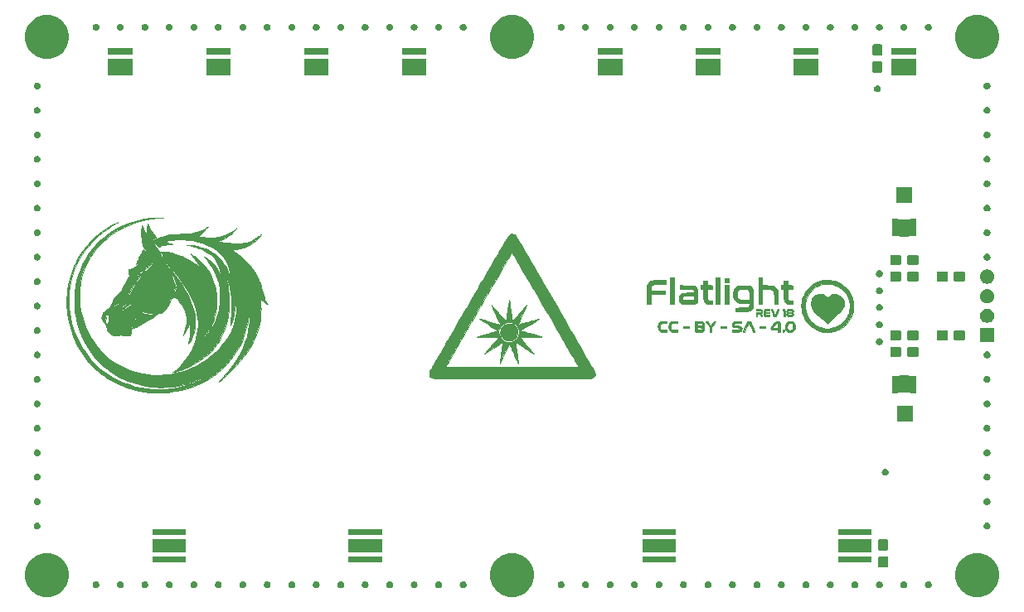
<source format=gbr>
G04 #@! TF.GenerationSoftware,KiCad,Pcbnew,5.1.5*
G04 #@! TF.CreationDate,2020-01-04T17:24:04+01:00*
G04 #@! TF.ProjectId,ledside_rev18A,6c656473-6964-4655-9f72-65763138412e,rev?*
G04 #@! TF.SameCoordinates,Original*
G04 #@! TF.FileFunction,Soldermask,Top*
G04 #@! TF.FilePolarity,Negative*
%FSLAX46Y46*%
G04 Gerber Fmt 4.6, Leading zero omitted, Abs format (unit mm)*
G04 Created by KiCad (PCBNEW 5.1.5) date 2020-01-04 17:24:04*
%MOMM*%
%LPD*%
G04 APERTURE LIST*
%ADD10C,0.010000*%
%ADD11C,0.100000*%
G04 APERTURE END LIST*
D10*
G36*
X32846874Y-41709467D02*
G01*
X32889181Y-41792514D01*
X32930227Y-41887990D01*
X32965511Y-41983621D01*
X32990531Y-42067135D01*
X33000784Y-42126257D01*
X33000833Y-42129185D01*
X33013930Y-42157146D01*
X33050522Y-42211817D01*
X33106559Y-42287761D01*
X33177992Y-42379541D01*
X33260772Y-42481720D01*
X33286367Y-42512574D01*
X33374530Y-42618692D01*
X33455812Y-42717290D01*
X33525415Y-42802486D01*
X33578538Y-42868396D01*
X33610380Y-42909137D01*
X33614251Y-42914417D01*
X33656601Y-42973892D01*
X33608634Y-43005321D01*
X33574686Y-43025048D01*
X33516854Y-43056311D01*
X33444881Y-43094107D01*
X33368511Y-43133432D01*
X33297486Y-43169282D01*
X33241552Y-43196653D01*
X33210450Y-43210541D01*
X33207490Y-43211333D01*
X33193622Y-43195192D01*
X33158518Y-43150234D01*
X33106143Y-43081655D01*
X33040465Y-42994653D01*
X32965449Y-42894423D01*
X32958312Y-42884847D01*
X32880018Y-42777544D01*
X32809241Y-42676397D01*
X32750568Y-42588290D01*
X32708582Y-42520104D01*
X32688011Y-42479139D01*
X32678297Y-42442656D01*
X32673619Y-42399243D01*
X32674266Y-42341421D01*
X32680530Y-42261713D01*
X32692698Y-42152640D01*
X32704289Y-42059500D01*
X32720143Y-41939177D01*
X32735599Y-41829350D01*
X32749343Y-41738824D01*
X32760061Y-41676407D01*
X32764375Y-41656550D01*
X32781111Y-41594018D01*
X32846874Y-41709467D01*
G37*
X32846874Y-41709467D02*
X32889181Y-41792514D01*
X32930227Y-41887990D01*
X32965511Y-41983621D01*
X32990531Y-42067135D01*
X33000784Y-42126257D01*
X33000833Y-42129185D01*
X33013930Y-42157146D01*
X33050522Y-42211817D01*
X33106559Y-42287761D01*
X33177992Y-42379541D01*
X33260772Y-42481720D01*
X33286367Y-42512574D01*
X33374530Y-42618692D01*
X33455812Y-42717290D01*
X33525415Y-42802486D01*
X33578538Y-42868396D01*
X33610380Y-42909137D01*
X33614251Y-42914417D01*
X33656601Y-42973892D01*
X33608634Y-43005321D01*
X33574686Y-43025048D01*
X33516854Y-43056311D01*
X33444881Y-43094107D01*
X33368511Y-43133432D01*
X33297486Y-43169282D01*
X33241552Y-43196653D01*
X33210450Y-43210541D01*
X33207490Y-43211333D01*
X33193622Y-43195192D01*
X33158518Y-43150234D01*
X33106143Y-43081655D01*
X33040465Y-42994653D01*
X32965449Y-42894423D01*
X32958312Y-42884847D01*
X32880018Y-42777544D01*
X32809241Y-42676397D01*
X32750568Y-42588290D01*
X32708582Y-42520104D01*
X32688011Y-42479139D01*
X32678297Y-42442656D01*
X32673619Y-42399243D01*
X32674266Y-42341421D01*
X32680530Y-42261713D01*
X32692698Y-42152640D01*
X32704289Y-42059500D01*
X32720143Y-41939177D01*
X32735599Y-41829350D01*
X32749343Y-41738824D01*
X32760061Y-41676407D01*
X32764375Y-41656550D01*
X32781111Y-41594018D01*
X32846874Y-41709467D01*
G36*
X31047171Y-46547846D02*
G01*
X31121591Y-46562633D01*
X31228596Y-46591567D01*
X31282897Y-46607555D01*
X31409851Y-46643406D01*
X31505408Y-46665065D01*
X31577490Y-46674019D01*
X31628810Y-46672448D01*
X31720250Y-46661255D01*
X31614416Y-46712995D01*
X31541121Y-46746427D01*
X31487513Y-46760790D01*
X31436279Y-46757589D01*
X31370105Y-46738323D01*
X31360416Y-46735030D01*
X31296487Y-46714124D01*
X31210605Y-46687269D01*
X31122291Y-46660556D01*
X31034619Y-46630525D01*
X30982543Y-46603449D01*
X30968833Y-46584690D01*
X30975851Y-46559243D01*
X31000278Y-46546839D01*
X31047171Y-46547846D01*
G37*
X31047171Y-46547846D02*
X31121591Y-46562633D01*
X31228596Y-46591567D01*
X31282897Y-46607555D01*
X31409851Y-46643406D01*
X31505408Y-46665065D01*
X31577490Y-46674019D01*
X31628810Y-46672448D01*
X31720250Y-46661255D01*
X31614416Y-46712995D01*
X31541121Y-46746427D01*
X31487513Y-46760790D01*
X31436279Y-46757589D01*
X31370105Y-46738323D01*
X31360416Y-46735030D01*
X31296487Y-46714124D01*
X31210605Y-46687269D01*
X31122291Y-46660556D01*
X31034619Y-46630525D01*
X30982543Y-46603449D01*
X30968833Y-46584690D01*
X30975851Y-46559243D01*
X31000278Y-46546839D01*
X31047171Y-46547846D01*
G36*
X32214244Y-41748424D02*
G01*
X32242060Y-41799187D01*
X32275899Y-41873687D01*
X32312247Y-41963657D01*
X32347592Y-42060830D01*
X32378420Y-42156938D01*
X32380367Y-42163583D01*
X32393823Y-42210469D01*
X32405696Y-42249776D01*
X32418660Y-42285512D01*
X32435385Y-42321689D01*
X32458545Y-42362317D01*
X32490810Y-42411404D01*
X32534854Y-42472962D01*
X32593349Y-42551000D01*
X32668966Y-42649529D01*
X32764377Y-42772558D01*
X32882255Y-42924097D01*
X32916332Y-42967916D01*
X33090581Y-43192665D01*
X33240965Y-43388133D01*
X33370195Y-43557989D01*
X33480980Y-43705906D01*
X33576032Y-43835555D01*
X33658061Y-43950605D01*
X33729776Y-44054730D01*
X33793888Y-44151599D01*
X33818491Y-44189890D01*
X33881692Y-44293260D01*
X33947519Y-44408150D01*
X34012816Y-44528219D01*
X34074429Y-44647127D01*
X34129204Y-44758531D01*
X34173987Y-44856091D01*
X34205622Y-44933466D01*
X34220956Y-44984314D01*
X34221105Y-44999240D01*
X34215904Y-45008900D01*
X34205476Y-45021405D01*
X34187431Y-45038491D01*
X34159378Y-45061895D01*
X34118928Y-45093354D01*
X34063691Y-45134603D01*
X33991277Y-45187381D01*
X33899296Y-45253423D01*
X33785358Y-45334466D01*
X33647073Y-45432248D01*
X33482051Y-45548503D01*
X33287902Y-45684970D01*
X33062236Y-45843385D01*
X32980533Y-45900712D01*
X32102984Y-46516382D01*
X31826950Y-46579655D01*
X31550916Y-46642927D01*
X31328666Y-46565607D01*
X31200383Y-46520984D01*
X31106428Y-46488712D01*
X31041090Y-46467394D01*
X30998657Y-46455637D01*
X30973419Y-46452046D01*
X30959662Y-46455226D01*
X30951677Y-46463782D01*
X30946437Y-46472263D01*
X30936068Y-46508827D01*
X30928937Y-46572391D01*
X30926824Y-46632449D01*
X30920819Y-46725613D01*
X30903494Y-46779164D01*
X30896423Y-46787111D01*
X30878289Y-46795253D01*
X30866557Y-46777722D01*
X30857877Y-46727478D01*
X30854825Y-46699744D01*
X30843149Y-46569558D01*
X30836070Y-46454843D01*
X30833742Y-46362119D01*
X30836317Y-46297905D01*
X30843949Y-46268721D01*
X30844685Y-46268154D01*
X30872145Y-46257505D01*
X30930014Y-46238654D01*
X31007961Y-46214904D01*
X31046974Y-46203459D01*
X31102105Y-46186912D01*
X31150336Y-46170057D01*
X31196804Y-46149641D01*
X31246645Y-46122407D01*
X31304996Y-46085099D01*
X31376994Y-46034461D01*
X31467774Y-45967239D01*
X31582473Y-45880176D01*
X31704482Y-45786704D01*
X31861397Y-45666234D01*
X31987191Y-45569419D01*
X32084368Y-45494188D01*
X32155426Y-45438470D01*
X32202869Y-45400195D01*
X32229196Y-45377293D01*
X32236909Y-45367693D01*
X32228509Y-45369324D01*
X32206497Y-45380116D01*
X32175333Y-45396927D01*
X32067562Y-45455410D01*
X31956261Y-45514899D01*
X31847979Y-45571996D01*
X31749267Y-45623303D01*
X31666673Y-45665422D01*
X31606749Y-45694954D01*
X31576042Y-45708502D01*
X31573836Y-45709000D01*
X31580685Y-45690958D01*
X31604281Y-45640112D01*
X31642162Y-45561379D01*
X31691861Y-45459679D01*
X31750916Y-45339928D01*
X31816860Y-45207044D01*
X31887231Y-45065947D01*
X31959563Y-44921553D01*
X32007105Y-44827055D01*
X33283055Y-44827055D01*
X33285961Y-44839639D01*
X33297166Y-44841166D01*
X33314589Y-44833422D01*
X33311277Y-44827055D01*
X33286157Y-44824522D01*
X33283055Y-44827055D01*
X32007105Y-44827055D01*
X32031392Y-44778782D01*
X32100254Y-44642550D01*
X32163683Y-44517776D01*
X32219217Y-44409379D01*
X32264389Y-44322276D01*
X32296737Y-44261384D01*
X32313794Y-44231624D01*
X32314908Y-44230116D01*
X32329005Y-44231900D01*
X32360939Y-44253149D01*
X32413336Y-44296089D01*
X32488825Y-44362945D01*
X32590034Y-44455941D01*
X32670882Y-44531483D01*
X32915975Y-44761549D01*
X33077142Y-44791981D01*
X33154319Y-44805418D01*
X33213615Y-44813607D01*
X33244395Y-44815136D01*
X33246285Y-44814436D01*
X33232093Y-44804092D01*
X33187243Y-44784401D01*
X33121208Y-44759494D01*
X33116416Y-44757796D01*
X33065845Y-44738633D01*
X33021776Y-44717301D01*
X32978193Y-44688913D01*
X32929084Y-44648581D01*
X32868432Y-44591419D01*
X32790223Y-44512539D01*
X32701455Y-44420608D01*
X32610358Y-44324508D01*
X32526444Y-44233663D01*
X32455425Y-44154437D01*
X32403012Y-44093191D01*
X32376005Y-44058000D01*
X32340918Y-43985984D01*
X32304524Y-43878732D01*
X32268223Y-43743255D01*
X32233416Y-43586563D01*
X32201505Y-43415666D01*
X32173888Y-43237576D01*
X32151968Y-43059302D01*
X32137144Y-42887855D01*
X32134960Y-42851500D01*
X32129481Y-42711136D01*
X32127474Y-42561473D01*
X32128621Y-42408351D01*
X32132606Y-42257610D01*
X32139110Y-42115089D01*
X32147816Y-41986630D01*
X32158406Y-41878073D01*
X32170564Y-41795257D01*
X32183970Y-41744023D01*
X32195965Y-41729666D01*
X32214244Y-41748424D01*
G37*
X32214244Y-41748424D02*
X32242060Y-41799187D01*
X32275899Y-41873687D01*
X32312247Y-41963657D01*
X32347592Y-42060830D01*
X32378420Y-42156938D01*
X32380367Y-42163583D01*
X32393823Y-42210469D01*
X32405696Y-42249776D01*
X32418660Y-42285512D01*
X32435385Y-42321689D01*
X32458545Y-42362317D01*
X32490810Y-42411404D01*
X32534854Y-42472962D01*
X32593349Y-42551000D01*
X32668966Y-42649529D01*
X32764377Y-42772558D01*
X32882255Y-42924097D01*
X32916332Y-42967916D01*
X33090581Y-43192665D01*
X33240965Y-43388133D01*
X33370195Y-43557989D01*
X33480980Y-43705906D01*
X33576032Y-43835555D01*
X33658061Y-43950605D01*
X33729776Y-44054730D01*
X33793888Y-44151599D01*
X33818491Y-44189890D01*
X33881692Y-44293260D01*
X33947519Y-44408150D01*
X34012816Y-44528219D01*
X34074429Y-44647127D01*
X34129204Y-44758531D01*
X34173987Y-44856091D01*
X34205622Y-44933466D01*
X34220956Y-44984314D01*
X34221105Y-44999240D01*
X34215904Y-45008900D01*
X34205476Y-45021405D01*
X34187431Y-45038491D01*
X34159378Y-45061895D01*
X34118928Y-45093354D01*
X34063691Y-45134603D01*
X33991277Y-45187381D01*
X33899296Y-45253423D01*
X33785358Y-45334466D01*
X33647073Y-45432248D01*
X33482051Y-45548503D01*
X33287902Y-45684970D01*
X33062236Y-45843385D01*
X32980533Y-45900712D01*
X32102984Y-46516382D01*
X31826950Y-46579655D01*
X31550916Y-46642927D01*
X31328666Y-46565607D01*
X31200383Y-46520984D01*
X31106428Y-46488712D01*
X31041090Y-46467394D01*
X30998657Y-46455637D01*
X30973419Y-46452046D01*
X30959662Y-46455226D01*
X30951677Y-46463782D01*
X30946437Y-46472263D01*
X30936068Y-46508827D01*
X30928937Y-46572391D01*
X30926824Y-46632449D01*
X30920819Y-46725613D01*
X30903494Y-46779164D01*
X30896423Y-46787111D01*
X30878289Y-46795253D01*
X30866557Y-46777722D01*
X30857877Y-46727478D01*
X30854825Y-46699744D01*
X30843149Y-46569558D01*
X30836070Y-46454843D01*
X30833742Y-46362119D01*
X30836317Y-46297905D01*
X30843949Y-46268721D01*
X30844685Y-46268154D01*
X30872145Y-46257505D01*
X30930014Y-46238654D01*
X31007961Y-46214904D01*
X31046974Y-46203459D01*
X31102105Y-46186912D01*
X31150336Y-46170057D01*
X31196804Y-46149641D01*
X31246645Y-46122407D01*
X31304996Y-46085099D01*
X31376994Y-46034461D01*
X31467774Y-45967239D01*
X31582473Y-45880176D01*
X31704482Y-45786704D01*
X31861397Y-45666234D01*
X31987191Y-45569419D01*
X32084368Y-45494188D01*
X32155426Y-45438470D01*
X32202869Y-45400195D01*
X32229196Y-45377293D01*
X32236909Y-45367693D01*
X32228509Y-45369324D01*
X32206497Y-45380116D01*
X32175333Y-45396927D01*
X32067562Y-45455410D01*
X31956261Y-45514899D01*
X31847979Y-45571996D01*
X31749267Y-45623303D01*
X31666673Y-45665422D01*
X31606749Y-45694954D01*
X31576042Y-45708502D01*
X31573836Y-45709000D01*
X31580685Y-45690958D01*
X31604281Y-45640112D01*
X31642162Y-45561379D01*
X31691861Y-45459679D01*
X31750916Y-45339928D01*
X31816860Y-45207044D01*
X31887231Y-45065947D01*
X31959563Y-44921553D01*
X32007105Y-44827055D01*
X33283055Y-44827055D01*
X33285961Y-44839639D01*
X33297166Y-44841166D01*
X33314589Y-44833422D01*
X33311277Y-44827055D01*
X33286157Y-44824522D01*
X33283055Y-44827055D01*
X32007105Y-44827055D01*
X32031392Y-44778782D01*
X32100254Y-44642550D01*
X32163683Y-44517776D01*
X32219217Y-44409379D01*
X32264389Y-44322276D01*
X32296737Y-44261384D01*
X32313794Y-44231624D01*
X32314908Y-44230116D01*
X32329005Y-44231900D01*
X32360939Y-44253149D01*
X32413336Y-44296089D01*
X32488825Y-44362945D01*
X32590034Y-44455941D01*
X32670882Y-44531483D01*
X32915975Y-44761549D01*
X33077142Y-44791981D01*
X33154319Y-44805418D01*
X33213615Y-44813607D01*
X33244395Y-44815136D01*
X33246285Y-44814436D01*
X33232093Y-44804092D01*
X33187243Y-44784401D01*
X33121208Y-44759494D01*
X33116416Y-44757796D01*
X33065845Y-44738633D01*
X33021776Y-44717301D01*
X32978193Y-44688913D01*
X32929084Y-44648581D01*
X32868432Y-44591419D01*
X32790223Y-44512539D01*
X32701455Y-44420608D01*
X32610358Y-44324508D01*
X32526444Y-44233663D01*
X32455425Y-44154437D01*
X32403012Y-44093191D01*
X32376005Y-44058000D01*
X32340918Y-43985984D01*
X32304524Y-43878732D01*
X32268223Y-43743255D01*
X32233416Y-43586563D01*
X32201505Y-43415666D01*
X32173888Y-43237576D01*
X32151968Y-43059302D01*
X32137144Y-42887855D01*
X32134960Y-42851500D01*
X32129481Y-42711136D01*
X32127474Y-42561473D01*
X32128621Y-42408351D01*
X32132606Y-42257610D01*
X32139110Y-42115089D01*
X32147816Y-41986630D01*
X32158406Y-41878073D01*
X32170564Y-41795257D01*
X32183970Y-41744023D01*
X32195965Y-41729666D01*
X32214244Y-41748424D01*
G36*
X31896132Y-46678920D02*
G01*
X31855069Y-46714723D01*
X31792606Y-46767243D01*
X31714632Y-46831693D01*
X31627037Y-46903287D01*
X31535711Y-46977237D01*
X31446542Y-47048757D01*
X31365421Y-47113060D01*
X31298238Y-47165359D01*
X31250881Y-47200867D01*
X31244801Y-47205187D01*
X31217164Y-47219273D01*
X31193616Y-47210855D01*
X31163111Y-47174021D01*
X31149261Y-47154076D01*
X31110004Y-47085385D01*
X31074747Y-47003700D01*
X31045696Y-46917693D01*
X31025058Y-46836034D01*
X31015039Y-46767395D01*
X31017845Y-46720447D01*
X31034699Y-46703833D01*
X31063932Y-46708889D01*
X31124411Y-46722549D01*
X31206466Y-46742554D01*
X31275206Y-46760064D01*
X31492182Y-46816294D01*
X31697532Y-46736728D01*
X31782968Y-46704538D01*
X31852432Y-46680093D01*
X31897403Y-46666287D01*
X31909904Y-46664622D01*
X31896132Y-46678920D01*
G37*
X31896132Y-46678920D02*
X31855069Y-46714723D01*
X31792606Y-46767243D01*
X31714632Y-46831693D01*
X31627037Y-46903287D01*
X31535711Y-46977237D01*
X31446542Y-47048757D01*
X31365421Y-47113060D01*
X31298238Y-47165359D01*
X31250881Y-47200867D01*
X31244801Y-47205187D01*
X31217164Y-47219273D01*
X31193616Y-47210855D01*
X31163111Y-47174021D01*
X31149261Y-47154076D01*
X31110004Y-47085385D01*
X31074747Y-47003700D01*
X31045696Y-46917693D01*
X31025058Y-46836034D01*
X31015039Y-46767395D01*
X31017845Y-46720447D01*
X31034699Y-46703833D01*
X31063932Y-46708889D01*
X31124411Y-46722549D01*
X31206466Y-46742554D01*
X31275206Y-46760064D01*
X31492182Y-46816294D01*
X31697532Y-46736728D01*
X31782968Y-46704538D01*
X31852432Y-46680093D01*
X31897403Y-46666287D01*
X31909904Y-46664622D01*
X31896132Y-46678920D01*
G36*
X32487204Y-46372610D02*
G01*
X32487928Y-46396874D01*
X32462835Y-46440858D01*
X32410222Y-46507463D01*
X32328387Y-46599588D01*
X32318208Y-46610666D01*
X32047160Y-46912268D01*
X31807799Y-47195205D01*
X31596833Y-47464660D01*
X31410970Y-47725812D01*
X31246918Y-47983844D01*
X31101386Y-48243936D01*
X30971082Y-48511269D01*
X30852713Y-48791025D01*
X30742988Y-49088384D01*
X30741825Y-49091748D01*
X30665175Y-49313642D01*
X29809351Y-49733821D01*
X29600238Y-49836384D01*
X29425971Y-49921570D01*
X29283464Y-49990801D01*
X29169635Y-50045499D01*
X29081397Y-50087085D01*
X29015667Y-50116983D01*
X28969359Y-50136613D01*
X28939390Y-50147399D01*
X28922675Y-50150761D01*
X28916129Y-50148123D01*
X28915666Y-50145819D01*
X28924465Y-50125254D01*
X28949146Y-50072030D01*
X28987133Y-49991582D01*
X29035850Y-49889350D01*
X29092721Y-49770770D01*
X29128033Y-49697465D01*
X29340400Y-49257291D01*
X29685626Y-48905327D01*
X30030851Y-48553362D01*
X30365225Y-47898473D01*
X30471674Y-47690477D01*
X30561172Y-47516944D01*
X30635683Y-47374464D01*
X30697167Y-47259624D01*
X30747585Y-47169015D01*
X30788898Y-47099224D01*
X30823069Y-47046841D01*
X30852059Y-47008454D01*
X30877828Y-46980653D01*
X30902338Y-46960026D01*
X30906594Y-46956935D01*
X30969039Y-46912470D01*
X31009487Y-47006833D01*
X31051361Y-47094412D01*
X31097911Y-47175935D01*
X31142897Y-47241721D01*
X31180077Y-47282091D01*
X31191364Y-47288953D01*
X31217888Y-47279916D01*
X31273035Y-47246085D01*
X31353125Y-47190032D01*
X31454479Y-47114325D01*
X31567898Y-47025917D01*
X31747993Y-46884057D01*
X31914142Y-46755077D01*
X32063595Y-46641009D01*
X32193599Y-46543886D01*
X32301402Y-46465740D01*
X32384255Y-46408604D01*
X32439404Y-46374511D01*
X32462367Y-46365166D01*
X32487204Y-46372610D01*
G37*
X32487204Y-46372610D02*
X32487928Y-46396874D01*
X32462835Y-46440858D01*
X32410222Y-46507463D01*
X32328387Y-46599588D01*
X32318208Y-46610666D01*
X32047160Y-46912268D01*
X31807799Y-47195205D01*
X31596833Y-47464660D01*
X31410970Y-47725812D01*
X31246918Y-47983844D01*
X31101386Y-48243936D01*
X30971082Y-48511269D01*
X30852713Y-48791025D01*
X30742988Y-49088384D01*
X30741825Y-49091748D01*
X30665175Y-49313642D01*
X29809351Y-49733821D01*
X29600238Y-49836384D01*
X29425971Y-49921570D01*
X29283464Y-49990801D01*
X29169635Y-50045499D01*
X29081397Y-50087085D01*
X29015667Y-50116983D01*
X28969359Y-50136613D01*
X28939390Y-50147399D01*
X28922675Y-50150761D01*
X28916129Y-50148123D01*
X28915666Y-50145819D01*
X28924465Y-50125254D01*
X28949146Y-50072030D01*
X28987133Y-49991582D01*
X29035850Y-49889350D01*
X29092721Y-49770770D01*
X29128033Y-49697465D01*
X29340400Y-49257291D01*
X29685626Y-48905327D01*
X30030851Y-48553362D01*
X30365225Y-47898473D01*
X30471674Y-47690477D01*
X30561172Y-47516944D01*
X30635683Y-47374464D01*
X30697167Y-47259624D01*
X30747585Y-47169015D01*
X30788898Y-47099224D01*
X30823069Y-47046841D01*
X30852059Y-47008454D01*
X30877828Y-46980653D01*
X30902338Y-46960026D01*
X30906594Y-46956935D01*
X30969039Y-46912470D01*
X31009487Y-47006833D01*
X31051361Y-47094412D01*
X31097911Y-47175935D01*
X31142897Y-47241721D01*
X31180077Y-47282091D01*
X31191364Y-47288953D01*
X31217888Y-47279916D01*
X31273035Y-47246085D01*
X31353125Y-47190032D01*
X31454479Y-47114325D01*
X31567898Y-47025917D01*
X31747993Y-46884057D01*
X31914142Y-46755077D01*
X32063595Y-46641009D01*
X32193599Y-46543886D01*
X32301402Y-46465740D01*
X32384255Y-46408604D01*
X32439404Y-46374511D01*
X32462367Y-46365166D01*
X32487204Y-46372610D01*
G36*
X30630166Y-49446133D02*
G01*
X30623049Y-49469468D01*
X30604074Y-49522392D01*
X30576805Y-49595068D01*
X30565489Y-49624578D01*
X30534585Y-49702084D01*
X30507297Y-49756806D01*
X30474768Y-49799510D01*
X30428140Y-49840959D01*
X30358555Y-49891916D01*
X30327549Y-49913701D01*
X30237032Y-49982072D01*
X30133034Y-50068261D01*
X30030994Y-50159172D01*
X29974184Y-50213450D01*
X29794083Y-50391790D01*
X29931666Y-50286919D01*
X30067544Y-50186594D01*
X30198068Y-50096282D01*
X30314382Y-50021892D01*
X30407628Y-49969333D01*
X30407916Y-49969188D01*
X30458554Y-49950056D01*
X30524962Y-49933105D01*
X30596302Y-49919916D01*
X30661738Y-49912070D01*
X30710432Y-49911150D01*
X30731546Y-49918736D01*
X30731305Y-49921999D01*
X30713146Y-49940625D01*
X30668871Y-49978891D01*
X30605864Y-50030555D01*
X30556083Y-50070157D01*
X30468331Y-50142894D01*
X30368976Y-50231284D01*
X30265356Y-50328163D01*
X30164806Y-50426367D01*
X30074665Y-50518731D01*
X30002267Y-50598090D01*
X29955175Y-50656959D01*
X29945102Y-50677211D01*
X29959806Y-50674241D01*
X30001171Y-50646837D01*
X30071087Y-50593783D01*
X30147005Y-50533533D01*
X30243686Y-50458211D01*
X30355080Y-50375185D01*
X30475356Y-50288422D01*
X30598681Y-50201886D01*
X30719222Y-50119545D01*
X30831145Y-50045362D01*
X30928620Y-49983305D01*
X31005812Y-49937338D01*
X31056889Y-49911428D01*
X31067151Y-49907921D01*
X31106548Y-49907226D01*
X31152573Y-49928273D01*
X31215752Y-49975954D01*
X31218472Y-49978222D01*
X31415601Y-50140165D01*
X31589047Y-50276000D01*
X31744765Y-50389850D01*
X31888711Y-50485832D01*
X32026841Y-50568068D01*
X32165109Y-50640677D01*
X32201791Y-50658474D01*
X32285618Y-50699658D01*
X32353067Y-50734971D01*
X32396294Y-50760166D01*
X32408166Y-50770235D01*
X32391284Y-50784883D01*
X32343456Y-50820128D01*
X32268912Y-50873013D01*
X32171883Y-50940581D01*
X32056597Y-51019874D01*
X31927285Y-51107934D01*
X31863125Y-51151335D01*
X31318083Y-51519250D01*
X31000583Y-51543988D01*
X31348331Y-51551000D01*
X31957623Y-51178857D01*
X32566916Y-50806714D01*
X32768923Y-50840190D01*
X32886711Y-50854930D01*
X33027948Y-50865230D01*
X33180150Y-50870876D01*
X33330832Y-50871649D01*
X33467511Y-50867333D01*
X33577702Y-50857711D01*
X33598791Y-50854593D01*
X33656955Y-50847847D01*
X33693259Y-50849078D01*
X33699333Y-50853281D01*
X33681973Y-50870653D01*
X33632590Y-50907566D01*
X33555231Y-50961400D01*
X33453940Y-51029533D01*
X33332765Y-51109344D01*
X33195751Y-51198213D01*
X33046943Y-51293518D01*
X32890388Y-51392639D01*
X32730133Y-51492954D01*
X32570221Y-51591843D01*
X32414700Y-51686684D01*
X32387000Y-51703417D01*
X32277307Y-51768533D01*
X32153841Y-51840090D01*
X32021991Y-51915137D01*
X31887150Y-51990726D01*
X31754708Y-52063908D01*
X31630058Y-52131735D01*
X31518589Y-52191257D01*
X31425694Y-52239526D01*
X31356763Y-52273593D01*
X31317189Y-52290509D01*
X31311200Y-52291833D01*
X31293331Y-52279400D01*
X31294476Y-52237226D01*
X31297170Y-52223041D01*
X31310804Y-52176611D01*
X31335743Y-52123696D01*
X31376334Y-52056803D01*
X31436923Y-51968438D01*
X31478270Y-51910833D01*
X31506573Y-51870711D01*
X31515440Y-51853914D01*
X31502233Y-51862076D01*
X31464317Y-51896833D01*
X31399053Y-51959820D01*
X31398684Y-51960178D01*
X31250053Y-52104774D01*
X31127544Y-52545973D01*
X31090923Y-52676627D01*
X31057478Y-52793634D01*
X31029036Y-52890783D01*
X31007427Y-52961861D01*
X30994480Y-53000658D01*
X30992226Y-53005623D01*
X30968502Y-53009718D01*
X30910182Y-53011064D01*
X30824888Y-53010034D01*
X30720240Y-53007003D01*
X30603860Y-53002346D01*
X30483370Y-52996437D01*
X30366392Y-52989651D01*
X30260546Y-52982363D01*
X30173455Y-52974947D01*
X30112739Y-52967777D01*
X30086021Y-52961229D01*
X30085847Y-52961070D01*
X30083849Y-52941115D01*
X30097702Y-52898458D01*
X30128711Y-52830440D01*
X30178177Y-52734401D01*
X30247406Y-52607682D01*
X30336012Y-52450583D01*
X30421417Y-52302052D01*
X30490230Y-52186472D01*
X30545938Y-52099526D01*
X30592028Y-52036897D01*
X30631986Y-51994268D01*
X30669301Y-51967321D01*
X30707458Y-51951740D01*
X30745266Y-51943887D01*
X30806996Y-51929148D01*
X30828094Y-51912502D01*
X30809811Y-51898202D01*
X30753399Y-51890504D01*
X30729459Y-51890117D01*
X30693591Y-51891214D01*
X30664642Y-51897639D01*
X30636773Y-51914720D01*
X30604148Y-51947787D01*
X30560929Y-52002170D01*
X30501279Y-52083196D01*
X30468627Y-52128242D01*
X30312206Y-52349479D01*
X30165833Y-52566742D01*
X30036376Y-52769662D01*
X29964066Y-52889791D01*
X29880537Y-53032666D01*
X29773810Y-53030129D01*
X29712573Y-53027067D01*
X29620813Y-53020492D01*
X29510109Y-53011317D01*
X29392040Y-53000454D01*
X29370750Y-52998375D01*
X29074416Y-52969158D01*
X28910577Y-52797062D01*
X28803051Y-52675833D01*
X28724034Y-52564216D01*
X28666363Y-52449029D01*
X28622873Y-52317091D01*
X28601463Y-52228333D01*
X28587134Y-52167077D01*
X28571278Y-52113170D01*
X28550518Y-52060086D01*
X28546375Y-52051698D01*
X28746333Y-52051698D01*
X28755204Y-52079127D01*
X28780984Y-52069327D01*
X28822424Y-52023308D01*
X28874576Y-51947875D01*
X28927938Y-51859470D01*
X28986107Y-51755160D01*
X29036203Y-51658095D01*
X29072305Y-51580614D01*
X29095385Y-51517614D01*
X29108751Y-51454292D01*
X29115713Y-51375845D01*
X29119027Y-51287679D01*
X29121393Y-51195538D01*
X29121836Y-51143042D01*
X29119960Y-51127531D01*
X29115371Y-51146343D01*
X29107675Y-51196818D01*
X29106631Y-51204119D01*
X29078930Y-51356452D01*
X29039250Y-51494140D01*
X28982799Y-51629146D01*
X28904786Y-51773437D01*
X28831254Y-51891839D01*
X28789764Y-51959687D01*
X28759514Y-52016117D01*
X28746463Y-52049917D01*
X28746333Y-52051698D01*
X28546375Y-52051698D01*
X28521476Y-52001301D01*
X28480776Y-51930292D01*
X28425041Y-51840532D01*
X28350894Y-51725498D01*
X28304042Y-51653683D01*
X28046009Y-51258949D01*
X28100555Y-51039849D01*
X28125365Y-50943113D01*
X28134999Y-50907652D01*
X28431939Y-50907652D01*
X28434723Y-50928834D01*
X28448633Y-50980360D01*
X28470973Y-51052564D01*
X28480365Y-51081174D01*
X28536267Y-51249034D01*
X28499808Y-51460375D01*
X28463348Y-51671716D01*
X28555237Y-51780691D01*
X28603668Y-51835698D01*
X28642063Y-51874869D01*
X28662002Y-51889666D01*
X28675580Y-51871167D01*
X28696842Y-51822682D01*
X28721033Y-51755156D01*
X28770230Y-51574178D01*
X28800904Y-51382507D01*
X28815176Y-51166341D01*
X28815884Y-51138250D01*
X28820416Y-50926583D01*
X28629916Y-50914287D01*
X28545009Y-50909442D01*
X28477804Y-50906806D01*
X28438210Y-50906712D01*
X28431939Y-50907652D01*
X28134999Y-50907652D01*
X28148831Y-50856739D01*
X28167765Y-50792196D01*
X28176479Y-50766499D01*
X28199413Y-50735644D01*
X28249087Y-50684295D01*
X28318947Y-50618101D01*
X28402437Y-50542712D01*
X28493001Y-50463777D01*
X28584085Y-50386945D01*
X28669133Y-50317866D01*
X28741589Y-50262189D01*
X28794899Y-50225563D01*
X28817207Y-50214318D01*
X28869072Y-50204508D01*
X28935688Y-50198718D01*
X28943930Y-50198443D01*
X28982522Y-50191165D01*
X29045484Y-50170051D01*
X29135261Y-50134052D01*
X29254299Y-50082125D01*
X29405046Y-50013221D01*
X29589948Y-49926296D01*
X29674180Y-49886169D01*
X29894705Y-49780886D01*
X30079930Y-49692699D01*
X30232681Y-49620305D01*
X30355786Y-49562405D01*
X30452070Y-49517697D01*
X30524362Y-49484879D01*
X30575487Y-49462652D01*
X30608273Y-49449712D01*
X30625546Y-49444760D01*
X30630166Y-49446133D01*
G37*
X30630166Y-49446133D02*
X30623049Y-49469468D01*
X30604074Y-49522392D01*
X30576805Y-49595068D01*
X30565489Y-49624578D01*
X30534585Y-49702084D01*
X30507297Y-49756806D01*
X30474768Y-49799510D01*
X30428140Y-49840959D01*
X30358555Y-49891916D01*
X30327549Y-49913701D01*
X30237032Y-49982072D01*
X30133034Y-50068261D01*
X30030994Y-50159172D01*
X29974184Y-50213450D01*
X29794083Y-50391790D01*
X29931666Y-50286919D01*
X30067544Y-50186594D01*
X30198068Y-50096282D01*
X30314382Y-50021892D01*
X30407628Y-49969333D01*
X30407916Y-49969188D01*
X30458554Y-49950056D01*
X30524962Y-49933105D01*
X30596302Y-49919916D01*
X30661738Y-49912070D01*
X30710432Y-49911150D01*
X30731546Y-49918736D01*
X30731305Y-49921999D01*
X30713146Y-49940625D01*
X30668871Y-49978891D01*
X30605864Y-50030555D01*
X30556083Y-50070157D01*
X30468331Y-50142894D01*
X30368976Y-50231284D01*
X30265356Y-50328163D01*
X30164806Y-50426367D01*
X30074665Y-50518731D01*
X30002267Y-50598090D01*
X29955175Y-50656959D01*
X29945102Y-50677211D01*
X29959806Y-50674241D01*
X30001171Y-50646837D01*
X30071087Y-50593783D01*
X30147005Y-50533533D01*
X30243686Y-50458211D01*
X30355080Y-50375185D01*
X30475356Y-50288422D01*
X30598681Y-50201886D01*
X30719222Y-50119545D01*
X30831145Y-50045362D01*
X30928620Y-49983305D01*
X31005812Y-49937338D01*
X31056889Y-49911428D01*
X31067151Y-49907921D01*
X31106548Y-49907226D01*
X31152573Y-49928273D01*
X31215752Y-49975954D01*
X31218472Y-49978222D01*
X31415601Y-50140165D01*
X31589047Y-50276000D01*
X31744765Y-50389850D01*
X31888711Y-50485832D01*
X32026841Y-50568068D01*
X32165109Y-50640677D01*
X32201791Y-50658474D01*
X32285618Y-50699658D01*
X32353067Y-50734971D01*
X32396294Y-50760166D01*
X32408166Y-50770235D01*
X32391284Y-50784883D01*
X32343456Y-50820128D01*
X32268912Y-50873013D01*
X32171883Y-50940581D01*
X32056597Y-51019874D01*
X31927285Y-51107934D01*
X31863125Y-51151335D01*
X31318083Y-51519250D01*
X31000583Y-51543988D01*
X31348331Y-51551000D01*
X31957623Y-51178857D01*
X32566916Y-50806714D01*
X32768923Y-50840190D01*
X32886711Y-50854930D01*
X33027948Y-50865230D01*
X33180150Y-50870876D01*
X33330832Y-50871649D01*
X33467511Y-50867333D01*
X33577702Y-50857711D01*
X33598791Y-50854593D01*
X33656955Y-50847847D01*
X33693259Y-50849078D01*
X33699333Y-50853281D01*
X33681973Y-50870653D01*
X33632590Y-50907566D01*
X33555231Y-50961400D01*
X33453940Y-51029533D01*
X33332765Y-51109344D01*
X33195751Y-51198213D01*
X33046943Y-51293518D01*
X32890388Y-51392639D01*
X32730133Y-51492954D01*
X32570221Y-51591843D01*
X32414700Y-51686684D01*
X32387000Y-51703417D01*
X32277307Y-51768533D01*
X32153841Y-51840090D01*
X32021991Y-51915137D01*
X31887150Y-51990726D01*
X31754708Y-52063908D01*
X31630058Y-52131735D01*
X31518589Y-52191257D01*
X31425694Y-52239526D01*
X31356763Y-52273593D01*
X31317189Y-52290509D01*
X31311200Y-52291833D01*
X31293331Y-52279400D01*
X31294476Y-52237226D01*
X31297170Y-52223041D01*
X31310804Y-52176611D01*
X31335743Y-52123696D01*
X31376334Y-52056803D01*
X31436923Y-51968438D01*
X31478270Y-51910833D01*
X31506573Y-51870711D01*
X31515440Y-51853914D01*
X31502233Y-51862076D01*
X31464317Y-51896833D01*
X31399053Y-51959820D01*
X31398684Y-51960178D01*
X31250053Y-52104774D01*
X31127544Y-52545973D01*
X31090923Y-52676627D01*
X31057478Y-52793634D01*
X31029036Y-52890783D01*
X31007427Y-52961861D01*
X30994480Y-53000658D01*
X30992226Y-53005623D01*
X30968502Y-53009718D01*
X30910182Y-53011064D01*
X30824888Y-53010034D01*
X30720240Y-53007003D01*
X30603860Y-53002346D01*
X30483370Y-52996437D01*
X30366392Y-52989651D01*
X30260546Y-52982363D01*
X30173455Y-52974947D01*
X30112739Y-52967777D01*
X30086021Y-52961229D01*
X30085847Y-52961070D01*
X30083849Y-52941115D01*
X30097702Y-52898458D01*
X30128711Y-52830440D01*
X30178177Y-52734401D01*
X30247406Y-52607682D01*
X30336012Y-52450583D01*
X30421417Y-52302052D01*
X30490230Y-52186472D01*
X30545938Y-52099526D01*
X30592028Y-52036897D01*
X30631986Y-51994268D01*
X30669301Y-51967321D01*
X30707458Y-51951740D01*
X30745266Y-51943887D01*
X30806996Y-51929148D01*
X30828094Y-51912502D01*
X30809811Y-51898202D01*
X30753399Y-51890504D01*
X30729459Y-51890117D01*
X30693591Y-51891214D01*
X30664642Y-51897639D01*
X30636773Y-51914720D01*
X30604148Y-51947787D01*
X30560929Y-52002170D01*
X30501279Y-52083196D01*
X30468627Y-52128242D01*
X30312206Y-52349479D01*
X30165833Y-52566742D01*
X30036376Y-52769662D01*
X29964066Y-52889791D01*
X29880537Y-53032666D01*
X29773810Y-53030129D01*
X29712573Y-53027067D01*
X29620813Y-53020492D01*
X29510109Y-53011317D01*
X29392040Y-53000454D01*
X29370750Y-52998375D01*
X29074416Y-52969158D01*
X28910577Y-52797062D01*
X28803051Y-52675833D01*
X28724034Y-52564216D01*
X28666363Y-52449029D01*
X28622873Y-52317091D01*
X28601463Y-52228333D01*
X28587134Y-52167077D01*
X28571278Y-52113170D01*
X28550518Y-52060086D01*
X28546375Y-52051698D01*
X28746333Y-52051698D01*
X28755204Y-52079127D01*
X28780984Y-52069327D01*
X28822424Y-52023308D01*
X28874576Y-51947875D01*
X28927938Y-51859470D01*
X28986107Y-51755160D01*
X29036203Y-51658095D01*
X29072305Y-51580614D01*
X29095385Y-51517614D01*
X29108751Y-51454292D01*
X29115713Y-51375845D01*
X29119027Y-51287679D01*
X29121393Y-51195538D01*
X29121836Y-51143042D01*
X29119960Y-51127531D01*
X29115371Y-51146343D01*
X29107675Y-51196818D01*
X29106631Y-51204119D01*
X29078930Y-51356452D01*
X29039250Y-51494140D01*
X28982799Y-51629146D01*
X28904786Y-51773437D01*
X28831254Y-51891839D01*
X28789764Y-51959687D01*
X28759514Y-52016117D01*
X28746463Y-52049917D01*
X28746333Y-52051698D01*
X28546375Y-52051698D01*
X28521476Y-52001301D01*
X28480776Y-51930292D01*
X28425041Y-51840532D01*
X28350894Y-51725498D01*
X28304042Y-51653683D01*
X28046009Y-51258949D01*
X28100555Y-51039849D01*
X28125365Y-50943113D01*
X28134999Y-50907652D01*
X28431939Y-50907652D01*
X28434723Y-50928834D01*
X28448633Y-50980360D01*
X28470973Y-51052564D01*
X28480365Y-51081174D01*
X28536267Y-51249034D01*
X28499808Y-51460375D01*
X28463348Y-51671716D01*
X28555237Y-51780691D01*
X28603668Y-51835698D01*
X28642063Y-51874869D01*
X28662002Y-51889666D01*
X28675580Y-51871167D01*
X28696842Y-51822682D01*
X28721033Y-51755156D01*
X28770230Y-51574178D01*
X28800904Y-51382507D01*
X28815176Y-51166341D01*
X28815884Y-51138250D01*
X28820416Y-50926583D01*
X28629916Y-50914287D01*
X28545009Y-50909442D01*
X28477804Y-50906806D01*
X28438210Y-50906712D01*
X28431939Y-50907652D01*
X28134999Y-50907652D01*
X28148831Y-50856739D01*
X28167765Y-50792196D01*
X28176479Y-50766499D01*
X28199413Y-50735644D01*
X28249087Y-50684295D01*
X28318947Y-50618101D01*
X28402437Y-50542712D01*
X28493001Y-50463777D01*
X28584085Y-50386945D01*
X28669133Y-50317866D01*
X28741589Y-50262189D01*
X28794899Y-50225563D01*
X28817207Y-50214318D01*
X28869072Y-50204508D01*
X28935688Y-50198718D01*
X28943930Y-50198443D01*
X28982522Y-50191165D01*
X29045484Y-50170051D01*
X29135261Y-50134052D01*
X29254299Y-50082125D01*
X29405046Y-50013221D01*
X29589948Y-49926296D01*
X29674180Y-49886169D01*
X29894705Y-49780886D01*
X30079930Y-49692699D01*
X30232681Y-49620305D01*
X30355786Y-49562405D01*
X30452070Y-49517697D01*
X30524362Y-49484879D01*
X30575487Y-49462652D01*
X30608273Y-49449712D01*
X30625546Y-49444760D01*
X30630166Y-49446133D01*
G36*
X35013528Y-46144420D02*
G01*
X35057367Y-46195178D01*
X35119216Y-46269815D01*
X35195209Y-46363466D01*
X35281483Y-46471265D01*
X35374173Y-46588349D01*
X35469413Y-46709851D01*
X35563339Y-46830906D01*
X35652086Y-46946649D01*
X35731790Y-47052215D01*
X35756075Y-47084833D01*
X36128481Y-47609408D01*
X36460056Y-48123394D01*
X36750900Y-48627004D01*
X37001115Y-49120448D01*
X37210800Y-49603939D01*
X37380058Y-50077688D01*
X37508989Y-50541908D01*
X37586522Y-50926583D01*
X37601425Y-51044198D01*
X37612979Y-51191174D01*
X37621107Y-51358296D01*
X37625734Y-51536355D01*
X37626784Y-51716137D01*
X37624182Y-51888432D01*
X37617853Y-52044026D01*
X37607719Y-52173709D01*
X37597387Y-52249500D01*
X37509850Y-52643447D01*
X37392178Y-53010588D01*
X37242615Y-53355521D01*
X37059410Y-53682848D01*
X37038850Y-53715291D01*
X36980722Y-53803973D01*
X36942325Y-53857368D01*
X36922359Y-53876931D01*
X36919525Y-53864115D01*
X36925257Y-53842291D01*
X36943814Y-53774775D01*
X36967853Y-53676684D01*
X36994935Y-53559028D01*
X37022617Y-53432816D01*
X37048458Y-53309059D01*
X37070019Y-53198766D01*
X37078953Y-53149083D01*
X37093206Y-53040614D01*
X37103639Y-52908113D01*
X37110391Y-52758237D01*
X37113602Y-52597643D01*
X37113410Y-52432988D01*
X37109954Y-52270930D01*
X37103374Y-52118126D01*
X37093809Y-51981232D01*
X37081397Y-51866906D01*
X37066279Y-51781804D01*
X37049375Y-51733826D01*
X37038713Y-51744448D01*
X37019097Y-51787863D01*
X36993769Y-51856324D01*
X36977038Y-51906640D01*
X36941400Y-52005612D01*
X36892470Y-52125078D01*
X36837310Y-52248411D01*
X36793971Y-52337647D01*
X36744537Y-52430816D01*
X36686569Y-52533507D01*
X36624116Y-52639286D01*
X36561224Y-52741723D01*
X36501939Y-52834384D01*
X36450309Y-52910838D01*
X36410379Y-52964652D01*
X36386197Y-52989394D01*
X36383373Y-52990297D01*
X36383404Y-52972884D01*
X36398159Y-52927498D01*
X36420744Y-52872567D01*
X36469180Y-52752860D01*
X36522232Y-52604766D01*
X36575740Y-52441312D01*
X36625547Y-52275526D01*
X36667494Y-52120435D01*
X36687182Y-52037833D01*
X36706927Y-51941737D01*
X36720754Y-51852821D01*
X36729620Y-51759783D01*
X36734479Y-51651322D01*
X36736286Y-51516135D01*
X36736372Y-51455750D01*
X36734173Y-51291982D01*
X36728105Y-51150463D01*
X36718579Y-51038135D01*
X36707653Y-50968916D01*
X36651201Y-50751527D01*
X36579953Y-50542449D01*
X36490895Y-50335967D01*
X36381011Y-50126366D01*
X36247286Y-49907931D01*
X36086707Y-49674947D01*
X35896257Y-49421699D01*
X35881352Y-49402583D01*
X35797857Y-49297078D01*
X35734173Y-49220991D01*
X35685036Y-49169633D01*
X35645180Y-49138316D01*
X35609340Y-49122350D01*
X35572252Y-49117046D01*
X35560509Y-49116833D01*
X35489162Y-49124329D01*
X35409997Y-49142910D01*
X35392666Y-49148583D01*
X35334235Y-49167845D01*
X35292617Y-49179117D01*
X35284087Y-49180333D01*
X35288216Y-49162277D01*
X35309274Y-49111354D01*
X35345003Y-49032434D01*
X35393146Y-48930385D01*
X35451445Y-48810077D01*
X35517642Y-48676379D01*
X35519581Y-48672502D01*
X35587299Y-48535347D01*
X35648219Y-48408486D01*
X35699828Y-48297436D01*
X35739613Y-48207714D01*
X35765059Y-48144839D01*
X35773666Y-48114780D01*
X35766745Y-48065192D01*
X35747492Y-47983214D01*
X35718169Y-47876195D01*
X35681042Y-47751480D01*
X35638374Y-47616419D01*
X35592429Y-47478359D01*
X35545471Y-47344646D01*
X35499764Y-47222630D01*
X35495151Y-47210850D01*
X35449085Y-47099578D01*
X35388837Y-46962585D01*
X35319806Y-46811682D01*
X35247393Y-46658680D01*
X35178795Y-46518969D01*
X35119804Y-46400390D01*
X35069051Y-46296373D01*
X35029016Y-46212173D01*
X35002179Y-46153040D01*
X34991019Y-46124228D01*
X34991563Y-46122407D01*
X35013528Y-46144420D01*
G37*
X35013528Y-46144420D02*
X35057367Y-46195178D01*
X35119216Y-46269815D01*
X35195209Y-46363466D01*
X35281483Y-46471265D01*
X35374173Y-46588349D01*
X35469413Y-46709851D01*
X35563339Y-46830906D01*
X35652086Y-46946649D01*
X35731790Y-47052215D01*
X35756075Y-47084833D01*
X36128481Y-47609408D01*
X36460056Y-48123394D01*
X36750900Y-48627004D01*
X37001115Y-49120448D01*
X37210800Y-49603939D01*
X37380058Y-50077688D01*
X37508989Y-50541908D01*
X37586522Y-50926583D01*
X37601425Y-51044198D01*
X37612979Y-51191174D01*
X37621107Y-51358296D01*
X37625734Y-51536355D01*
X37626784Y-51716137D01*
X37624182Y-51888432D01*
X37617853Y-52044026D01*
X37607719Y-52173709D01*
X37597387Y-52249500D01*
X37509850Y-52643447D01*
X37392178Y-53010588D01*
X37242615Y-53355521D01*
X37059410Y-53682848D01*
X37038850Y-53715291D01*
X36980722Y-53803973D01*
X36942325Y-53857368D01*
X36922359Y-53876931D01*
X36919525Y-53864115D01*
X36925257Y-53842291D01*
X36943814Y-53774775D01*
X36967853Y-53676684D01*
X36994935Y-53559028D01*
X37022617Y-53432816D01*
X37048458Y-53309059D01*
X37070019Y-53198766D01*
X37078953Y-53149083D01*
X37093206Y-53040614D01*
X37103639Y-52908113D01*
X37110391Y-52758237D01*
X37113602Y-52597643D01*
X37113410Y-52432988D01*
X37109954Y-52270930D01*
X37103374Y-52118126D01*
X37093809Y-51981232D01*
X37081397Y-51866906D01*
X37066279Y-51781804D01*
X37049375Y-51733826D01*
X37038713Y-51744448D01*
X37019097Y-51787863D01*
X36993769Y-51856324D01*
X36977038Y-51906640D01*
X36941400Y-52005612D01*
X36892470Y-52125078D01*
X36837310Y-52248411D01*
X36793971Y-52337647D01*
X36744537Y-52430816D01*
X36686569Y-52533507D01*
X36624116Y-52639286D01*
X36561224Y-52741723D01*
X36501939Y-52834384D01*
X36450309Y-52910838D01*
X36410379Y-52964652D01*
X36386197Y-52989394D01*
X36383373Y-52990297D01*
X36383404Y-52972884D01*
X36398159Y-52927498D01*
X36420744Y-52872567D01*
X36469180Y-52752860D01*
X36522232Y-52604766D01*
X36575740Y-52441312D01*
X36625547Y-52275526D01*
X36667494Y-52120435D01*
X36687182Y-52037833D01*
X36706927Y-51941737D01*
X36720754Y-51852821D01*
X36729620Y-51759783D01*
X36734479Y-51651322D01*
X36736286Y-51516135D01*
X36736372Y-51455750D01*
X36734173Y-51291982D01*
X36728105Y-51150463D01*
X36718579Y-51038135D01*
X36707653Y-50968916D01*
X36651201Y-50751527D01*
X36579953Y-50542449D01*
X36490895Y-50335967D01*
X36381011Y-50126366D01*
X36247286Y-49907931D01*
X36086707Y-49674947D01*
X35896257Y-49421699D01*
X35881352Y-49402583D01*
X35797857Y-49297078D01*
X35734173Y-49220991D01*
X35685036Y-49169633D01*
X35645180Y-49138316D01*
X35609340Y-49122350D01*
X35572252Y-49117046D01*
X35560509Y-49116833D01*
X35489162Y-49124329D01*
X35409997Y-49142910D01*
X35392666Y-49148583D01*
X35334235Y-49167845D01*
X35292617Y-49179117D01*
X35284087Y-49180333D01*
X35288216Y-49162277D01*
X35309274Y-49111354D01*
X35345003Y-49032434D01*
X35393146Y-48930385D01*
X35451445Y-48810077D01*
X35517642Y-48676379D01*
X35519581Y-48672502D01*
X35587299Y-48535347D01*
X35648219Y-48408486D01*
X35699828Y-48297436D01*
X35739613Y-48207714D01*
X35765059Y-48144839D01*
X35773666Y-48114780D01*
X35766745Y-48065192D01*
X35747492Y-47983214D01*
X35718169Y-47876195D01*
X35681042Y-47751480D01*
X35638374Y-47616419D01*
X35592429Y-47478359D01*
X35545471Y-47344646D01*
X35499764Y-47222630D01*
X35495151Y-47210850D01*
X35449085Y-47099578D01*
X35388837Y-46962585D01*
X35319806Y-46811682D01*
X35247393Y-46658680D01*
X35178795Y-46518969D01*
X35119804Y-46400390D01*
X35069051Y-46296373D01*
X35029016Y-46212173D01*
X35002179Y-46153040D01*
X34991019Y-46124228D01*
X34991563Y-46122407D01*
X35013528Y-46144420D01*
G36*
X34179902Y-40950620D02*
G01*
X34271486Y-40951884D01*
X34325933Y-40953606D01*
X34345841Y-40956051D01*
X34333809Y-40959486D01*
X34292435Y-40964178D01*
X34239083Y-40969094D01*
X34139427Y-40977941D01*
X34014594Y-40989054D01*
X33881569Y-41000918D01*
X33773416Y-41010583D01*
X33170052Y-41084595D01*
X32568555Y-41197756D01*
X31972709Y-41348593D01*
X31386297Y-41535635D01*
X30813104Y-41757410D01*
X30256914Y-42012445D01*
X29721510Y-42299268D01*
X29210676Y-42616407D01*
X28728196Y-42962391D01*
X28699629Y-42984504D01*
X28260838Y-43351348D01*
X27856674Y-43742299D01*
X27487549Y-44156536D01*
X27153874Y-44593238D01*
X26856061Y-45051584D01*
X26594521Y-45530752D01*
X26369666Y-46029922D01*
X26181907Y-46548273D01*
X26031657Y-47084984D01*
X25919325Y-47639233D01*
X25845325Y-48210200D01*
X25811552Y-48746416D01*
X25814183Y-49316644D01*
X25858040Y-49887043D01*
X25942130Y-50454649D01*
X26065462Y-51016499D01*
X26227044Y-51569629D01*
X26425883Y-52111075D01*
X26660989Y-52637874D01*
X26931370Y-53147062D01*
X27236033Y-53635674D01*
X27573988Y-54100749D01*
X27624918Y-54165083D01*
X27758438Y-54324011D01*
X27917027Y-54499765D01*
X28092421Y-54684071D01*
X28276356Y-54868659D01*
X28460565Y-55045255D01*
X28636785Y-55205588D01*
X28796749Y-55341385D01*
X28814281Y-55355496D01*
X29267237Y-55690663D01*
X29743605Y-55991061D01*
X30241409Y-56255795D01*
X30758673Y-56483971D01*
X31293420Y-56674695D01*
X31843675Y-56827072D01*
X32260000Y-56914675D01*
X32817813Y-56996792D01*
X33388785Y-57042585D01*
X33964271Y-57051888D01*
X34535625Y-57024538D01*
X35043416Y-56967838D01*
X35624552Y-56863141D01*
X36127084Y-56735455D01*
X39440689Y-56735455D01*
X39443584Y-56736833D01*
X39462901Y-56721932D01*
X39467250Y-56715666D01*
X39472643Y-56695878D01*
X39469748Y-56694500D01*
X39450432Y-56709400D01*
X39446083Y-56715666D01*
X39440689Y-56735455D01*
X36127084Y-56735455D01*
X36194767Y-56718258D01*
X36752096Y-56534378D01*
X37294575Y-56312690D01*
X37820238Y-56054383D01*
X38327120Y-55760647D01*
X38813256Y-55432670D01*
X39276680Y-55071642D01*
X39715427Y-54678752D01*
X40127532Y-54255189D01*
X40511030Y-53802143D01*
X40710717Y-53538537D01*
X40980049Y-53142358D01*
X41209765Y-52747142D01*
X41402085Y-52347371D01*
X41559226Y-51937524D01*
X41683406Y-51512081D01*
X41776845Y-51065523D01*
X41819950Y-50778416D01*
X41835872Y-50619077D01*
X41847508Y-50424870D01*
X41854878Y-50203043D01*
X41858001Y-49960841D01*
X41856896Y-49705513D01*
X41851580Y-49444305D01*
X41842073Y-49184463D01*
X41828393Y-48933234D01*
X41814714Y-48746416D01*
X41774416Y-48259583D01*
X41761193Y-49011000D01*
X41752335Y-49366562D01*
X41738501Y-49686463D01*
X41718973Y-49977163D01*
X41693030Y-50245118D01*
X41659956Y-50496787D01*
X41619031Y-50738629D01*
X41569536Y-50977101D01*
X41519177Y-51185952D01*
X41481917Y-51320559D01*
X41437155Y-51464580D01*
X41388352Y-51608312D01*
X41338970Y-51742055D01*
X41292471Y-51856105D01*
X41252316Y-51940760D01*
X41245434Y-51953166D01*
X41223978Y-51987524D01*
X41215771Y-51986443D01*
X41214250Y-51961986D01*
X41215951Y-51930248D01*
X41221128Y-51862054D01*
X41229297Y-51763097D01*
X41239974Y-51639068D01*
X41252675Y-51495659D01*
X41266918Y-51338562D01*
X41270900Y-51295236D01*
X41288406Y-51098714D01*
X41302050Y-50927158D01*
X41312283Y-50770150D01*
X41319558Y-50617274D01*
X41324328Y-50458111D01*
X41327045Y-50282244D01*
X41328161Y-50079256D01*
X41328261Y-49974083D01*
X41325330Y-49642374D01*
X41315790Y-49342948D01*
X41298455Y-49066104D01*
X41272141Y-48802142D01*
X41235664Y-48541361D01*
X41187840Y-48274060D01*
X41127484Y-47990538D01*
X41053411Y-47681094D01*
X41043464Y-47641438D01*
X41012395Y-47521824D01*
X40975839Y-47387165D01*
X40935434Y-47242900D01*
X40892815Y-47094467D01*
X40849619Y-46947304D01*
X40807482Y-46806847D01*
X40768041Y-46678536D01*
X40732932Y-46567809D01*
X40703791Y-46480102D01*
X40682254Y-46420854D01*
X40669959Y-46395502D01*
X40668443Y-46395167D01*
X40670027Y-46417644D01*
X40679995Y-46474111D01*
X40696914Y-46557378D01*
X40719350Y-46660258D01*
X40734868Y-46728426D01*
X40858500Y-47321790D01*
X40954577Y-47916117D01*
X41025695Y-48527818D01*
X41034133Y-48619416D01*
X41046481Y-48789980D01*
X41056126Y-48988867D01*
X41063008Y-49207022D01*
X41067071Y-49435392D01*
X41068255Y-49664922D01*
X41066500Y-49886558D01*
X41061750Y-50091245D01*
X41053945Y-50269930D01*
X41045574Y-50386833D01*
X40975567Y-50965520D01*
X40871422Y-51519189D01*
X40733119Y-52047885D01*
X40560637Y-52551653D01*
X40353954Y-53030540D01*
X40113050Y-53484589D01*
X39837904Y-53913847D01*
X39528494Y-54318358D01*
X39184801Y-54698168D01*
X38946340Y-54928760D01*
X38565578Y-55251924D01*
X38150154Y-55554438D01*
X37703430Y-55834266D01*
X37228765Y-56089372D01*
X36729521Y-56317719D01*
X36503916Y-56408809D01*
X36410317Y-56443788D01*
X36292897Y-56485642D01*
X36159183Y-56531890D01*
X36016700Y-56580052D01*
X35872974Y-56627648D01*
X35735531Y-56672197D01*
X35611896Y-56711219D01*
X35509596Y-56742234D01*
X35436155Y-56762762D01*
X35413833Y-56768065D01*
X35383913Y-56774333D01*
X35365043Y-56776497D01*
X35360469Y-56771249D01*
X35373435Y-56755283D01*
X35407188Y-56725290D01*
X35464972Y-56677964D01*
X35550033Y-56609997D01*
X35636083Y-56541577D01*
X35846140Y-56367675D01*
X36028108Y-56200973D01*
X36192386Y-56031041D01*
X36349374Y-55847450D01*
X36429623Y-55745662D01*
X36734920Y-55329581D01*
X37001680Y-54923541D01*
X37231474Y-54524043D01*
X37425873Y-54127586D01*
X37586450Y-53730672D01*
X37714776Y-53329800D01*
X37812423Y-52921470D01*
X37878879Y-52518290D01*
X37895084Y-52353470D01*
X37905597Y-52158902D01*
X37910417Y-51946789D01*
X37909544Y-51729331D01*
X37902974Y-51518732D01*
X37890709Y-51327192D01*
X37879007Y-51213194D01*
X37803927Y-50757485D01*
X37690809Y-50297262D01*
X37539355Y-49832002D01*
X37349267Y-49361186D01*
X37120249Y-48884292D01*
X36852002Y-48400799D01*
X36544229Y-47910187D01*
X36196633Y-47411933D01*
X35808915Y-46905518D01*
X35380779Y-46390421D01*
X34911927Y-45866119D01*
X34690510Y-45630121D01*
X34625107Y-45562225D01*
X34571881Y-45508575D01*
X34536568Y-45474843D01*
X34524833Y-45466315D01*
X34535174Y-45487170D01*
X34563595Y-45537459D01*
X34606189Y-45610437D01*
X34659049Y-45699361D01*
X34680872Y-45735693D01*
X34945809Y-46209509D01*
X35170787Y-46686054D01*
X35358086Y-47170833D01*
X35509990Y-47669350D01*
X35553004Y-47838910D01*
X35625202Y-48137904D01*
X35517061Y-48368077D01*
X35477304Y-48455728D01*
X35425943Y-48573542D01*
X35366885Y-48712294D01*
X35304039Y-48862757D01*
X35241313Y-49015707D01*
X35213285Y-49085083D01*
X35114088Y-49327347D01*
X35024492Y-49535151D01*
X34941287Y-49714383D01*
X34861263Y-49870930D01*
X34781212Y-50010680D01*
X34697923Y-50139522D01*
X34608186Y-50263344D01*
X34508793Y-50388033D01*
X34492163Y-50408000D01*
X34400415Y-50516300D01*
X34328133Y-50596468D01*
X34268306Y-50653408D01*
X34213928Y-50692021D01*
X34157989Y-50717212D01*
X34093482Y-50733884D01*
X34013399Y-50746939D01*
X34006250Y-50747954D01*
X33866703Y-50762736D01*
X33703523Y-50772071D01*
X33527548Y-50776048D01*
X33349612Y-50774755D01*
X33180552Y-50768282D01*
X33031203Y-50756716D01*
X32912401Y-50740146D01*
X32906351Y-50738969D01*
X32569440Y-50652588D01*
X32236578Y-50529700D01*
X31916042Y-50374306D01*
X31616107Y-50190411D01*
X31349833Y-49986140D01*
X31270674Y-49918185D01*
X31210587Y-49870850D01*
X31159375Y-49841321D01*
X31106841Y-49826786D01*
X31042786Y-49824432D01*
X30957013Y-49831445D01*
X30839325Y-49845012D01*
X30838571Y-49845099D01*
X30733732Y-49856053D01*
X30644305Y-49863116D01*
X30578518Y-49865808D01*
X30544597Y-49863648D01*
X30542172Y-49862418D01*
X30545180Y-49839015D01*
X30562285Y-49782681D01*
X30591321Y-49699570D01*
X30630120Y-49595837D01*
X30676517Y-49477634D01*
X30685426Y-49455500D01*
X30910747Y-48931103D01*
X31150150Y-48440977D01*
X31406702Y-47981247D01*
X31683469Y-47548039D01*
X31983517Y-47137477D01*
X32309913Y-46745687D01*
X32665721Y-46368795D01*
X33054009Y-46002926D01*
X33477842Y-45644205D01*
X33820388Y-45380916D01*
X34990500Y-45380916D01*
X35001083Y-45391500D01*
X35011666Y-45380916D01*
X35001083Y-45370333D01*
X34990500Y-45380916D01*
X33820388Y-45380916D01*
X33940287Y-45288759D01*
X34040744Y-45215505D01*
X34126587Y-45154776D01*
X34201384Y-45104350D01*
X34257901Y-45068928D01*
X34288904Y-45053208D01*
X34291151Y-45052833D01*
X34317808Y-45061644D01*
X34375684Y-45086052D01*
X34457984Y-45123022D01*
X34557914Y-45169517D01*
X34642947Y-45210065D01*
X34749627Y-45261096D01*
X34841692Y-45304446D01*
X34912987Y-45337275D01*
X34957357Y-45356739D01*
X34969333Y-45360756D01*
X34952703Y-45347381D01*
X34906521Y-45314244D01*
X34836345Y-45265228D01*
X34747734Y-45204220D01*
X34655469Y-45141358D01*
X34341604Y-44928503D01*
X34261439Y-44752543D01*
X34221401Y-44664202D01*
X34184404Y-44581776D01*
X34156659Y-44519125D01*
X34150289Y-44504448D01*
X34119304Y-44432313D01*
X34373349Y-44445973D01*
X34808335Y-44488995D01*
X35249918Y-44570877D01*
X35691853Y-44690142D01*
X36127891Y-44845313D01*
X36217584Y-44882095D01*
X36431879Y-44979033D01*
X36669926Y-45099062D01*
X36923560Y-45237465D01*
X37184618Y-45389523D01*
X37444934Y-45550517D01*
X37696345Y-45715728D01*
X37873803Y-45839319D01*
X37959648Y-45900244D01*
X38032727Y-45951120D01*
X38086416Y-45987406D01*
X38114089Y-46004564D01*
X38116169Y-46005333D01*
X38115708Y-45994514D01*
X38098277Y-45960418D01*
X38062361Y-45900584D01*
X38006447Y-45812551D01*
X37929019Y-45693859D01*
X37862116Y-45592583D01*
X37729996Y-45399315D01*
X37591989Y-45208295D01*
X37455495Y-45029346D01*
X37327912Y-44872291D01*
X37264351Y-44798949D01*
X37211211Y-44738192D01*
X37171109Y-44690051D01*
X37150753Y-44662660D01*
X37149500Y-44659705D01*
X37165366Y-44659499D01*
X37209436Y-44681516D01*
X37276415Y-44722097D01*
X37361007Y-44777581D01*
X37457919Y-44844307D01*
X37561854Y-44918615D01*
X37667518Y-44996845D01*
X37769617Y-45075337D01*
X37862855Y-45150430D01*
X37879750Y-45164530D01*
X38230704Y-45486757D01*
X38549756Y-45836237D01*
X38835792Y-46211170D01*
X39087700Y-46609755D01*
X39304370Y-47030194D01*
X39484687Y-47470686D01*
X39627540Y-47929432D01*
X39654980Y-48037333D01*
X39695986Y-48210506D01*
X39728895Y-48363589D01*
X39754563Y-48504753D01*
X39773845Y-48642171D01*
X39787597Y-48784018D01*
X39796674Y-48938465D01*
X39801931Y-49113687D01*
X39804225Y-49317856D01*
X39804533Y-49466083D01*
X39804154Y-49660333D01*
X39802905Y-49819220D01*
X39800438Y-49949708D01*
X39796406Y-50058764D01*
X39790460Y-50153353D01*
X39782254Y-50240442D01*
X39771439Y-50326996D01*
X39757668Y-50419982D01*
X39756586Y-50426905D01*
X39712693Y-50670568D01*
X39656121Y-50928450D01*
X39590559Y-51185923D01*
X39519696Y-51428361D01*
X39457030Y-51614500D01*
X39328269Y-51933164D01*
X39174348Y-52253466D01*
X39000559Y-52566437D01*
X38812197Y-52863107D01*
X38614553Y-53134509D01*
X38432735Y-53350166D01*
X38413070Y-53373419D01*
X38421137Y-53369260D01*
X38454359Y-53339832D01*
X38510158Y-53287277D01*
X38521822Y-53276083D01*
X38774720Y-53008385D01*
X39015643Y-52705149D01*
X39241259Y-52372277D01*
X39448235Y-52015674D01*
X39633237Y-51641242D01*
X39792932Y-51254885D01*
X39923986Y-50862507D01*
X39962574Y-50724462D01*
X40025949Y-50459404D01*
X40082027Y-50174271D01*
X40127249Y-49888972D01*
X40156648Y-49638764D01*
X40166239Y-49495177D01*
X40171606Y-49322901D01*
X40172975Y-49131728D01*
X40170572Y-48931447D01*
X40164622Y-48731851D01*
X40155352Y-48542729D01*
X40142987Y-48373872D01*
X40127754Y-48235071D01*
X40123595Y-48206666D01*
X40028836Y-47709436D01*
X39903794Y-47240639D01*
X39747490Y-46798160D01*
X39558943Y-46379881D01*
X39337176Y-45983685D01*
X39081209Y-45607454D01*
X38790063Y-45249074D01*
X38719318Y-45170366D01*
X38649436Y-45092740D01*
X38592173Y-45026701D01*
X38552509Y-44978177D01*
X38535420Y-44953102D01*
X38535308Y-44951135D01*
X38560329Y-44954116D01*
X38613177Y-44978710D01*
X38687874Y-45021047D01*
X38778442Y-45077257D01*
X38878904Y-45143470D01*
X38983281Y-45215816D01*
X39085597Y-45290425D01*
X39179872Y-45363427D01*
X39209647Y-45387703D01*
X39414389Y-45578864D01*
X39611069Y-45804096D01*
X39794183Y-46055213D01*
X39958224Y-46324030D01*
X40097688Y-46602362D01*
X40199385Y-46859298D01*
X40224179Y-46925931D01*
X40244299Y-46969646D01*
X40255957Y-46982421D01*
X40256824Y-46980942D01*
X40257754Y-46946073D01*
X40251090Y-46878396D01*
X40238269Y-46786466D01*
X40220725Y-46678834D01*
X40199895Y-46564052D01*
X40177215Y-46450674D01*
X40154120Y-46347252D01*
X40153312Y-46344000D01*
X40642000Y-46344000D01*
X40649744Y-46361422D01*
X40656111Y-46358111D01*
X40658644Y-46332991D01*
X40656111Y-46329888D01*
X40643527Y-46332794D01*
X40642000Y-46344000D01*
X40153312Y-46344000D01*
X40142792Y-46301666D01*
X40034462Y-45957023D01*
X39895054Y-45639098D01*
X39723757Y-45347021D01*
X39519761Y-45079926D01*
X39282254Y-44836943D01*
X39010427Y-44617204D01*
X38703467Y-44419840D01*
X38360565Y-44243985D01*
X38129097Y-44145191D01*
X37983530Y-44089293D01*
X37841020Y-44039156D01*
X37692089Y-43991881D01*
X37527260Y-43944567D01*
X37337055Y-43894315D01*
X37181250Y-43855224D01*
X37059385Y-43824892D01*
X36951339Y-43797525D01*
X36863989Y-43774903D01*
X36804214Y-43758808D01*
X36779083Y-43751113D01*
X36782809Y-43746306D01*
X36824123Y-43747272D01*
X36898740Y-43753559D01*
X37002375Y-43764716D01*
X37130743Y-43780293D01*
X37279560Y-43799838D01*
X37398286Y-43816302D01*
X37856795Y-43897465D01*
X38284661Y-44007060D01*
X38683131Y-44145675D01*
X39053449Y-44313897D01*
X39396860Y-44512313D01*
X39714609Y-44741511D01*
X40007942Y-45002079D01*
X40092063Y-45087180D01*
X40318212Y-45342433D01*
X40521161Y-45614071D01*
X40704020Y-45907422D01*
X40869902Y-46227815D01*
X41021918Y-46580577D01*
X41122574Y-46852000D01*
X41215026Y-47116583D01*
X41203008Y-46936666D01*
X41158323Y-46558418D01*
X41076305Y-46189138D01*
X40958640Y-45833670D01*
X40807012Y-45496856D01*
X40623105Y-45183539D01*
X40562860Y-45096206D01*
X40332521Y-44809499D01*
X40066103Y-44541472D01*
X39766241Y-44293668D01*
X39435567Y-44067631D01*
X39076713Y-43864902D01*
X38692312Y-43687026D01*
X38284996Y-43535546D01*
X37857398Y-43412004D01*
X37584592Y-43350386D01*
X37401578Y-43314680D01*
X37237337Y-43286146D01*
X37083305Y-43264036D01*
X36930917Y-43247603D01*
X36771609Y-43236099D01*
X36596818Y-43228776D01*
X36397978Y-43224886D01*
X36166526Y-43223682D01*
X36133500Y-43223683D01*
X35939851Y-43224137D01*
X35781446Y-43225508D01*
X35651202Y-43228153D01*
X35542033Y-43232427D01*
X35446853Y-43238686D01*
X35358579Y-43247284D01*
X35270125Y-43258578D01*
X35184965Y-43271269D01*
X35051118Y-43293256D01*
X34919461Y-43316888D01*
X34796202Y-43340832D01*
X34687547Y-43363756D01*
X34599703Y-43384328D01*
X34538875Y-43401215D01*
X34511269Y-43413085D01*
X34510768Y-43415991D01*
X34533183Y-43424954D01*
X34589614Y-43443983D01*
X34673532Y-43470977D01*
X34778406Y-43503836D01*
X34895672Y-43539838D01*
X35014671Y-43576333D01*
X35119036Y-43608917D01*
X35202268Y-43635516D01*
X35257866Y-43654051D01*
X35279296Y-43662407D01*
X35263295Y-43667209D01*
X35213398Y-43673526D01*
X35137972Y-43680439D01*
X35070344Y-43685416D01*
X34801603Y-43711784D01*
X34556786Y-43755116D01*
X34319610Y-43819125D01*
X34073792Y-43907524D01*
X34044185Y-43919441D01*
X33870453Y-43990059D01*
X33755852Y-43837798D01*
X33691140Y-43756241D01*
X33609067Y-43659106D01*
X33522068Y-43560884D01*
X33469209Y-43503786D01*
X33401943Y-43431157D01*
X33347000Y-43368851D01*
X33310155Y-43323625D01*
X33297166Y-43302463D01*
X33316333Y-43284228D01*
X33370203Y-43254674D01*
X33453334Y-43215908D01*
X33560281Y-43170039D01*
X33685600Y-43119172D01*
X33823847Y-43065415D01*
X33969578Y-43010876D01*
X34117349Y-42957661D01*
X34261717Y-42907877D01*
X34397237Y-42863633D01*
X34518465Y-42827034D01*
X34544058Y-42819835D01*
X34684471Y-42781819D01*
X34810671Y-42750041D01*
X34928521Y-42723852D01*
X35043887Y-42702603D01*
X35162634Y-42685648D01*
X35290626Y-42672337D01*
X35433727Y-42662022D01*
X35597803Y-42654056D01*
X35788719Y-42647789D01*
X36012338Y-42642575D01*
X36175833Y-42639481D01*
X36391060Y-42635533D01*
X36569061Y-42631876D01*
X36714939Y-42628186D01*
X36833798Y-42624137D01*
X36930741Y-42619406D01*
X37010870Y-42613666D01*
X37079290Y-42606594D01*
X37141102Y-42597864D01*
X37201410Y-42587152D01*
X37265317Y-42574132D01*
X37292009Y-42568425D01*
X37702146Y-42460054D01*
X38107680Y-42313806D01*
X38498272Y-42133747D01*
X38745158Y-41996993D01*
X38818818Y-41954287D01*
X38877484Y-41922392D01*
X38912747Y-41905775D01*
X38919027Y-41904638D01*
X38906697Y-41921038D01*
X38868469Y-41964204D01*
X38807804Y-42030403D01*
X38728167Y-42115905D01*
X38633018Y-42216979D01*
X38525822Y-42329893D01*
X38472071Y-42386193D01*
X38360664Y-42503633D01*
X38260151Y-42611434D01*
X38173930Y-42705806D01*
X38105398Y-42782958D01*
X38057950Y-42839100D01*
X38034983Y-42870440D01*
X38033619Y-42875532D01*
X38059069Y-42884146D01*
X38118374Y-42897707D01*
X38203573Y-42914579D01*
X38306705Y-42933122D01*
X38345416Y-42939679D01*
X38442995Y-42955159D01*
X38532147Y-42967081D01*
X38620743Y-42975893D01*
X38716653Y-42982044D01*
X38827747Y-42985982D01*
X38961895Y-42988154D01*
X39126966Y-42989009D01*
X39213250Y-42989083D01*
X39390411Y-42988766D01*
X39532347Y-42987532D01*
X39646164Y-42984953D01*
X39738967Y-42980602D01*
X39817860Y-42974052D01*
X39889951Y-42964875D01*
X39962343Y-42952644D01*
X40026048Y-42940211D01*
X40417199Y-42840552D01*
X40795203Y-42703476D01*
X41155310Y-42531136D01*
X41492770Y-42325688D01*
X41677028Y-42191600D01*
X41745533Y-42138411D01*
X41803640Y-42093287D01*
X41841233Y-42064083D01*
X41846673Y-42059854D01*
X41865613Y-42048328D01*
X41860790Y-42065691D01*
X41851979Y-42082789D01*
X41821639Y-42124641D01*
X41765261Y-42188703D01*
X41688677Y-42269321D01*
X41597719Y-42360842D01*
X41498219Y-42457611D01*
X41396010Y-42553976D01*
X41296924Y-42644282D01*
X41206792Y-42722875D01*
X41131448Y-42784102D01*
X41118250Y-42794076D01*
X40928971Y-42921094D01*
X40712716Y-43043308D01*
X40484737Y-43152932D01*
X40260286Y-43242181D01*
X40201803Y-43261925D01*
X40105280Y-43292163D01*
X40021118Y-43316748D01*
X39958837Y-43333012D01*
X39929074Y-43338333D01*
X39896790Y-43341847D01*
X39902725Y-43351676D01*
X39943416Y-43366753D01*
X40015396Y-43386008D01*
X40115203Y-43408374D01*
X40229250Y-43430897D01*
X40659043Y-43505208D01*
X41054658Y-43560470D01*
X41419723Y-43596674D01*
X41757869Y-43613812D01*
X42072728Y-43611874D01*
X42367929Y-43590851D01*
X42647103Y-43550734D01*
X42913880Y-43491514D01*
X43141242Y-43423602D01*
X43401553Y-43322151D01*
X43658006Y-43195280D01*
X43899382Y-43049395D01*
X44114462Y-42890902D01*
X44193619Y-42822694D01*
X44278135Y-42748101D01*
X44333430Y-42704112D01*
X44359511Y-42690709D01*
X44356389Y-42707872D01*
X44324070Y-42755584D01*
X44262564Y-42833825D01*
X44171879Y-42942577D01*
X44100901Y-43025438D01*
X43844053Y-43290936D01*
X43558834Y-43526577D01*
X43248381Y-43730775D01*
X42915833Y-43901942D01*
X42564329Y-44038493D01*
X42197006Y-44138841D01*
X41817003Y-44201398D01*
X41763833Y-44206966D01*
X41624664Y-44220337D01*
X41526007Y-44231721D01*
X41466420Y-44244796D01*
X41444463Y-44263242D01*
X41458695Y-44290739D01*
X41507675Y-44330966D01*
X41589963Y-44387602D01*
X41671651Y-44442375D01*
X41999325Y-44679420D01*
X42321870Y-44944276D01*
X42634721Y-45231826D01*
X42933314Y-45536949D01*
X43213085Y-45854527D01*
X43469467Y-46179441D01*
X43697898Y-46506572D01*
X43893812Y-46830801D01*
X44019918Y-47075857D01*
X44072161Y-47188837D01*
X44120467Y-47299374D01*
X44166243Y-47411816D01*
X44210894Y-47530517D01*
X44255826Y-47659826D01*
X44302443Y-47804095D01*
X44352153Y-47967675D01*
X44406359Y-48154917D01*
X44466468Y-48370173D01*
X44533886Y-48617793D01*
X44610017Y-48902129D01*
X44610695Y-48904675D01*
X44678071Y-49140066D01*
X44744703Y-49335756D01*
X44811843Y-49494330D01*
X44880739Y-49618375D01*
X44952641Y-49710476D01*
X45028798Y-49773217D01*
X45031243Y-49774722D01*
X45070596Y-49802025D01*
X45075896Y-49813657D01*
X45052106Y-49810366D01*
X45004193Y-49792903D01*
X44937122Y-49762016D01*
X44932838Y-49759873D01*
X44811610Y-49687180D01*
X44678317Y-49587007D01*
X44543260Y-49467818D01*
X44416739Y-49338075D01*
X44409177Y-49329616D01*
X44351014Y-49266082D01*
X44303687Y-49217965D01*
X44273729Y-49191718D01*
X44266901Y-49189043D01*
X44266251Y-49212225D01*
X44270894Y-49269322D01*
X44280019Y-49352358D01*
X44292818Y-49453356D01*
X44296475Y-49480321D01*
X44314193Y-49646503D01*
X44326932Y-49844334D01*
X44334750Y-50064376D01*
X44337703Y-50297195D01*
X44335847Y-50533355D01*
X44329239Y-50763421D01*
X44317935Y-50977957D01*
X44301991Y-51167528D01*
X44285607Y-51297000D01*
X44182097Y-51839340D01*
X44039543Y-52379986D01*
X43860499Y-52910916D01*
X43647520Y-53424111D01*
X43529139Y-53671481D01*
X43257061Y-54172811D01*
X42944604Y-54672621D01*
X42593715Y-55168556D01*
X42206339Y-55658261D01*
X41784424Y-56139379D01*
X41329915Y-56609557D01*
X40844759Y-57066438D01*
X40419750Y-57434238D01*
X40282301Y-57548219D01*
X40176112Y-57634899D01*
X40100355Y-57694593D01*
X40054202Y-57727610D01*
X40036823Y-57734265D01*
X40047392Y-57714869D01*
X40085080Y-57669735D01*
X40149057Y-57599175D01*
X40238497Y-57503501D01*
X40239833Y-57502084D01*
X40552698Y-57163473D01*
X40835204Y-56843099D01*
X41091868Y-56535209D01*
X41327206Y-56234044D01*
X41545735Y-55933850D01*
X41751972Y-55628871D01*
X41925918Y-55353532D01*
X42231007Y-54818047D01*
X42494894Y-54274125D01*
X42718173Y-53720052D01*
X42901439Y-53154115D01*
X43045286Y-52574602D01*
X43150308Y-51979798D01*
X43182305Y-51730916D01*
X43192746Y-51620909D01*
X43201495Y-51490482D01*
X43208561Y-51344485D01*
X43213954Y-51187771D01*
X43217684Y-51025189D01*
X43219762Y-50861591D01*
X43220197Y-50701827D01*
X43219000Y-50550748D01*
X43216181Y-50413204D01*
X43211750Y-50294048D01*
X43205716Y-50198129D01*
X43198091Y-50130299D01*
X43188884Y-50095408D01*
X43178902Y-50096785D01*
X43171467Y-50127801D01*
X43162047Y-50194093D01*
X43151413Y-50288691D01*
X43140335Y-50404629D01*
X43129582Y-50534937D01*
X43127633Y-50560824D01*
X43093325Y-50947263D01*
X43049323Y-51304447D01*
X42993948Y-51644686D01*
X42948119Y-51876530D01*
X42804510Y-52453956D01*
X42621896Y-53016893D01*
X42401603Y-53563721D01*
X42144955Y-54092821D01*
X41853278Y-54602571D01*
X41527896Y-55091352D01*
X41170135Y-55557544D01*
X40781319Y-55999527D01*
X40362775Y-56415681D01*
X39915826Y-56804386D01*
X39441799Y-57164021D01*
X38942018Y-57492967D01*
X38417809Y-57789603D01*
X37911500Y-58034184D01*
X37370978Y-58256229D01*
X36825009Y-58442941D01*
X36267450Y-58595962D01*
X35692159Y-58716930D01*
X35092992Y-58807488D01*
X34955376Y-58823715D01*
X34868493Y-58831354D01*
X34750124Y-58838715D01*
X34607005Y-58845639D01*
X34445868Y-58851968D01*
X34273449Y-58857542D01*
X34096483Y-58862203D01*
X33921704Y-58865791D01*
X33755847Y-58868149D01*
X33605646Y-58869117D01*
X33477836Y-58868536D01*
X33379152Y-58866247D01*
X33318333Y-58862327D01*
X33268097Y-58857204D01*
X33187131Y-58849570D01*
X33086886Y-58840483D01*
X32985696Y-58831596D01*
X32402536Y-58761719D01*
X31818224Y-58653650D01*
X31237387Y-58509077D01*
X30664653Y-58329689D01*
X30104652Y-58117172D01*
X29562010Y-57873216D01*
X29041357Y-57599507D01*
X28547320Y-57297735D01*
X28282985Y-57116380D01*
X27991821Y-56896555D01*
X27692371Y-56649217D01*
X27395065Y-56383868D01*
X27110328Y-56110012D01*
X26848588Y-55837150D01*
X26715896Y-55688267D01*
X26335634Y-55216305D01*
X25989202Y-54719520D01*
X25677178Y-54199293D01*
X25400141Y-53657001D01*
X25158672Y-53094024D01*
X24953347Y-52511741D01*
X24784748Y-51911531D01*
X24653452Y-51294773D01*
X24560038Y-50662847D01*
X24543927Y-50515058D01*
X24530423Y-50342806D01*
X24521092Y-50138803D01*
X24515809Y-49911636D01*
X24514451Y-49669894D01*
X24516892Y-49422163D01*
X24523010Y-49177031D01*
X24532679Y-48943087D01*
X24545776Y-48728917D01*
X24562176Y-48543110D01*
X24573822Y-48446845D01*
X24671780Y-47853232D01*
X24798490Y-47287215D01*
X24955332Y-46744091D01*
X25143687Y-46219161D01*
X25364935Y-45707725D01*
X25400135Y-45633771D01*
X25682194Y-45095968D01*
X25998004Y-44583461D01*
X26346846Y-44096975D01*
X26727998Y-43637233D01*
X27140742Y-43204960D01*
X27584358Y-42800878D01*
X28058124Y-42425713D01*
X28561320Y-42080188D01*
X29093228Y-41765027D01*
X29418072Y-41594696D01*
X29517690Y-41545386D01*
X29603943Y-41503712D01*
X29669755Y-41473013D01*
X29708051Y-41456631D01*
X29714406Y-41454818D01*
X29703054Y-41464411D01*
X29660702Y-41490501D01*
X29593574Y-41529422D01*
X29507892Y-41577506D01*
X29480505Y-41592618D01*
X29048017Y-41848701D01*
X28615060Y-42140346D01*
X28188006Y-42462040D01*
X27773227Y-42808271D01*
X27377095Y-43173529D01*
X27005983Y-43552302D01*
X26666263Y-43939076D01*
X26446688Y-44216750D01*
X26100498Y-44711069D01*
X25791142Y-45226122D01*
X25518799Y-45761457D01*
X25283653Y-46316622D01*
X25085885Y-46891166D01*
X24925677Y-47484636D01*
X24803210Y-48096580D01*
X24754306Y-48423421D01*
X24741294Y-48547674D01*
X24730105Y-48705879D01*
X24720888Y-48889687D01*
X24713794Y-49090749D01*
X24708970Y-49300717D01*
X24706566Y-49511242D01*
X24706731Y-49713975D01*
X24709614Y-49900568D01*
X24715363Y-50062672D01*
X24722963Y-50179013D01*
X24785023Y-50721743D01*
X24876207Y-51247046D01*
X24997971Y-51758933D01*
X25151775Y-52261415D01*
X25339075Y-52758504D01*
X25561329Y-53254212D01*
X25819995Y-53752550D01*
X26116530Y-54257529D01*
X26321438Y-54577833D01*
X26671923Y-55071712D01*
X27052817Y-55536317D01*
X27463186Y-55970830D01*
X27902100Y-56374435D01*
X28368626Y-56746317D01*
X28861831Y-57085658D01*
X29380785Y-57391643D01*
X29751750Y-57582105D01*
X30322636Y-57835053D01*
X30907850Y-58048945D01*
X31505038Y-58223635D01*
X32111848Y-58358976D01*
X32725927Y-58454821D01*
X33344922Y-58511023D01*
X33966480Y-58527436D01*
X34588249Y-58503912D01*
X35207877Y-58440304D01*
X35823009Y-58336467D01*
X36431294Y-58192253D01*
X36959000Y-58031846D01*
X37336525Y-57893564D01*
X37728583Y-57728779D01*
X38122319Y-57543266D01*
X38504879Y-57342803D01*
X38557083Y-57313722D01*
X38625806Y-57273469D01*
X38714243Y-57219188D01*
X38816326Y-57154867D01*
X38925985Y-57084497D01*
X39037149Y-57012064D01*
X39143750Y-56941559D01*
X39239718Y-56876969D01*
X39318982Y-56822284D01*
X39375474Y-56781492D01*
X39403123Y-56758582D01*
X39404445Y-56756874D01*
X39392625Y-56760102D01*
X39351455Y-56783098D01*
X39286914Y-56822307D01*
X39204978Y-56874170D01*
X39177585Y-56891870D01*
X38678644Y-57190813D01*
X38156192Y-57456062D01*
X37613202Y-57686950D01*
X37052643Y-57882811D01*
X36477489Y-58042977D01*
X35890709Y-58166783D01*
X35295277Y-58253560D01*
X34694163Y-58302644D01*
X34090338Y-58313366D01*
X33486775Y-58285060D01*
X33127833Y-58249286D01*
X32506015Y-58154980D01*
X31900155Y-58023330D01*
X31311603Y-57855113D01*
X30741713Y-57651108D01*
X30191836Y-57412094D01*
X29663326Y-57138849D01*
X29157533Y-56832152D01*
X28675810Y-56492782D01*
X28219511Y-56121516D01*
X27789986Y-55719135D01*
X27388588Y-55286416D01*
X27016670Y-54824139D01*
X26898690Y-54662500D01*
X26645982Y-54282455D01*
X26405083Y-53870839D01*
X26181108Y-53437881D01*
X25979171Y-52993810D01*
X25804386Y-52548856D01*
X25722452Y-52309841D01*
X25587280Y-51845003D01*
X25471273Y-51343611D01*
X25374731Y-50807007D01*
X25346803Y-50619666D01*
X25332834Y-50493364D01*
X25321152Y-50332522D01*
X25311836Y-50144877D01*
X25304963Y-49938166D01*
X25300610Y-49720126D01*
X25298856Y-49498492D01*
X25299778Y-49281001D01*
X25303455Y-49075391D01*
X25309963Y-48889396D01*
X25319381Y-48730753D01*
X25326968Y-48647182D01*
X25413733Y-48028338D01*
X25537651Y-47428472D01*
X25698354Y-46848270D01*
X25895474Y-46288417D01*
X26128644Y-45749601D01*
X26397495Y-45232507D01*
X26701659Y-44737822D01*
X27040769Y-44266232D01*
X27414456Y-43818423D01*
X27822353Y-43395081D01*
X28264092Y-42996894D01*
X28428833Y-42861833D01*
X28534329Y-42780994D01*
X28667304Y-42684489D01*
X28818865Y-42578309D01*
X28980118Y-42468447D01*
X29142169Y-42360896D01*
X29296126Y-42261648D01*
X29433094Y-42176695D01*
X29529500Y-42120210D01*
X30077215Y-41836216D01*
X30641459Y-41590451D01*
X31219866Y-41383527D01*
X31810068Y-41216058D01*
X32409699Y-41088657D01*
X33016393Y-41001937D01*
X33627784Y-40956511D01*
X34048583Y-40949546D01*
X34179902Y-40950620D01*
G37*
X34179902Y-40950620D02*
X34271486Y-40951884D01*
X34325933Y-40953606D01*
X34345841Y-40956051D01*
X34333809Y-40959486D01*
X34292435Y-40964178D01*
X34239083Y-40969094D01*
X34139427Y-40977941D01*
X34014594Y-40989054D01*
X33881569Y-41000918D01*
X33773416Y-41010583D01*
X33170052Y-41084595D01*
X32568555Y-41197756D01*
X31972709Y-41348593D01*
X31386297Y-41535635D01*
X30813104Y-41757410D01*
X30256914Y-42012445D01*
X29721510Y-42299268D01*
X29210676Y-42616407D01*
X28728196Y-42962391D01*
X28699629Y-42984504D01*
X28260838Y-43351348D01*
X27856674Y-43742299D01*
X27487549Y-44156536D01*
X27153874Y-44593238D01*
X26856061Y-45051584D01*
X26594521Y-45530752D01*
X26369666Y-46029922D01*
X26181907Y-46548273D01*
X26031657Y-47084984D01*
X25919325Y-47639233D01*
X25845325Y-48210200D01*
X25811552Y-48746416D01*
X25814183Y-49316644D01*
X25858040Y-49887043D01*
X25942130Y-50454649D01*
X26065462Y-51016499D01*
X26227044Y-51569629D01*
X26425883Y-52111075D01*
X26660989Y-52637874D01*
X26931370Y-53147062D01*
X27236033Y-53635674D01*
X27573988Y-54100749D01*
X27624918Y-54165083D01*
X27758438Y-54324011D01*
X27917027Y-54499765D01*
X28092421Y-54684071D01*
X28276356Y-54868659D01*
X28460565Y-55045255D01*
X28636785Y-55205588D01*
X28796749Y-55341385D01*
X28814281Y-55355496D01*
X29267237Y-55690663D01*
X29743605Y-55991061D01*
X30241409Y-56255795D01*
X30758673Y-56483971D01*
X31293420Y-56674695D01*
X31843675Y-56827072D01*
X32260000Y-56914675D01*
X32817813Y-56996792D01*
X33388785Y-57042585D01*
X33964271Y-57051888D01*
X34535625Y-57024538D01*
X35043416Y-56967838D01*
X35624552Y-56863141D01*
X36127084Y-56735455D01*
X39440689Y-56735455D01*
X39443584Y-56736833D01*
X39462901Y-56721932D01*
X39467250Y-56715666D01*
X39472643Y-56695878D01*
X39469748Y-56694500D01*
X39450432Y-56709400D01*
X39446083Y-56715666D01*
X39440689Y-56735455D01*
X36127084Y-56735455D01*
X36194767Y-56718258D01*
X36752096Y-56534378D01*
X37294575Y-56312690D01*
X37820238Y-56054383D01*
X38327120Y-55760647D01*
X38813256Y-55432670D01*
X39276680Y-55071642D01*
X39715427Y-54678752D01*
X40127532Y-54255189D01*
X40511030Y-53802143D01*
X40710717Y-53538537D01*
X40980049Y-53142358D01*
X41209765Y-52747142D01*
X41402085Y-52347371D01*
X41559226Y-51937524D01*
X41683406Y-51512081D01*
X41776845Y-51065523D01*
X41819950Y-50778416D01*
X41835872Y-50619077D01*
X41847508Y-50424870D01*
X41854878Y-50203043D01*
X41858001Y-49960841D01*
X41856896Y-49705513D01*
X41851580Y-49444305D01*
X41842073Y-49184463D01*
X41828393Y-48933234D01*
X41814714Y-48746416D01*
X41774416Y-48259583D01*
X41761193Y-49011000D01*
X41752335Y-49366562D01*
X41738501Y-49686463D01*
X41718973Y-49977163D01*
X41693030Y-50245118D01*
X41659956Y-50496787D01*
X41619031Y-50738629D01*
X41569536Y-50977101D01*
X41519177Y-51185952D01*
X41481917Y-51320559D01*
X41437155Y-51464580D01*
X41388352Y-51608312D01*
X41338970Y-51742055D01*
X41292471Y-51856105D01*
X41252316Y-51940760D01*
X41245434Y-51953166D01*
X41223978Y-51987524D01*
X41215771Y-51986443D01*
X41214250Y-51961986D01*
X41215951Y-51930248D01*
X41221128Y-51862054D01*
X41229297Y-51763097D01*
X41239974Y-51639068D01*
X41252675Y-51495659D01*
X41266918Y-51338562D01*
X41270900Y-51295236D01*
X41288406Y-51098714D01*
X41302050Y-50927158D01*
X41312283Y-50770150D01*
X41319558Y-50617274D01*
X41324328Y-50458111D01*
X41327045Y-50282244D01*
X41328161Y-50079256D01*
X41328261Y-49974083D01*
X41325330Y-49642374D01*
X41315790Y-49342948D01*
X41298455Y-49066104D01*
X41272141Y-48802142D01*
X41235664Y-48541361D01*
X41187840Y-48274060D01*
X41127484Y-47990538D01*
X41053411Y-47681094D01*
X41043464Y-47641438D01*
X41012395Y-47521824D01*
X40975839Y-47387165D01*
X40935434Y-47242900D01*
X40892815Y-47094467D01*
X40849619Y-46947304D01*
X40807482Y-46806847D01*
X40768041Y-46678536D01*
X40732932Y-46567809D01*
X40703791Y-46480102D01*
X40682254Y-46420854D01*
X40669959Y-46395502D01*
X40668443Y-46395167D01*
X40670027Y-46417644D01*
X40679995Y-46474111D01*
X40696914Y-46557378D01*
X40719350Y-46660258D01*
X40734868Y-46728426D01*
X40858500Y-47321790D01*
X40954577Y-47916117D01*
X41025695Y-48527818D01*
X41034133Y-48619416D01*
X41046481Y-48789980D01*
X41056126Y-48988867D01*
X41063008Y-49207022D01*
X41067071Y-49435392D01*
X41068255Y-49664922D01*
X41066500Y-49886558D01*
X41061750Y-50091245D01*
X41053945Y-50269930D01*
X41045574Y-50386833D01*
X40975567Y-50965520D01*
X40871422Y-51519189D01*
X40733119Y-52047885D01*
X40560637Y-52551653D01*
X40353954Y-53030540D01*
X40113050Y-53484589D01*
X39837904Y-53913847D01*
X39528494Y-54318358D01*
X39184801Y-54698168D01*
X38946340Y-54928760D01*
X38565578Y-55251924D01*
X38150154Y-55554438D01*
X37703430Y-55834266D01*
X37228765Y-56089372D01*
X36729521Y-56317719D01*
X36503916Y-56408809D01*
X36410317Y-56443788D01*
X36292897Y-56485642D01*
X36159183Y-56531890D01*
X36016700Y-56580052D01*
X35872974Y-56627648D01*
X35735531Y-56672197D01*
X35611896Y-56711219D01*
X35509596Y-56742234D01*
X35436155Y-56762762D01*
X35413833Y-56768065D01*
X35383913Y-56774333D01*
X35365043Y-56776497D01*
X35360469Y-56771249D01*
X35373435Y-56755283D01*
X35407188Y-56725290D01*
X35464972Y-56677964D01*
X35550033Y-56609997D01*
X35636083Y-56541577D01*
X35846140Y-56367675D01*
X36028108Y-56200973D01*
X36192386Y-56031041D01*
X36349374Y-55847450D01*
X36429623Y-55745662D01*
X36734920Y-55329581D01*
X37001680Y-54923541D01*
X37231474Y-54524043D01*
X37425873Y-54127586D01*
X37586450Y-53730672D01*
X37714776Y-53329800D01*
X37812423Y-52921470D01*
X37878879Y-52518290D01*
X37895084Y-52353470D01*
X37905597Y-52158902D01*
X37910417Y-51946789D01*
X37909544Y-51729331D01*
X37902974Y-51518732D01*
X37890709Y-51327192D01*
X37879007Y-51213194D01*
X37803927Y-50757485D01*
X37690809Y-50297262D01*
X37539355Y-49832002D01*
X37349267Y-49361186D01*
X37120249Y-48884292D01*
X36852002Y-48400799D01*
X36544229Y-47910187D01*
X36196633Y-47411933D01*
X35808915Y-46905518D01*
X35380779Y-46390421D01*
X34911927Y-45866119D01*
X34690510Y-45630121D01*
X34625107Y-45562225D01*
X34571881Y-45508575D01*
X34536568Y-45474843D01*
X34524833Y-45466315D01*
X34535174Y-45487170D01*
X34563595Y-45537459D01*
X34606189Y-45610437D01*
X34659049Y-45699361D01*
X34680872Y-45735693D01*
X34945809Y-46209509D01*
X35170787Y-46686054D01*
X35358086Y-47170833D01*
X35509990Y-47669350D01*
X35553004Y-47838910D01*
X35625202Y-48137904D01*
X35517061Y-48368077D01*
X35477304Y-48455728D01*
X35425943Y-48573542D01*
X35366885Y-48712294D01*
X35304039Y-48862757D01*
X35241313Y-49015707D01*
X35213285Y-49085083D01*
X35114088Y-49327347D01*
X35024492Y-49535151D01*
X34941287Y-49714383D01*
X34861263Y-49870930D01*
X34781212Y-50010680D01*
X34697923Y-50139522D01*
X34608186Y-50263344D01*
X34508793Y-50388033D01*
X34492163Y-50408000D01*
X34400415Y-50516300D01*
X34328133Y-50596468D01*
X34268306Y-50653408D01*
X34213928Y-50692021D01*
X34157989Y-50717212D01*
X34093482Y-50733884D01*
X34013399Y-50746939D01*
X34006250Y-50747954D01*
X33866703Y-50762736D01*
X33703523Y-50772071D01*
X33527548Y-50776048D01*
X33349612Y-50774755D01*
X33180552Y-50768282D01*
X33031203Y-50756716D01*
X32912401Y-50740146D01*
X32906351Y-50738969D01*
X32569440Y-50652588D01*
X32236578Y-50529700D01*
X31916042Y-50374306D01*
X31616107Y-50190411D01*
X31349833Y-49986140D01*
X31270674Y-49918185D01*
X31210587Y-49870850D01*
X31159375Y-49841321D01*
X31106841Y-49826786D01*
X31042786Y-49824432D01*
X30957013Y-49831445D01*
X30839325Y-49845012D01*
X30838571Y-49845099D01*
X30733732Y-49856053D01*
X30644305Y-49863116D01*
X30578518Y-49865808D01*
X30544597Y-49863648D01*
X30542172Y-49862418D01*
X30545180Y-49839015D01*
X30562285Y-49782681D01*
X30591321Y-49699570D01*
X30630120Y-49595837D01*
X30676517Y-49477634D01*
X30685426Y-49455500D01*
X30910747Y-48931103D01*
X31150150Y-48440977D01*
X31406702Y-47981247D01*
X31683469Y-47548039D01*
X31983517Y-47137477D01*
X32309913Y-46745687D01*
X32665721Y-46368795D01*
X33054009Y-46002926D01*
X33477842Y-45644205D01*
X33820388Y-45380916D01*
X34990500Y-45380916D01*
X35001083Y-45391500D01*
X35011666Y-45380916D01*
X35001083Y-45370333D01*
X34990500Y-45380916D01*
X33820388Y-45380916D01*
X33940287Y-45288759D01*
X34040744Y-45215505D01*
X34126587Y-45154776D01*
X34201384Y-45104350D01*
X34257901Y-45068928D01*
X34288904Y-45053208D01*
X34291151Y-45052833D01*
X34317808Y-45061644D01*
X34375684Y-45086052D01*
X34457984Y-45123022D01*
X34557914Y-45169517D01*
X34642947Y-45210065D01*
X34749627Y-45261096D01*
X34841692Y-45304446D01*
X34912987Y-45337275D01*
X34957357Y-45356739D01*
X34969333Y-45360756D01*
X34952703Y-45347381D01*
X34906521Y-45314244D01*
X34836345Y-45265228D01*
X34747734Y-45204220D01*
X34655469Y-45141358D01*
X34341604Y-44928503D01*
X34261439Y-44752543D01*
X34221401Y-44664202D01*
X34184404Y-44581776D01*
X34156659Y-44519125D01*
X34150289Y-44504448D01*
X34119304Y-44432313D01*
X34373349Y-44445973D01*
X34808335Y-44488995D01*
X35249918Y-44570877D01*
X35691853Y-44690142D01*
X36127891Y-44845313D01*
X36217584Y-44882095D01*
X36431879Y-44979033D01*
X36669926Y-45099062D01*
X36923560Y-45237465D01*
X37184618Y-45389523D01*
X37444934Y-45550517D01*
X37696345Y-45715728D01*
X37873803Y-45839319D01*
X37959648Y-45900244D01*
X38032727Y-45951120D01*
X38086416Y-45987406D01*
X38114089Y-46004564D01*
X38116169Y-46005333D01*
X38115708Y-45994514D01*
X38098277Y-45960418D01*
X38062361Y-45900584D01*
X38006447Y-45812551D01*
X37929019Y-45693859D01*
X37862116Y-45592583D01*
X37729996Y-45399315D01*
X37591989Y-45208295D01*
X37455495Y-45029346D01*
X37327912Y-44872291D01*
X37264351Y-44798949D01*
X37211211Y-44738192D01*
X37171109Y-44690051D01*
X37150753Y-44662660D01*
X37149500Y-44659705D01*
X37165366Y-44659499D01*
X37209436Y-44681516D01*
X37276415Y-44722097D01*
X37361007Y-44777581D01*
X37457919Y-44844307D01*
X37561854Y-44918615D01*
X37667518Y-44996845D01*
X37769617Y-45075337D01*
X37862855Y-45150430D01*
X37879750Y-45164530D01*
X38230704Y-45486757D01*
X38549756Y-45836237D01*
X38835792Y-46211170D01*
X39087700Y-46609755D01*
X39304370Y-47030194D01*
X39484687Y-47470686D01*
X39627540Y-47929432D01*
X39654980Y-48037333D01*
X39695986Y-48210506D01*
X39728895Y-48363589D01*
X39754563Y-48504753D01*
X39773845Y-48642171D01*
X39787597Y-48784018D01*
X39796674Y-48938465D01*
X39801931Y-49113687D01*
X39804225Y-49317856D01*
X39804533Y-49466083D01*
X39804154Y-49660333D01*
X39802905Y-49819220D01*
X39800438Y-49949708D01*
X39796406Y-50058764D01*
X39790460Y-50153353D01*
X39782254Y-50240442D01*
X39771439Y-50326996D01*
X39757668Y-50419982D01*
X39756586Y-50426905D01*
X39712693Y-50670568D01*
X39656121Y-50928450D01*
X39590559Y-51185923D01*
X39519696Y-51428361D01*
X39457030Y-51614500D01*
X39328269Y-51933164D01*
X39174348Y-52253466D01*
X39000559Y-52566437D01*
X38812197Y-52863107D01*
X38614553Y-53134509D01*
X38432735Y-53350166D01*
X38413070Y-53373419D01*
X38421137Y-53369260D01*
X38454359Y-53339832D01*
X38510158Y-53287277D01*
X38521822Y-53276083D01*
X38774720Y-53008385D01*
X39015643Y-52705149D01*
X39241259Y-52372277D01*
X39448235Y-52015674D01*
X39633237Y-51641242D01*
X39792932Y-51254885D01*
X39923986Y-50862507D01*
X39962574Y-50724462D01*
X40025949Y-50459404D01*
X40082027Y-50174271D01*
X40127249Y-49888972D01*
X40156648Y-49638764D01*
X40166239Y-49495177D01*
X40171606Y-49322901D01*
X40172975Y-49131728D01*
X40170572Y-48931447D01*
X40164622Y-48731851D01*
X40155352Y-48542729D01*
X40142987Y-48373872D01*
X40127754Y-48235071D01*
X40123595Y-48206666D01*
X40028836Y-47709436D01*
X39903794Y-47240639D01*
X39747490Y-46798160D01*
X39558943Y-46379881D01*
X39337176Y-45983685D01*
X39081209Y-45607454D01*
X38790063Y-45249074D01*
X38719318Y-45170366D01*
X38649436Y-45092740D01*
X38592173Y-45026701D01*
X38552509Y-44978177D01*
X38535420Y-44953102D01*
X38535308Y-44951135D01*
X38560329Y-44954116D01*
X38613177Y-44978710D01*
X38687874Y-45021047D01*
X38778442Y-45077257D01*
X38878904Y-45143470D01*
X38983281Y-45215816D01*
X39085597Y-45290425D01*
X39179872Y-45363427D01*
X39209647Y-45387703D01*
X39414389Y-45578864D01*
X39611069Y-45804096D01*
X39794183Y-46055213D01*
X39958224Y-46324030D01*
X40097688Y-46602362D01*
X40199385Y-46859298D01*
X40224179Y-46925931D01*
X40244299Y-46969646D01*
X40255957Y-46982421D01*
X40256824Y-46980942D01*
X40257754Y-46946073D01*
X40251090Y-46878396D01*
X40238269Y-46786466D01*
X40220725Y-46678834D01*
X40199895Y-46564052D01*
X40177215Y-46450674D01*
X40154120Y-46347252D01*
X40153312Y-46344000D01*
X40642000Y-46344000D01*
X40649744Y-46361422D01*
X40656111Y-46358111D01*
X40658644Y-46332991D01*
X40656111Y-46329888D01*
X40643527Y-46332794D01*
X40642000Y-46344000D01*
X40153312Y-46344000D01*
X40142792Y-46301666D01*
X40034462Y-45957023D01*
X39895054Y-45639098D01*
X39723757Y-45347021D01*
X39519761Y-45079926D01*
X39282254Y-44836943D01*
X39010427Y-44617204D01*
X38703467Y-44419840D01*
X38360565Y-44243985D01*
X38129097Y-44145191D01*
X37983530Y-44089293D01*
X37841020Y-44039156D01*
X37692089Y-43991881D01*
X37527260Y-43944567D01*
X37337055Y-43894315D01*
X37181250Y-43855224D01*
X37059385Y-43824892D01*
X36951339Y-43797525D01*
X36863989Y-43774903D01*
X36804214Y-43758808D01*
X36779083Y-43751113D01*
X36782809Y-43746306D01*
X36824123Y-43747272D01*
X36898740Y-43753559D01*
X37002375Y-43764716D01*
X37130743Y-43780293D01*
X37279560Y-43799838D01*
X37398286Y-43816302D01*
X37856795Y-43897465D01*
X38284661Y-44007060D01*
X38683131Y-44145675D01*
X39053449Y-44313897D01*
X39396860Y-44512313D01*
X39714609Y-44741511D01*
X40007942Y-45002079D01*
X40092063Y-45087180D01*
X40318212Y-45342433D01*
X40521161Y-45614071D01*
X40704020Y-45907422D01*
X40869902Y-46227815D01*
X41021918Y-46580577D01*
X41122574Y-46852000D01*
X41215026Y-47116583D01*
X41203008Y-46936666D01*
X41158323Y-46558418D01*
X41076305Y-46189138D01*
X40958640Y-45833670D01*
X40807012Y-45496856D01*
X40623105Y-45183539D01*
X40562860Y-45096206D01*
X40332521Y-44809499D01*
X40066103Y-44541472D01*
X39766241Y-44293668D01*
X39435567Y-44067631D01*
X39076713Y-43864902D01*
X38692312Y-43687026D01*
X38284996Y-43535546D01*
X37857398Y-43412004D01*
X37584592Y-43350386D01*
X37401578Y-43314680D01*
X37237337Y-43286146D01*
X37083305Y-43264036D01*
X36930917Y-43247603D01*
X36771609Y-43236099D01*
X36596818Y-43228776D01*
X36397978Y-43224886D01*
X36166526Y-43223682D01*
X36133500Y-43223683D01*
X35939851Y-43224137D01*
X35781446Y-43225508D01*
X35651202Y-43228153D01*
X35542033Y-43232427D01*
X35446853Y-43238686D01*
X35358579Y-43247284D01*
X35270125Y-43258578D01*
X35184965Y-43271269D01*
X35051118Y-43293256D01*
X34919461Y-43316888D01*
X34796202Y-43340832D01*
X34687547Y-43363756D01*
X34599703Y-43384328D01*
X34538875Y-43401215D01*
X34511269Y-43413085D01*
X34510768Y-43415991D01*
X34533183Y-43424954D01*
X34589614Y-43443983D01*
X34673532Y-43470977D01*
X34778406Y-43503836D01*
X34895672Y-43539838D01*
X35014671Y-43576333D01*
X35119036Y-43608917D01*
X35202268Y-43635516D01*
X35257866Y-43654051D01*
X35279296Y-43662407D01*
X35263295Y-43667209D01*
X35213398Y-43673526D01*
X35137972Y-43680439D01*
X35070344Y-43685416D01*
X34801603Y-43711784D01*
X34556786Y-43755116D01*
X34319610Y-43819125D01*
X34073792Y-43907524D01*
X34044185Y-43919441D01*
X33870453Y-43990059D01*
X33755852Y-43837798D01*
X33691140Y-43756241D01*
X33609067Y-43659106D01*
X33522068Y-43560884D01*
X33469209Y-43503786D01*
X33401943Y-43431157D01*
X33347000Y-43368851D01*
X33310155Y-43323625D01*
X33297166Y-43302463D01*
X33316333Y-43284228D01*
X33370203Y-43254674D01*
X33453334Y-43215908D01*
X33560281Y-43170039D01*
X33685600Y-43119172D01*
X33823847Y-43065415D01*
X33969578Y-43010876D01*
X34117349Y-42957661D01*
X34261717Y-42907877D01*
X34397237Y-42863633D01*
X34518465Y-42827034D01*
X34544058Y-42819835D01*
X34684471Y-42781819D01*
X34810671Y-42750041D01*
X34928521Y-42723852D01*
X35043887Y-42702603D01*
X35162634Y-42685648D01*
X35290626Y-42672337D01*
X35433727Y-42662022D01*
X35597803Y-42654056D01*
X35788719Y-42647789D01*
X36012338Y-42642575D01*
X36175833Y-42639481D01*
X36391060Y-42635533D01*
X36569061Y-42631876D01*
X36714939Y-42628186D01*
X36833798Y-42624137D01*
X36930741Y-42619406D01*
X37010870Y-42613666D01*
X37079290Y-42606594D01*
X37141102Y-42597864D01*
X37201410Y-42587152D01*
X37265317Y-42574132D01*
X37292009Y-42568425D01*
X37702146Y-42460054D01*
X38107680Y-42313806D01*
X38498272Y-42133747D01*
X38745158Y-41996993D01*
X38818818Y-41954287D01*
X38877484Y-41922392D01*
X38912747Y-41905775D01*
X38919027Y-41904638D01*
X38906697Y-41921038D01*
X38868469Y-41964204D01*
X38807804Y-42030403D01*
X38728167Y-42115905D01*
X38633018Y-42216979D01*
X38525822Y-42329893D01*
X38472071Y-42386193D01*
X38360664Y-42503633D01*
X38260151Y-42611434D01*
X38173930Y-42705806D01*
X38105398Y-42782958D01*
X38057950Y-42839100D01*
X38034983Y-42870440D01*
X38033619Y-42875532D01*
X38059069Y-42884146D01*
X38118374Y-42897707D01*
X38203573Y-42914579D01*
X38306705Y-42933122D01*
X38345416Y-42939679D01*
X38442995Y-42955159D01*
X38532147Y-42967081D01*
X38620743Y-42975893D01*
X38716653Y-42982044D01*
X38827747Y-42985982D01*
X38961895Y-42988154D01*
X39126966Y-42989009D01*
X39213250Y-42989083D01*
X39390411Y-42988766D01*
X39532347Y-42987532D01*
X39646164Y-42984953D01*
X39738967Y-42980602D01*
X39817860Y-42974052D01*
X39889951Y-42964875D01*
X39962343Y-42952644D01*
X40026048Y-42940211D01*
X40417199Y-42840552D01*
X40795203Y-42703476D01*
X41155310Y-42531136D01*
X41492770Y-42325688D01*
X41677028Y-42191600D01*
X41745533Y-42138411D01*
X41803640Y-42093287D01*
X41841233Y-42064083D01*
X41846673Y-42059854D01*
X41865613Y-42048328D01*
X41860790Y-42065691D01*
X41851979Y-42082789D01*
X41821639Y-42124641D01*
X41765261Y-42188703D01*
X41688677Y-42269321D01*
X41597719Y-42360842D01*
X41498219Y-42457611D01*
X41396010Y-42553976D01*
X41296924Y-42644282D01*
X41206792Y-42722875D01*
X41131448Y-42784102D01*
X41118250Y-42794076D01*
X40928971Y-42921094D01*
X40712716Y-43043308D01*
X40484737Y-43152932D01*
X40260286Y-43242181D01*
X40201803Y-43261925D01*
X40105280Y-43292163D01*
X40021118Y-43316748D01*
X39958837Y-43333012D01*
X39929074Y-43338333D01*
X39896790Y-43341847D01*
X39902725Y-43351676D01*
X39943416Y-43366753D01*
X40015396Y-43386008D01*
X40115203Y-43408374D01*
X40229250Y-43430897D01*
X40659043Y-43505208D01*
X41054658Y-43560470D01*
X41419723Y-43596674D01*
X41757869Y-43613812D01*
X42072728Y-43611874D01*
X42367929Y-43590851D01*
X42647103Y-43550734D01*
X42913880Y-43491514D01*
X43141242Y-43423602D01*
X43401553Y-43322151D01*
X43658006Y-43195280D01*
X43899382Y-43049395D01*
X44114462Y-42890902D01*
X44193619Y-42822694D01*
X44278135Y-42748101D01*
X44333430Y-42704112D01*
X44359511Y-42690709D01*
X44356389Y-42707872D01*
X44324070Y-42755584D01*
X44262564Y-42833825D01*
X44171879Y-42942577D01*
X44100901Y-43025438D01*
X43844053Y-43290936D01*
X43558834Y-43526577D01*
X43248381Y-43730775D01*
X42915833Y-43901942D01*
X42564329Y-44038493D01*
X42197006Y-44138841D01*
X41817003Y-44201398D01*
X41763833Y-44206966D01*
X41624664Y-44220337D01*
X41526007Y-44231721D01*
X41466420Y-44244796D01*
X41444463Y-44263242D01*
X41458695Y-44290739D01*
X41507675Y-44330966D01*
X41589963Y-44387602D01*
X41671651Y-44442375D01*
X41999325Y-44679420D01*
X42321870Y-44944276D01*
X42634721Y-45231826D01*
X42933314Y-45536949D01*
X43213085Y-45854527D01*
X43469467Y-46179441D01*
X43697898Y-46506572D01*
X43893812Y-46830801D01*
X44019918Y-47075857D01*
X44072161Y-47188837D01*
X44120467Y-47299374D01*
X44166243Y-47411816D01*
X44210894Y-47530517D01*
X44255826Y-47659826D01*
X44302443Y-47804095D01*
X44352153Y-47967675D01*
X44406359Y-48154917D01*
X44466468Y-48370173D01*
X44533886Y-48617793D01*
X44610017Y-48902129D01*
X44610695Y-48904675D01*
X44678071Y-49140066D01*
X44744703Y-49335756D01*
X44811843Y-49494330D01*
X44880739Y-49618375D01*
X44952641Y-49710476D01*
X45028798Y-49773217D01*
X45031243Y-49774722D01*
X45070596Y-49802025D01*
X45075896Y-49813657D01*
X45052106Y-49810366D01*
X45004193Y-49792903D01*
X44937122Y-49762016D01*
X44932838Y-49759873D01*
X44811610Y-49687180D01*
X44678317Y-49587007D01*
X44543260Y-49467818D01*
X44416739Y-49338075D01*
X44409177Y-49329616D01*
X44351014Y-49266082D01*
X44303687Y-49217965D01*
X44273729Y-49191718D01*
X44266901Y-49189043D01*
X44266251Y-49212225D01*
X44270894Y-49269322D01*
X44280019Y-49352358D01*
X44292818Y-49453356D01*
X44296475Y-49480321D01*
X44314193Y-49646503D01*
X44326932Y-49844334D01*
X44334750Y-50064376D01*
X44337703Y-50297195D01*
X44335847Y-50533355D01*
X44329239Y-50763421D01*
X44317935Y-50977957D01*
X44301991Y-51167528D01*
X44285607Y-51297000D01*
X44182097Y-51839340D01*
X44039543Y-52379986D01*
X43860499Y-52910916D01*
X43647520Y-53424111D01*
X43529139Y-53671481D01*
X43257061Y-54172811D01*
X42944604Y-54672621D01*
X42593715Y-55168556D01*
X42206339Y-55658261D01*
X41784424Y-56139379D01*
X41329915Y-56609557D01*
X40844759Y-57066438D01*
X40419750Y-57434238D01*
X40282301Y-57548219D01*
X40176112Y-57634899D01*
X40100355Y-57694593D01*
X40054202Y-57727610D01*
X40036823Y-57734265D01*
X40047392Y-57714869D01*
X40085080Y-57669735D01*
X40149057Y-57599175D01*
X40238497Y-57503501D01*
X40239833Y-57502084D01*
X40552698Y-57163473D01*
X40835204Y-56843099D01*
X41091868Y-56535209D01*
X41327206Y-56234044D01*
X41545735Y-55933850D01*
X41751972Y-55628871D01*
X41925918Y-55353532D01*
X42231007Y-54818047D01*
X42494894Y-54274125D01*
X42718173Y-53720052D01*
X42901439Y-53154115D01*
X43045286Y-52574602D01*
X43150308Y-51979798D01*
X43182305Y-51730916D01*
X43192746Y-51620909D01*
X43201495Y-51490482D01*
X43208561Y-51344485D01*
X43213954Y-51187771D01*
X43217684Y-51025189D01*
X43219762Y-50861591D01*
X43220197Y-50701827D01*
X43219000Y-50550748D01*
X43216181Y-50413204D01*
X43211750Y-50294048D01*
X43205716Y-50198129D01*
X43198091Y-50130299D01*
X43188884Y-50095408D01*
X43178902Y-50096785D01*
X43171467Y-50127801D01*
X43162047Y-50194093D01*
X43151413Y-50288691D01*
X43140335Y-50404629D01*
X43129582Y-50534937D01*
X43127633Y-50560824D01*
X43093325Y-50947263D01*
X43049323Y-51304447D01*
X42993948Y-51644686D01*
X42948119Y-51876530D01*
X42804510Y-52453956D01*
X42621896Y-53016893D01*
X42401603Y-53563721D01*
X42144955Y-54092821D01*
X41853278Y-54602571D01*
X41527896Y-55091352D01*
X41170135Y-55557544D01*
X40781319Y-55999527D01*
X40362775Y-56415681D01*
X39915826Y-56804386D01*
X39441799Y-57164021D01*
X38942018Y-57492967D01*
X38417809Y-57789603D01*
X37911500Y-58034184D01*
X37370978Y-58256229D01*
X36825009Y-58442941D01*
X36267450Y-58595962D01*
X35692159Y-58716930D01*
X35092992Y-58807488D01*
X34955376Y-58823715D01*
X34868493Y-58831354D01*
X34750124Y-58838715D01*
X34607005Y-58845639D01*
X34445868Y-58851968D01*
X34273449Y-58857542D01*
X34096483Y-58862203D01*
X33921704Y-58865791D01*
X33755847Y-58868149D01*
X33605646Y-58869117D01*
X33477836Y-58868536D01*
X33379152Y-58866247D01*
X33318333Y-58862327D01*
X33268097Y-58857204D01*
X33187131Y-58849570D01*
X33086886Y-58840483D01*
X32985696Y-58831596D01*
X32402536Y-58761719D01*
X31818224Y-58653650D01*
X31237387Y-58509077D01*
X30664653Y-58329689D01*
X30104652Y-58117172D01*
X29562010Y-57873216D01*
X29041357Y-57599507D01*
X28547320Y-57297735D01*
X28282985Y-57116380D01*
X27991821Y-56896555D01*
X27692371Y-56649217D01*
X27395065Y-56383868D01*
X27110328Y-56110012D01*
X26848588Y-55837150D01*
X26715896Y-55688267D01*
X26335634Y-55216305D01*
X25989202Y-54719520D01*
X25677178Y-54199293D01*
X25400141Y-53657001D01*
X25158672Y-53094024D01*
X24953347Y-52511741D01*
X24784748Y-51911531D01*
X24653452Y-51294773D01*
X24560038Y-50662847D01*
X24543927Y-50515058D01*
X24530423Y-50342806D01*
X24521092Y-50138803D01*
X24515809Y-49911636D01*
X24514451Y-49669894D01*
X24516892Y-49422163D01*
X24523010Y-49177031D01*
X24532679Y-48943087D01*
X24545776Y-48728917D01*
X24562176Y-48543110D01*
X24573822Y-48446845D01*
X24671780Y-47853232D01*
X24798490Y-47287215D01*
X24955332Y-46744091D01*
X25143687Y-46219161D01*
X25364935Y-45707725D01*
X25400135Y-45633771D01*
X25682194Y-45095968D01*
X25998004Y-44583461D01*
X26346846Y-44096975D01*
X26727998Y-43637233D01*
X27140742Y-43204960D01*
X27584358Y-42800878D01*
X28058124Y-42425713D01*
X28561320Y-42080188D01*
X29093228Y-41765027D01*
X29418072Y-41594696D01*
X29517690Y-41545386D01*
X29603943Y-41503712D01*
X29669755Y-41473013D01*
X29708051Y-41456631D01*
X29714406Y-41454818D01*
X29703054Y-41464411D01*
X29660702Y-41490501D01*
X29593574Y-41529422D01*
X29507892Y-41577506D01*
X29480505Y-41592618D01*
X29048017Y-41848701D01*
X28615060Y-42140346D01*
X28188006Y-42462040D01*
X27773227Y-42808271D01*
X27377095Y-43173529D01*
X27005983Y-43552302D01*
X26666263Y-43939076D01*
X26446688Y-44216750D01*
X26100498Y-44711069D01*
X25791142Y-45226122D01*
X25518799Y-45761457D01*
X25283653Y-46316622D01*
X25085885Y-46891166D01*
X24925677Y-47484636D01*
X24803210Y-48096580D01*
X24754306Y-48423421D01*
X24741294Y-48547674D01*
X24730105Y-48705879D01*
X24720888Y-48889687D01*
X24713794Y-49090749D01*
X24708970Y-49300717D01*
X24706566Y-49511242D01*
X24706731Y-49713975D01*
X24709614Y-49900568D01*
X24715363Y-50062672D01*
X24722963Y-50179013D01*
X24785023Y-50721743D01*
X24876207Y-51247046D01*
X24997971Y-51758933D01*
X25151775Y-52261415D01*
X25339075Y-52758504D01*
X25561329Y-53254212D01*
X25819995Y-53752550D01*
X26116530Y-54257529D01*
X26321438Y-54577833D01*
X26671923Y-55071712D01*
X27052817Y-55536317D01*
X27463186Y-55970830D01*
X27902100Y-56374435D01*
X28368626Y-56746317D01*
X28861831Y-57085658D01*
X29380785Y-57391643D01*
X29751750Y-57582105D01*
X30322636Y-57835053D01*
X30907850Y-58048945D01*
X31505038Y-58223635D01*
X32111848Y-58358976D01*
X32725927Y-58454821D01*
X33344922Y-58511023D01*
X33966480Y-58527436D01*
X34588249Y-58503912D01*
X35207877Y-58440304D01*
X35823009Y-58336467D01*
X36431294Y-58192253D01*
X36959000Y-58031846D01*
X37336525Y-57893564D01*
X37728583Y-57728779D01*
X38122319Y-57543266D01*
X38504879Y-57342803D01*
X38557083Y-57313722D01*
X38625806Y-57273469D01*
X38714243Y-57219188D01*
X38816326Y-57154867D01*
X38925985Y-57084497D01*
X39037149Y-57012064D01*
X39143750Y-56941559D01*
X39239718Y-56876969D01*
X39318982Y-56822284D01*
X39375474Y-56781492D01*
X39403123Y-56758582D01*
X39404445Y-56756874D01*
X39392625Y-56760102D01*
X39351455Y-56783098D01*
X39286914Y-56822307D01*
X39204978Y-56874170D01*
X39177585Y-56891870D01*
X38678644Y-57190813D01*
X38156192Y-57456062D01*
X37613202Y-57686950D01*
X37052643Y-57882811D01*
X36477489Y-58042977D01*
X35890709Y-58166783D01*
X35295277Y-58253560D01*
X34694163Y-58302644D01*
X34090338Y-58313366D01*
X33486775Y-58285060D01*
X33127833Y-58249286D01*
X32506015Y-58154980D01*
X31900155Y-58023330D01*
X31311603Y-57855113D01*
X30741713Y-57651108D01*
X30191836Y-57412094D01*
X29663326Y-57138849D01*
X29157533Y-56832152D01*
X28675810Y-56492782D01*
X28219511Y-56121516D01*
X27789986Y-55719135D01*
X27388588Y-55286416D01*
X27016670Y-54824139D01*
X26898690Y-54662500D01*
X26645982Y-54282455D01*
X26405083Y-53870839D01*
X26181108Y-53437881D01*
X25979171Y-52993810D01*
X25804386Y-52548856D01*
X25722452Y-52309841D01*
X25587280Y-51845003D01*
X25471273Y-51343611D01*
X25374731Y-50807007D01*
X25346803Y-50619666D01*
X25332834Y-50493364D01*
X25321152Y-50332522D01*
X25311836Y-50144877D01*
X25304963Y-49938166D01*
X25300610Y-49720126D01*
X25298856Y-49498492D01*
X25299778Y-49281001D01*
X25303455Y-49075391D01*
X25309963Y-48889396D01*
X25319381Y-48730753D01*
X25326968Y-48647182D01*
X25413733Y-48028338D01*
X25537651Y-47428472D01*
X25698354Y-46848270D01*
X25895474Y-46288417D01*
X26128644Y-45749601D01*
X26397495Y-45232507D01*
X26701659Y-44737822D01*
X27040769Y-44266232D01*
X27414456Y-43818423D01*
X27822353Y-43395081D01*
X28264092Y-42996894D01*
X28428833Y-42861833D01*
X28534329Y-42780994D01*
X28667304Y-42684489D01*
X28818865Y-42578309D01*
X28980118Y-42468447D01*
X29142169Y-42360896D01*
X29296126Y-42261648D01*
X29433094Y-42176695D01*
X29529500Y-42120210D01*
X30077215Y-41836216D01*
X30641459Y-41590451D01*
X31219866Y-41383527D01*
X31810068Y-41216058D01*
X32409699Y-41088657D01*
X33016393Y-41001937D01*
X33627784Y-40956511D01*
X34048583Y-40949546D01*
X34179902Y-40950620D01*
G36*
X98464204Y-50322913D02*
G01*
X98549352Y-50334839D01*
X98599590Y-50350969D01*
X98664918Y-50404407D01*
X98700736Y-50475093D01*
X98704792Y-50551654D01*
X98674834Y-50622717D01*
X98657375Y-50642753D01*
X98609750Y-50689416D01*
X98657375Y-50736285D01*
X98697023Y-50802489D01*
X98703427Y-50881256D01*
X98676620Y-50958982D01*
X98656758Y-50986556D01*
X98589658Y-51035007D01*
X98491774Y-51065613D01*
X98371279Y-51077095D01*
X98236346Y-51068171D01*
X98187618Y-51060066D01*
X98108569Y-51029028D01*
X98046172Y-50975207D01*
X98010820Y-50909084D01*
X98006500Y-50877344D01*
X98011698Y-50849699D01*
X98153788Y-50849699D01*
X98174337Y-50901162D01*
X98180066Y-50907433D01*
X98212729Y-50919623D01*
X98273938Y-50928197D01*
X98350021Y-50932653D01*
X98427307Y-50932493D01*
X98492123Y-50927217D01*
X98523352Y-50919985D01*
X98549229Y-50889649D01*
X98556833Y-50845378D01*
X98545836Y-50793603D01*
X98506025Y-50764339D01*
X98502538Y-50762976D01*
X98427010Y-50746844D01*
X98333923Y-50743420D01*
X98246097Y-50752704D01*
X98208961Y-50762976D01*
X98166432Y-50798127D01*
X98153788Y-50849699D01*
X98011698Y-50849699D01*
X98020108Y-50804975D01*
X98054646Y-50741743D01*
X98085456Y-50713825D01*
X98102395Y-50696246D01*
X98085162Y-50674729D01*
X98073459Y-50666173D01*
X98029166Y-50611985D01*
X98016825Y-50556834D01*
X98156711Y-50556834D01*
X98177446Y-50602327D01*
X98191708Y-50613637D01*
X98238966Y-50627274D01*
X98311514Y-50634248D01*
X98392830Y-50634510D01*
X98466389Y-50628013D01*
X98515669Y-50614706D01*
X98515891Y-50614588D01*
X98548853Y-50576673D01*
X98556833Y-50541250D01*
X98540692Y-50491208D01*
X98515891Y-50467911D01*
X98464967Y-50453931D01*
X98389650Y-50447271D01*
X98307241Y-50447931D01*
X98235044Y-50455911D01*
X98195608Y-50467911D01*
X98162937Y-50505593D01*
X98156711Y-50556834D01*
X98016825Y-50556834D01*
X98013155Y-50540434D01*
X98023799Y-50464122D01*
X98059473Y-50395649D01*
X98114263Y-50349751D01*
X98174759Y-50331789D01*
X98262711Y-50321352D01*
X98363925Y-50318406D01*
X98464204Y-50322913D01*
G37*
X98464204Y-50322913D02*
X98549352Y-50334839D01*
X98599590Y-50350969D01*
X98664918Y-50404407D01*
X98700736Y-50475093D01*
X98704792Y-50551654D01*
X98674834Y-50622717D01*
X98657375Y-50642753D01*
X98609750Y-50689416D01*
X98657375Y-50736285D01*
X98697023Y-50802489D01*
X98703427Y-50881256D01*
X98676620Y-50958982D01*
X98656758Y-50986556D01*
X98589658Y-51035007D01*
X98491774Y-51065613D01*
X98371279Y-51077095D01*
X98236346Y-51068171D01*
X98187618Y-51060066D01*
X98108569Y-51029028D01*
X98046172Y-50975207D01*
X98010820Y-50909084D01*
X98006500Y-50877344D01*
X98011698Y-50849699D01*
X98153788Y-50849699D01*
X98174337Y-50901162D01*
X98180066Y-50907433D01*
X98212729Y-50919623D01*
X98273938Y-50928197D01*
X98350021Y-50932653D01*
X98427307Y-50932493D01*
X98492123Y-50927217D01*
X98523352Y-50919985D01*
X98549229Y-50889649D01*
X98556833Y-50845378D01*
X98545836Y-50793603D01*
X98506025Y-50764339D01*
X98502538Y-50762976D01*
X98427010Y-50746844D01*
X98333923Y-50743420D01*
X98246097Y-50752704D01*
X98208961Y-50762976D01*
X98166432Y-50798127D01*
X98153788Y-50849699D01*
X98011698Y-50849699D01*
X98020108Y-50804975D01*
X98054646Y-50741743D01*
X98085456Y-50713825D01*
X98102395Y-50696246D01*
X98085162Y-50674729D01*
X98073459Y-50666173D01*
X98029166Y-50611985D01*
X98016825Y-50556834D01*
X98156711Y-50556834D01*
X98177446Y-50602327D01*
X98191708Y-50613637D01*
X98238966Y-50627274D01*
X98311514Y-50634248D01*
X98392830Y-50634510D01*
X98466389Y-50628013D01*
X98515669Y-50614706D01*
X98515891Y-50614588D01*
X98548853Y-50576673D01*
X98556833Y-50541250D01*
X98540692Y-50491208D01*
X98515891Y-50467911D01*
X98464967Y-50453931D01*
X98389650Y-50447271D01*
X98307241Y-50447931D01*
X98235044Y-50455911D01*
X98195608Y-50467911D01*
X98162937Y-50505593D01*
X98156711Y-50556834D01*
X98016825Y-50556834D01*
X98013155Y-50540434D01*
X98023799Y-50464122D01*
X98059473Y-50395649D01*
X98114263Y-50349751D01*
X98174759Y-50331789D01*
X98262711Y-50321352D01*
X98363925Y-50318406D01*
X98464204Y-50322913D01*
G36*
X97774719Y-50333967D02*
G01*
X97816000Y-50361333D01*
X97831971Y-50380470D01*
X97843351Y-50405442D01*
X97850908Y-50443152D01*
X97855408Y-50500507D01*
X97857619Y-50584412D01*
X97858308Y-50701773D01*
X97858333Y-50742333D01*
X97858333Y-51081000D01*
X97731333Y-51081000D01*
X97731333Y-50788900D01*
X97730209Y-50660170D01*
X97725827Y-50567882D01*
X97716667Y-50506179D01*
X97701211Y-50469205D01*
X97677941Y-50451104D01*
X97645339Y-50446019D01*
X97642433Y-50446000D01*
X97613971Y-50433702D01*
X97604452Y-50391001D01*
X97604333Y-50382500D01*
X97607676Y-50341783D01*
X97625794Y-50323683D01*
X97670819Y-50319100D01*
X97689000Y-50319000D01*
X97774719Y-50333967D01*
G37*
X97774719Y-50333967D02*
X97816000Y-50361333D01*
X97831971Y-50380470D01*
X97843351Y-50405442D01*
X97850908Y-50443152D01*
X97855408Y-50500507D01*
X97857619Y-50584412D01*
X97858308Y-50701773D01*
X97858333Y-50742333D01*
X97858333Y-51081000D01*
X97731333Y-51081000D01*
X97731333Y-50788900D01*
X97730209Y-50660170D01*
X97725827Y-50567882D01*
X97716667Y-50506179D01*
X97701211Y-50469205D01*
X97677941Y-50451104D01*
X97645339Y-50446019D01*
X97642433Y-50446000D01*
X97613971Y-50433702D01*
X97604452Y-50391001D01*
X97604333Y-50382500D01*
X97607676Y-50341783D01*
X97625794Y-50323683D01*
X97670819Y-50319100D01*
X97689000Y-50319000D01*
X97774719Y-50333967D01*
G36*
X96674535Y-50620365D02*
G01*
X96725019Y-50747152D01*
X96767396Y-50842695D01*
X96800210Y-50903963D01*
X96822001Y-50927924D01*
X96822517Y-50928044D01*
X96840408Y-50919224D01*
X96864574Y-50884320D01*
X96896958Y-50819564D01*
X96939500Y-50721189D01*
X96977808Y-50626678D01*
X97100318Y-50319000D01*
X97172409Y-50319000D01*
X97220609Y-50321712D01*
X97244063Y-50328358D01*
X97244500Y-50329514D01*
X97237011Y-50351616D01*
X97216222Y-50406508D01*
X97184650Y-50487709D01*
X97144811Y-50588741D01*
X97104522Y-50689883D01*
X97050704Y-50820103D01*
X97003090Y-50926866D01*
X96963945Y-51005477D01*
X96935529Y-51051242D01*
X96925997Y-51060369D01*
X96860257Y-51079508D01*
X96786897Y-51078285D01*
X96724250Y-51058358D01*
X96700990Y-51040012D01*
X96684496Y-51010379D01*
X96656680Y-50949707D01*
X96620831Y-50866217D01*
X96580235Y-50768128D01*
X96538179Y-50663660D01*
X96497951Y-50561034D01*
X96462838Y-50468468D01*
X96436127Y-50394184D01*
X96421105Y-50346401D01*
X96419004Y-50334875D01*
X96437552Y-50324149D01*
X96482845Y-50319064D01*
X96489167Y-50319000D01*
X96559335Y-50319000D01*
X96674535Y-50620365D01*
G37*
X96674535Y-50620365D02*
X96725019Y-50747152D01*
X96767396Y-50842695D01*
X96800210Y-50903963D01*
X96822001Y-50927924D01*
X96822517Y-50928044D01*
X96840408Y-50919224D01*
X96864574Y-50884320D01*
X96896958Y-50819564D01*
X96939500Y-50721189D01*
X96977808Y-50626678D01*
X97100318Y-50319000D01*
X97172409Y-50319000D01*
X97220609Y-50321712D01*
X97244063Y-50328358D01*
X97244500Y-50329514D01*
X97237011Y-50351616D01*
X97216222Y-50406508D01*
X97184650Y-50487709D01*
X97144811Y-50588741D01*
X97104522Y-50689883D01*
X97050704Y-50820103D01*
X97003090Y-50926866D01*
X96963945Y-51005477D01*
X96935529Y-51051242D01*
X96925997Y-51060369D01*
X96860257Y-51079508D01*
X96786897Y-51078285D01*
X96724250Y-51058358D01*
X96700990Y-51040012D01*
X96684496Y-51010379D01*
X96656680Y-50949707D01*
X96620831Y-50866217D01*
X96580235Y-50768128D01*
X96538179Y-50663660D01*
X96497951Y-50561034D01*
X96462838Y-50468468D01*
X96436127Y-50394184D01*
X96421105Y-50346401D01*
X96419004Y-50334875D01*
X96437552Y-50324149D01*
X96482845Y-50319064D01*
X96489167Y-50319000D01*
X96559335Y-50319000D01*
X96674535Y-50620365D01*
G36*
X96313166Y-50446000D02*
G01*
X96113814Y-50446000D01*
X96003949Y-50447247D01*
X95928381Y-50452198D01*
X95879114Y-50462668D01*
X95848152Y-50480472D01*
X95827502Y-50507425D01*
X95825260Y-50511505D01*
X95817365Y-50549912D01*
X95842807Y-50589389D01*
X95847014Y-50593681D01*
X95872015Y-50613587D01*
X95905153Y-50626249D01*
X95955779Y-50633231D01*
X96033243Y-50636100D01*
X96102905Y-50636500D01*
X96315978Y-50636500D01*
X96309280Y-50694708D01*
X96302583Y-50752916D01*
X96081555Y-50758993D01*
X95963889Y-50764620D01*
X95882965Y-50774973D01*
X95833311Y-50791629D01*
X95809451Y-50816166D01*
X95805166Y-50838663D01*
X95814086Y-50877888D01*
X95844424Y-50905158D01*
X95901552Y-50922225D01*
X95990840Y-50930843D01*
X96093769Y-50932833D01*
X96315848Y-50932833D01*
X96309216Y-51001625D01*
X96302583Y-51070416D01*
X96112083Y-51073640D01*
X96014803Y-51073266D01*
X95923245Y-51069440D01*
X95853222Y-51062924D01*
X95838227Y-51060450D01*
X95757889Y-51028721D01*
X95700673Y-50974486D01*
X95675904Y-50906723D01*
X95675729Y-50904030D01*
X95678059Y-50820617D01*
X95698710Y-50761503D01*
X95722721Y-50730036D01*
X95750016Y-50696762D01*
X95747728Y-50674231D01*
X95720828Y-50647380D01*
X95685030Y-50589145D01*
X95676147Y-50514391D01*
X95693484Y-50438688D01*
X95732724Y-50380897D01*
X95758585Y-50359281D01*
X95787595Y-50344411D01*
X95828263Y-50334724D01*
X95889097Y-50328658D01*
X95978609Y-50324649D01*
X96050224Y-50322565D01*
X96313166Y-50315548D01*
X96313166Y-50446000D01*
G37*
X96313166Y-50446000D02*
X96113814Y-50446000D01*
X96003949Y-50447247D01*
X95928381Y-50452198D01*
X95879114Y-50462668D01*
X95848152Y-50480472D01*
X95827502Y-50507425D01*
X95825260Y-50511505D01*
X95817365Y-50549912D01*
X95842807Y-50589389D01*
X95847014Y-50593681D01*
X95872015Y-50613587D01*
X95905153Y-50626249D01*
X95955779Y-50633231D01*
X96033243Y-50636100D01*
X96102905Y-50636500D01*
X96315978Y-50636500D01*
X96309280Y-50694708D01*
X96302583Y-50752916D01*
X96081555Y-50758993D01*
X95963889Y-50764620D01*
X95882965Y-50774973D01*
X95833311Y-50791629D01*
X95809451Y-50816166D01*
X95805166Y-50838663D01*
X95814086Y-50877888D01*
X95844424Y-50905158D01*
X95901552Y-50922225D01*
X95990840Y-50930843D01*
X96093769Y-50932833D01*
X96315848Y-50932833D01*
X96309216Y-51001625D01*
X96302583Y-51070416D01*
X96112083Y-51073640D01*
X96014803Y-51073266D01*
X95923245Y-51069440D01*
X95853222Y-51062924D01*
X95838227Y-51060450D01*
X95757889Y-51028721D01*
X95700673Y-50974486D01*
X95675904Y-50906723D01*
X95675729Y-50904030D01*
X95678059Y-50820617D01*
X95698710Y-50761503D01*
X95722721Y-50730036D01*
X95750016Y-50696762D01*
X95747728Y-50674231D01*
X95720828Y-50647380D01*
X95685030Y-50589145D01*
X95676147Y-50514391D01*
X95693484Y-50438688D01*
X95732724Y-50380897D01*
X95758585Y-50359281D01*
X95787595Y-50344411D01*
X95828263Y-50334724D01*
X95889097Y-50328658D01*
X95978609Y-50324649D01*
X96050224Y-50322565D01*
X96313166Y-50315548D01*
X96313166Y-50446000D01*
G36*
X95272700Y-50321718D02*
G01*
X95370555Y-50331208D01*
X95439718Y-50349475D01*
X95486875Y-50378523D01*
X95518711Y-50420355D01*
X95525879Y-50434825D01*
X95552562Y-50534814D01*
X95537707Y-50626658D01*
X95481282Y-50710541D01*
X95476929Y-50714970D01*
X95402693Y-50789206D01*
X95476929Y-50911413D01*
X95514630Y-50976780D01*
X95541352Y-51029418D01*
X95551166Y-51057310D01*
X95532807Y-51074035D01*
X95488661Y-51080999D01*
X95488611Y-51081000D01*
X95454687Y-51076783D01*
X95425427Y-51059203D01*
X95393337Y-51020867D01*
X95350924Y-50954379D01*
X95337437Y-50931831D01*
X95248818Y-50782662D01*
X95140700Y-50788956D01*
X95032583Y-50795250D01*
X95026324Y-50938125D01*
X95022317Y-51013749D01*
X95015621Y-51056473D01*
X95001714Y-51075693D01*
X94976072Y-51080801D01*
X94957532Y-51081000D01*
X94895000Y-51081000D01*
X94895000Y-50894733D01*
X94898049Y-50791564D01*
X94906740Y-50719112D01*
X94920390Y-50683076D01*
X94920400Y-50683066D01*
X94956434Y-50669423D01*
X95029040Y-50660737D01*
X95132677Y-50657666D01*
X95133458Y-50657666D01*
X95247228Y-50654895D01*
X95324998Y-50644994D01*
X95372836Y-50625580D01*
X95396807Y-50594273D01*
X95403000Y-50551833D01*
X95396736Y-50509022D01*
X95373958Y-50479195D01*
X95328687Y-50460208D01*
X95254945Y-50449913D01*
X95146752Y-50446167D01*
X95108058Y-50446000D01*
X94895000Y-50446000D01*
X94895000Y-50319000D01*
X95139467Y-50319000D01*
X95272700Y-50321718D01*
G37*
X95272700Y-50321718D02*
X95370555Y-50331208D01*
X95439718Y-50349475D01*
X95486875Y-50378523D01*
X95518711Y-50420355D01*
X95525879Y-50434825D01*
X95552562Y-50534814D01*
X95537707Y-50626658D01*
X95481282Y-50710541D01*
X95476929Y-50714970D01*
X95402693Y-50789206D01*
X95476929Y-50911413D01*
X95514630Y-50976780D01*
X95541352Y-51029418D01*
X95551166Y-51057310D01*
X95532807Y-51074035D01*
X95488661Y-51080999D01*
X95488611Y-51081000D01*
X95454687Y-51076783D01*
X95425427Y-51059203D01*
X95393337Y-51020867D01*
X95350924Y-50954379D01*
X95337437Y-50931831D01*
X95248818Y-50782662D01*
X95140700Y-50788956D01*
X95032583Y-50795250D01*
X95026324Y-50938125D01*
X95022317Y-51013749D01*
X95015621Y-51056473D01*
X95001714Y-51075693D01*
X94976072Y-51080801D01*
X94957532Y-51081000D01*
X94895000Y-51081000D01*
X94895000Y-50894733D01*
X94898049Y-50791564D01*
X94906740Y-50719112D01*
X94920390Y-50683076D01*
X94920400Y-50683066D01*
X94956434Y-50669423D01*
X95029040Y-50660737D01*
X95132677Y-50657666D01*
X95133458Y-50657666D01*
X95247228Y-50654895D01*
X95324998Y-50644994D01*
X95372836Y-50625580D01*
X95396807Y-50594273D01*
X95403000Y-50551833D01*
X95396736Y-50509022D01*
X95373958Y-50479195D01*
X95328687Y-50460208D01*
X95254945Y-50449913D01*
X95146752Y-50446167D01*
X95108058Y-50446000D01*
X94895000Y-50446000D01*
X94895000Y-50319000D01*
X95139467Y-50319000D01*
X95272700Y-50321718D01*
G36*
X98486144Y-51547281D02*
G01*
X98626134Y-51594417D01*
X98732657Y-51670165D01*
X98817418Y-51786368D01*
X98869134Y-51934117D01*
X98885789Y-52104672D01*
X98870023Y-52265714D01*
X98823867Y-52424909D01*
X98750094Y-52542510D01*
X98645346Y-52621612D01*
X98506270Y-52665310D01*
X98426760Y-52674588D01*
X98310384Y-52675478D01*
X98219160Y-52657293D01*
X98169069Y-52636879D01*
X98055624Y-52565590D01*
X97976042Y-52472121D01*
X97926891Y-52349623D01*
X97904735Y-52191245D01*
X97902660Y-52105471D01*
X97904012Y-52086733D01*
X98082395Y-52086733D01*
X98090721Y-52223073D01*
X98130054Y-52337341D01*
X98198262Y-52419789D01*
X98215124Y-52431567D01*
X98318897Y-52470415D01*
X98434355Y-52472896D01*
X98542844Y-52440802D01*
X98609921Y-52393628D01*
X98643239Y-52356272D01*
X98663378Y-52317079D01*
X98673616Y-52262362D01*
X98677228Y-52178435D01*
X98677578Y-52111011D01*
X98676307Y-52003882D01*
X98670310Y-51933898D01*
X98656310Y-51887371D01*
X98631032Y-51850618D01*
X98609921Y-51828395D01*
X98538539Y-51777350D01*
X98444650Y-51752802D01*
X98419231Y-51750125D01*
X98290643Y-51758104D01*
X98191534Y-51805258D01*
X98125191Y-51889607D01*
X98107208Y-51938067D01*
X98082395Y-52086733D01*
X97904012Y-52086733D01*
X97915429Y-51928565D01*
X97954833Y-51790711D01*
X98024197Y-51685766D01*
X98126847Y-51607589D01*
X98188252Y-51578047D01*
X98335830Y-51541088D01*
X98486144Y-51547281D01*
G37*
X98486144Y-51547281D02*
X98626134Y-51594417D01*
X98732657Y-51670165D01*
X98817418Y-51786368D01*
X98869134Y-51934117D01*
X98885789Y-52104672D01*
X98870023Y-52265714D01*
X98823867Y-52424909D01*
X98750094Y-52542510D01*
X98645346Y-52621612D01*
X98506270Y-52665310D01*
X98426760Y-52674588D01*
X98310384Y-52675478D01*
X98219160Y-52657293D01*
X98169069Y-52636879D01*
X98055624Y-52565590D01*
X97976042Y-52472121D01*
X97926891Y-52349623D01*
X97904735Y-52191245D01*
X97902660Y-52105471D01*
X97904012Y-52086733D01*
X98082395Y-52086733D01*
X98090721Y-52223073D01*
X98130054Y-52337341D01*
X98198262Y-52419789D01*
X98215124Y-52431567D01*
X98318897Y-52470415D01*
X98434355Y-52472896D01*
X98542844Y-52440802D01*
X98609921Y-52393628D01*
X98643239Y-52356272D01*
X98663378Y-52317079D01*
X98673616Y-52262362D01*
X98677228Y-52178435D01*
X98677578Y-52111011D01*
X98676307Y-52003882D01*
X98670310Y-51933898D01*
X98656310Y-51887371D01*
X98631032Y-51850618D01*
X98609921Y-51828395D01*
X98538539Y-51777350D01*
X98444650Y-51752802D01*
X98419231Y-51750125D01*
X98290643Y-51758104D01*
X98191534Y-51805258D01*
X98125191Y-51889607D01*
X98107208Y-51938067D01*
X98082395Y-52086733D01*
X97904012Y-52086733D01*
X97915429Y-51928565D01*
X97954833Y-51790711D01*
X98024197Y-51685766D01*
X98126847Y-51607589D01*
X98188252Y-51578047D01*
X98335830Y-51541088D01*
X98486144Y-51547281D01*
G36*
X85799600Y-51763392D02*
G01*
X85504950Y-51771936D01*
X85378078Y-51776163D01*
X85291582Y-51781647D01*
X85235000Y-51790691D01*
X85197870Y-51805599D01*
X85169727Y-51828673D01*
X85150624Y-51849924D01*
X85096452Y-51946028D01*
X85070921Y-52063919D01*
X85073567Y-52187607D01*
X85103927Y-52301101D01*
X85161538Y-52388410D01*
X85166336Y-52392908D01*
X85198384Y-52414962D01*
X85243832Y-52430157D01*
X85312858Y-52440188D01*
X85415643Y-52446748D01*
X85509799Y-52450086D01*
X85799600Y-52458630D01*
X85799600Y-52657658D01*
X85526276Y-52655472D01*
X85405282Y-52652525D01*
X85296156Y-52646312D01*
X85213371Y-52637845D01*
X85179059Y-52631183D01*
X85089340Y-52584129D01*
X85002326Y-52505705D01*
X84934958Y-52413359D01*
X84909603Y-52353681D01*
X84891775Y-52248007D01*
X84885491Y-52117033D01*
X84890750Y-51984984D01*
X84907552Y-51876082D01*
X84909603Y-51868342D01*
X84958143Y-51770751D01*
X85039720Y-51679396D01*
X85137589Y-51610887D01*
X85190870Y-51589365D01*
X85253806Y-51578620D01*
X85351663Y-51570189D01*
X85468524Y-51565215D01*
X85538821Y-51564365D01*
X85799600Y-51564365D01*
X85799600Y-51763392D01*
G37*
X85799600Y-51763392D02*
X85504950Y-51771936D01*
X85378078Y-51776163D01*
X85291582Y-51781647D01*
X85235000Y-51790691D01*
X85197870Y-51805599D01*
X85169727Y-51828673D01*
X85150624Y-51849924D01*
X85096452Y-51946028D01*
X85070921Y-52063919D01*
X85073567Y-52187607D01*
X85103927Y-52301101D01*
X85161538Y-52388410D01*
X85166336Y-52392908D01*
X85198384Y-52414962D01*
X85243832Y-52430157D01*
X85312858Y-52440188D01*
X85415643Y-52446748D01*
X85509799Y-52450086D01*
X85799600Y-52458630D01*
X85799600Y-52657658D01*
X85526276Y-52655472D01*
X85405282Y-52652525D01*
X85296156Y-52646312D01*
X85213371Y-52637845D01*
X85179059Y-52631183D01*
X85089340Y-52584129D01*
X85002326Y-52505705D01*
X84934958Y-52413359D01*
X84909603Y-52353681D01*
X84891775Y-52248007D01*
X84885491Y-52117033D01*
X84890750Y-51984984D01*
X84907552Y-51876082D01*
X84909603Y-51868342D01*
X84958143Y-51770751D01*
X85039720Y-51679396D01*
X85137589Y-51610887D01*
X85190870Y-51589365D01*
X85253806Y-51578620D01*
X85351663Y-51570189D01*
X85468524Y-51565215D01*
X85538821Y-51564365D01*
X85799600Y-51564365D01*
X85799600Y-51763392D01*
G36*
X86892893Y-51763392D02*
G01*
X86598244Y-51771936D01*
X86471371Y-51776163D01*
X86384875Y-51781647D01*
X86328294Y-51790691D01*
X86291163Y-51805599D01*
X86263020Y-51828673D01*
X86243917Y-51849924D01*
X86189746Y-51946028D01*
X86164214Y-52063919D01*
X86166860Y-52187607D01*
X86197220Y-52301101D01*
X86254831Y-52388410D01*
X86259630Y-52392908D01*
X86291678Y-52414962D01*
X86337125Y-52430157D01*
X86406151Y-52440188D01*
X86508936Y-52446748D01*
X86603092Y-52450086D01*
X86892893Y-52458630D01*
X86892893Y-52657658D01*
X86619570Y-52655472D01*
X86498575Y-52652525D01*
X86389449Y-52646312D01*
X86306664Y-52637845D01*
X86272353Y-52631183D01*
X86182633Y-52584129D01*
X86095619Y-52505705D01*
X86028251Y-52413359D01*
X86002896Y-52353681D01*
X85985068Y-52248007D01*
X85978784Y-52117033D01*
X85984043Y-51984984D01*
X86000845Y-51876082D01*
X86002896Y-51868342D01*
X86051436Y-51770751D01*
X86133013Y-51679396D01*
X86230882Y-51610887D01*
X86284163Y-51589365D01*
X86347099Y-51578620D01*
X86444956Y-51570189D01*
X86561817Y-51565215D01*
X86632114Y-51564365D01*
X86892893Y-51564365D01*
X86892893Y-51763392D01*
G37*
X86892893Y-51763392D02*
X86598244Y-51771936D01*
X86471371Y-51776163D01*
X86384875Y-51781647D01*
X86328294Y-51790691D01*
X86291163Y-51805599D01*
X86263020Y-51828673D01*
X86243917Y-51849924D01*
X86189746Y-51946028D01*
X86164214Y-52063919D01*
X86166860Y-52187607D01*
X86197220Y-52301101D01*
X86254831Y-52388410D01*
X86259630Y-52392908D01*
X86291678Y-52414962D01*
X86337125Y-52430157D01*
X86406151Y-52440188D01*
X86508936Y-52446748D01*
X86603092Y-52450086D01*
X86892893Y-52458630D01*
X86892893Y-52657658D01*
X86619570Y-52655472D01*
X86498575Y-52652525D01*
X86389449Y-52646312D01*
X86306664Y-52637845D01*
X86272353Y-52631183D01*
X86182633Y-52584129D01*
X86095619Y-52505705D01*
X86028251Y-52413359D01*
X86002896Y-52353681D01*
X85985068Y-52248007D01*
X85978784Y-52117033D01*
X85984043Y-51984984D01*
X86000845Y-51876082D01*
X86002896Y-51868342D01*
X86051436Y-51770751D01*
X86133013Y-51679396D01*
X86230882Y-51610887D01*
X86284163Y-51589365D01*
X86347099Y-51578620D01*
X86444956Y-51570189D01*
X86561817Y-51565215D01*
X86632114Y-51564365D01*
X86892893Y-51564365D01*
X86892893Y-51763392D01*
G36*
X89172927Y-51566142D02*
G01*
X89288170Y-51573210D01*
X89382799Y-51584364D01*
X89444937Y-51599526D01*
X89445642Y-51599817D01*
X89542675Y-51662819D01*
X89598055Y-51754364D01*
X89613413Y-51860463D01*
X89597276Y-51964303D01*
X89550670Y-52041836D01*
X89487927Y-52116402D01*
X89550670Y-52175346D01*
X89593422Y-52229752D01*
X89611309Y-52299116D01*
X89613413Y-52351327D01*
X89595906Y-52472551D01*
X89541270Y-52561041D01*
X89446339Y-52621914D01*
X89445642Y-52622205D01*
X89384157Y-52637435D01*
X89289979Y-52648658D01*
X89174987Y-52655795D01*
X89051055Y-52658768D01*
X88930062Y-52657497D01*
X88823883Y-52651903D01*
X88744395Y-52641908D01*
X88703476Y-52627432D01*
X88703183Y-52627147D01*
X88691890Y-52590886D01*
X88683018Y-52513667D01*
X88679481Y-52454254D01*
X88876076Y-52454254D01*
X89113677Y-52454254D01*
X89228764Y-52452889D01*
X89304633Y-52447391D01*
X89352873Y-52435654D01*
X89385079Y-52415575D01*
X89397994Y-52402634D01*
X89429660Y-52350503D01*
X89423448Y-52290794D01*
X89420446Y-52281863D01*
X89407739Y-52250707D01*
X89389215Y-52230367D01*
X89354828Y-52218146D01*
X89294535Y-52211343D01*
X89198291Y-52207260D01*
X89136129Y-52205467D01*
X88876076Y-52198221D01*
X88876076Y-52454254D01*
X88679481Y-52454254D01*
X88676567Y-52405325D01*
X88672537Y-52275697D01*
X88670929Y-52134616D01*
X88671741Y-51991919D01*
X88674975Y-51857440D01*
X88680565Y-51742343D01*
X88876076Y-51742343D01*
X88876076Y-52022022D01*
X89104905Y-52022022D01*
X89218851Y-52020410D01*
X89294082Y-52014110D01*
X89342670Y-52000926D01*
X89376689Y-51978665D01*
X89384585Y-51971171D01*
X89422298Y-51920834D01*
X89435435Y-51882182D01*
X89418604Y-51837066D01*
X89384585Y-51793193D01*
X89352366Y-51768230D01*
X89308698Y-51752912D01*
X89241505Y-51745045D01*
X89138714Y-51742432D01*
X89104905Y-51742343D01*
X88876076Y-51742343D01*
X88680565Y-51742343D01*
X88680630Y-51741016D01*
X88688706Y-51652481D01*
X88699204Y-51601671D01*
X88703183Y-51594875D01*
X88743347Y-51580322D01*
X88822280Y-51570252D01*
X88928105Y-51564584D01*
X89048946Y-51563241D01*
X89172927Y-51566142D01*
G37*
X89172927Y-51566142D02*
X89288170Y-51573210D01*
X89382799Y-51584364D01*
X89444937Y-51599526D01*
X89445642Y-51599817D01*
X89542675Y-51662819D01*
X89598055Y-51754364D01*
X89613413Y-51860463D01*
X89597276Y-51964303D01*
X89550670Y-52041836D01*
X89487927Y-52116402D01*
X89550670Y-52175346D01*
X89593422Y-52229752D01*
X89611309Y-52299116D01*
X89613413Y-52351327D01*
X89595906Y-52472551D01*
X89541270Y-52561041D01*
X89446339Y-52621914D01*
X89445642Y-52622205D01*
X89384157Y-52637435D01*
X89289979Y-52648658D01*
X89174987Y-52655795D01*
X89051055Y-52658768D01*
X88930062Y-52657497D01*
X88823883Y-52651903D01*
X88744395Y-52641908D01*
X88703476Y-52627432D01*
X88703183Y-52627147D01*
X88691890Y-52590886D01*
X88683018Y-52513667D01*
X88679481Y-52454254D01*
X88876076Y-52454254D01*
X89113677Y-52454254D01*
X89228764Y-52452889D01*
X89304633Y-52447391D01*
X89352873Y-52435654D01*
X89385079Y-52415575D01*
X89397994Y-52402634D01*
X89429660Y-52350503D01*
X89423448Y-52290794D01*
X89420446Y-52281863D01*
X89407739Y-52250707D01*
X89389215Y-52230367D01*
X89354828Y-52218146D01*
X89294535Y-52211343D01*
X89198291Y-52207260D01*
X89136129Y-52205467D01*
X88876076Y-52198221D01*
X88876076Y-52454254D01*
X88679481Y-52454254D01*
X88676567Y-52405325D01*
X88672537Y-52275697D01*
X88670929Y-52134616D01*
X88671741Y-51991919D01*
X88674975Y-51857440D01*
X88680565Y-51742343D01*
X88876076Y-51742343D01*
X88876076Y-52022022D01*
X89104905Y-52022022D01*
X89218851Y-52020410D01*
X89294082Y-52014110D01*
X89342670Y-52000926D01*
X89376689Y-51978665D01*
X89384585Y-51971171D01*
X89422298Y-51920834D01*
X89435435Y-51882182D01*
X89418604Y-51837066D01*
X89384585Y-51793193D01*
X89352366Y-51768230D01*
X89308698Y-51752912D01*
X89241505Y-51745045D01*
X89138714Y-51742432D01*
X89104905Y-51742343D01*
X88876076Y-51742343D01*
X88680565Y-51742343D01*
X88680630Y-51741016D01*
X88688706Y-51652481D01*
X88699204Y-51601671D01*
X88703183Y-51594875D01*
X88743347Y-51580322D01*
X88822280Y-51570252D01*
X88928105Y-51564584D01*
X89048946Y-51563241D01*
X89172927Y-51566142D01*
G36*
X90116646Y-51792879D02*
G01*
X90177110Y-51886325D01*
X90227752Y-51961285D01*
X90262437Y-52008885D01*
X90274474Y-52021309D01*
X90292699Y-52001339D01*
X90332170Y-51947348D01*
X90386665Y-51868108D01*
X90436655Y-51792794D01*
X90586123Y-51564365D01*
X90810851Y-51564365D01*
X90728123Y-51685135D01*
X90673463Y-51763945D01*
X90602382Y-51865095D01*
X90528189Y-51969670D01*
X90510785Y-51994034D01*
X90376176Y-52182161D01*
X90376176Y-52657658D01*
X90172773Y-52657658D01*
X90172773Y-52181156D01*
X90004346Y-51942680D01*
X89931609Y-51839696D01*
X89864929Y-51745298D01*
X89812601Y-51671225D01*
X89786499Y-51634284D01*
X89737078Y-51564365D01*
X89971530Y-51564365D01*
X90116646Y-51792879D01*
G37*
X90116646Y-51792879D02*
X90177110Y-51886325D01*
X90227752Y-51961285D01*
X90262437Y-52008885D01*
X90274474Y-52021309D01*
X90292699Y-52001339D01*
X90332170Y-51947348D01*
X90386665Y-51868108D01*
X90436655Y-51792794D01*
X90586123Y-51564365D01*
X90810851Y-51564365D01*
X90728123Y-51685135D01*
X90673463Y-51763945D01*
X90602382Y-51865095D01*
X90528189Y-51969670D01*
X90510785Y-51994034D01*
X90376176Y-52182161D01*
X90376176Y-52657658D01*
X90172773Y-52657658D01*
X90172773Y-52181156D01*
X90004346Y-51942680D01*
X89931609Y-51839696D01*
X89864929Y-51745298D01*
X89812601Y-51671225D01*
X89786499Y-51634284D01*
X89737078Y-51564365D01*
X89971530Y-51564365D01*
X90116646Y-51792879D01*
G36*
X93376376Y-51767768D02*
G01*
X93069600Y-51767768D01*
X92915244Y-51769830D01*
X92804774Y-51777403D01*
X92731341Y-51792565D01*
X92688098Y-51817394D01*
X92668195Y-51853967D01*
X92664464Y-51890705D01*
X92672851Y-51953046D01*
X92703654Y-51992637D01*
X92765341Y-52014126D01*
X92866380Y-52022163D01*
X92904735Y-52022644D01*
X93087992Y-52032736D01*
X93234539Y-52060881D01*
X93339483Y-52105959D01*
X93368980Y-52128729D01*
X93420648Y-52208513D01*
X93444019Y-52313095D01*
X93436657Y-52423490D01*
X93415030Y-52487715D01*
X93379364Y-52548340D01*
X93333092Y-52592988D01*
X93268541Y-52623946D01*
X93178039Y-52643501D01*
X93053911Y-52653941D01*
X92888486Y-52657552D01*
X92844956Y-52657658D01*
X92486486Y-52657658D01*
X92486486Y-52454254D01*
X92818689Y-52454254D01*
X92947547Y-52452303D01*
X93061141Y-52446970D01*
X93148106Y-52439040D01*
X93197077Y-52429299D01*
X93200070Y-52427934D01*
X93235467Y-52385455D01*
X93249448Y-52322264D01*
X93239913Y-52261823D01*
X93217467Y-52233283D01*
X93180111Y-52223680D01*
X93103983Y-52213814D01*
X93001137Y-52205007D01*
X92912695Y-52199844D01*
X92791234Y-52193486D01*
X92708845Y-52185999D01*
X92653784Y-52174266D01*
X92614312Y-52155173D01*
X92578686Y-52125604D01*
X92558626Y-52105896D01*
X92506393Y-52044375D01*
X92482140Y-51982108D01*
X92475661Y-51900214D01*
X92481790Y-51789796D01*
X92507558Y-51705546D01*
X92558370Y-51644264D01*
X92639635Y-51602751D01*
X92756761Y-51577807D01*
X92915155Y-51566233D01*
X93043332Y-51564365D01*
X93376376Y-51564365D01*
X93376376Y-51767768D01*
G37*
X93376376Y-51767768D02*
X93069600Y-51767768D01*
X92915244Y-51769830D01*
X92804774Y-51777403D01*
X92731341Y-51792565D01*
X92688098Y-51817394D01*
X92668195Y-51853967D01*
X92664464Y-51890705D01*
X92672851Y-51953046D01*
X92703654Y-51992637D01*
X92765341Y-52014126D01*
X92866380Y-52022163D01*
X92904735Y-52022644D01*
X93087992Y-52032736D01*
X93234539Y-52060881D01*
X93339483Y-52105959D01*
X93368980Y-52128729D01*
X93420648Y-52208513D01*
X93444019Y-52313095D01*
X93436657Y-52423490D01*
X93415030Y-52487715D01*
X93379364Y-52548340D01*
X93333092Y-52592988D01*
X93268541Y-52623946D01*
X93178039Y-52643501D01*
X93053911Y-52653941D01*
X92888486Y-52657552D01*
X92844956Y-52657658D01*
X92486486Y-52657658D01*
X92486486Y-52454254D01*
X92818689Y-52454254D01*
X92947547Y-52452303D01*
X93061141Y-52446970D01*
X93148106Y-52439040D01*
X93197077Y-52429299D01*
X93200070Y-52427934D01*
X93235467Y-52385455D01*
X93249448Y-52322264D01*
X93239913Y-52261823D01*
X93217467Y-52233283D01*
X93180111Y-52223680D01*
X93103983Y-52213814D01*
X93001137Y-52205007D01*
X92912695Y-52199844D01*
X92791234Y-52193486D01*
X92708845Y-52185999D01*
X92653784Y-52174266D01*
X92614312Y-52155173D01*
X92578686Y-52125604D01*
X92558626Y-52105896D01*
X92506393Y-52044375D01*
X92482140Y-51982108D01*
X92475661Y-51900214D01*
X92481790Y-51789796D01*
X92507558Y-51705546D01*
X92558370Y-51644264D01*
X92639635Y-51602751D01*
X92756761Y-51577807D01*
X92915155Y-51566233D01*
X93043332Y-51564365D01*
X93376376Y-51564365D01*
X93376376Y-51767768D01*
G36*
X94232865Y-51548626D02*
G01*
X94287974Y-51562824D01*
X94351545Y-51606602D01*
X94391881Y-51660187D01*
X94410629Y-51705240D01*
X94443458Y-51787961D01*
X94486554Y-51898420D01*
X94536104Y-52026688D01*
X94588296Y-52162835D01*
X94639317Y-52296929D01*
X94685353Y-52419042D01*
X94722593Y-52519243D01*
X94738266Y-52562313D01*
X94772519Y-52657658D01*
X94665589Y-52657288D01*
X94558659Y-52656919D01*
X94389532Y-52205987D01*
X94327241Y-52042443D01*
X94278675Y-51921579D01*
X94241217Y-51837925D01*
X94212247Y-51786007D01*
X94189149Y-51760353D01*
X94173766Y-51755055D01*
X94153086Y-51764631D01*
X94127904Y-51796919D01*
X94095574Y-51857258D01*
X94053452Y-51950985D01*
X93998894Y-52083441D01*
X93950204Y-52206357D01*
X93773280Y-52657658D01*
X93560276Y-52657658D01*
X93762335Y-52142793D01*
X93823247Y-51989750D01*
X93879779Y-51851765D01*
X93928763Y-51736251D01*
X93967032Y-51650618D01*
X93991417Y-51602277D01*
X93996320Y-51595294D01*
X94055861Y-51562876D01*
X94142136Y-51546493D01*
X94232865Y-51548626D01*
G37*
X94232865Y-51548626D02*
X94287974Y-51562824D01*
X94351545Y-51606602D01*
X94391881Y-51660187D01*
X94410629Y-51705240D01*
X94443458Y-51787961D01*
X94486554Y-51898420D01*
X94536104Y-52026688D01*
X94588296Y-52162835D01*
X94639317Y-52296929D01*
X94685353Y-52419042D01*
X94722593Y-52519243D01*
X94738266Y-52562313D01*
X94772519Y-52657658D01*
X94665589Y-52657288D01*
X94558659Y-52656919D01*
X94389532Y-52205987D01*
X94327241Y-52042443D01*
X94278675Y-51921579D01*
X94241217Y-51837925D01*
X94212247Y-51786007D01*
X94189149Y-51760353D01*
X94173766Y-51755055D01*
X94153086Y-51764631D01*
X94127904Y-51796919D01*
X94095574Y-51857258D01*
X94053452Y-51950985D01*
X93998894Y-52083441D01*
X93950204Y-52206357D01*
X93773280Y-52657658D01*
X93560276Y-52657658D01*
X93762335Y-52142793D01*
X93823247Y-51989750D01*
X93879779Y-51851765D01*
X93928763Y-51736251D01*
X93967032Y-51650618D01*
X93991417Y-51602277D01*
X93996320Y-51595294D01*
X94055861Y-51562876D01*
X94142136Y-51546493D01*
X94232865Y-51548626D01*
G36*
X97187053Y-51566781D02*
G01*
X97249932Y-51576339D01*
X97296279Y-51599371D01*
X97328610Y-51641816D01*
X97349444Y-51709617D01*
X97361296Y-51808715D01*
X97366686Y-51945052D01*
X97368128Y-52124569D01*
X97368168Y-52185616D01*
X97368168Y-52657658D01*
X97164765Y-52657658D01*
X97164765Y-52428829D01*
X96845791Y-52428829D01*
X96712922Y-52428364D01*
X96620824Y-52425824D01*
X96559422Y-52419494D01*
X96518636Y-52407659D01*
X96488390Y-52388604D01*
X96461386Y-52363398D01*
X96419213Y-52307925D01*
X96404620Y-52247793D01*
X96412845Y-52209097D01*
X96635384Y-52209097D01*
X96664404Y-52235589D01*
X96737446Y-52247593D01*
X96856833Y-52250772D01*
X96897798Y-52250851D01*
X97164765Y-52250851D01*
X97164765Y-51767768D01*
X97082132Y-51768157D01*
X97037558Y-51769310D01*
X97002281Y-51776629D01*
X96967523Y-51796646D01*
X96924508Y-51835892D01*
X96864460Y-51900896D01*
X96789253Y-51986075D01*
X96700130Y-52090002D01*
X96648067Y-52162455D01*
X96635384Y-52209097D01*
X96412845Y-52209097D01*
X96419739Y-52176670D01*
X96466702Y-52088229D01*
X96547642Y-51976138D01*
X96623147Y-51883214D01*
X96726570Y-51762345D01*
X96808125Y-51676299D01*
X96876559Y-51619299D01*
X96940618Y-51585565D01*
X97009048Y-51569318D01*
X97090596Y-51564780D01*
X97105124Y-51564754D01*
X97187053Y-51566781D01*
G37*
X97187053Y-51566781D02*
X97249932Y-51576339D01*
X97296279Y-51599371D01*
X97328610Y-51641816D01*
X97349444Y-51709617D01*
X97361296Y-51808715D01*
X97366686Y-51945052D01*
X97368128Y-52124569D01*
X97368168Y-52185616D01*
X97368168Y-52657658D01*
X97164765Y-52657658D01*
X97164765Y-52428829D01*
X96845791Y-52428829D01*
X96712922Y-52428364D01*
X96620824Y-52425824D01*
X96559422Y-52419494D01*
X96518636Y-52407659D01*
X96488390Y-52388604D01*
X96461386Y-52363398D01*
X96419213Y-52307925D01*
X96404620Y-52247793D01*
X96412845Y-52209097D01*
X96635384Y-52209097D01*
X96664404Y-52235589D01*
X96737446Y-52247593D01*
X96856833Y-52250772D01*
X96897798Y-52250851D01*
X97164765Y-52250851D01*
X97164765Y-51767768D01*
X97082132Y-51768157D01*
X97037558Y-51769310D01*
X97002281Y-51776629D01*
X96967523Y-51796646D01*
X96924508Y-51835892D01*
X96864460Y-51900896D01*
X96789253Y-51986075D01*
X96700130Y-52090002D01*
X96648067Y-52162455D01*
X96635384Y-52209097D01*
X96412845Y-52209097D01*
X96419739Y-52176670D01*
X96466702Y-52088229D01*
X96547642Y-51976138D01*
X96623147Y-51883214D01*
X96726570Y-51762345D01*
X96808125Y-51676299D01*
X96876559Y-51619299D01*
X96940618Y-51585565D01*
X97009048Y-51569318D01*
X97090596Y-51564780D01*
X97105124Y-51564754D01*
X97187053Y-51566781D01*
G36*
X97740665Y-52431271D02*
G01*
X97766557Y-52447825D01*
X97774426Y-52492329D01*
X97774975Y-52543243D01*
X97773075Y-52613545D01*
X97760200Y-52646835D01*
X97725586Y-52656952D01*
X97685986Y-52657658D01*
X97631307Y-52655215D01*
X97605415Y-52638662D01*
X97597546Y-52594158D01*
X97596997Y-52543243D01*
X97598897Y-52472942D01*
X97611772Y-52439652D01*
X97646386Y-52429535D01*
X97685986Y-52428829D01*
X97740665Y-52431271D01*
G37*
X97740665Y-52431271D02*
X97766557Y-52447825D01*
X97774426Y-52492329D01*
X97774975Y-52543243D01*
X97773075Y-52613545D01*
X97760200Y-52646835D01*
X97725586Y-52656952D01*
X97685986Y-52657658D01*
X97631307Y-52655215D01*
X97605415Y-52638662D01*
X97597546Y-52594158D01*
X97596997Y-52543243D01*
X97598897Y-52472942D01*
X97611772Y-52439652D01*
X97646386Y-52429535D01*
X97685986Y-52428829D01*
X97740665Y-52431271D01*
G36*
X88049750Y-52060160D02*
G01*
X88065684Y-52225426D01*
X87477678Y-52225426D01*
X87477678Y-52045782D01*
X88049750Y-52060160D01*
G37*
X88049750Y-52060160D02*
X88065684Y-52225426D01*
X87477678Y-52225426D01*
X87477678Y-52045782D01*
X88049750Y-52060160D01*
G36*
X91888989Y-52060160D02*
G01*
X91896956Y-52142793D01*
X91904924Y-52225426D01*
X91316917Y-52225426D01*
X91316917Y-52045782D01*
X91888989Y-52060160D01*
G37*
X91888989Y-52060160D02*
X91896956Y-52142793D01*
X91904924Y-52225426D01*
X91316917Y-52225426D01*
X91316917Y-52045782D01*
X91888989Y-52060160D01*
G36*
X95855355Y-52060160D02*
G01*
X95863323Y-52142793D01*
X95871290Y-52225426D01*
X95283283Y-52225426D01*
X95283283Y-52045782D01*
X95855355Y-52060160D01*
G37*
X95855355Y-52060160D02*
X95863323Y-52142793D01*
X95871290Y-52225426D01*
X95283283Y-52225426D01*
X95283283Y-52045782D01*
X95855355Y-52060160D01*
G36*
X102403270Y-47342557D02*
G01*
X102710540Y-47384067D01*
X103011196Y-47460662D01*
X103301815Y-47571852D01*
X103578973Y-47717147D01*
X103839247Y-47896058D01*
X104079213Y-48108093D01*
X104295448Y-48352763D01*
X104323045Y-48388813D01*
X104506843Y-48666417D01*
X104651922Y-48956242D01*
X104759014Y-49255155D01*
X104828850Y-49560023D01*
X104862162Y-49867713D01*
X104859682Y-50175092D01*
X104822141Y-50479027D01*
X104750271Y-50776384D01*
X104644804Y-51064031D01*
X104506472Y-51338835D01*
X104336006Y-51597662D01*
X104134137Y-51837379D01*
X103901598Y-52054854D01*
X103639121Y-52246954D01*
X103388570Y-52390199D01*
X103241703Y-52455662D01*
X103068888Y-52518892D01*
X102886406Y-52574695D01*
X102710540Y-52617880D01*
X102623333Y-52634242D01*
X102445266Y-52654531D01*
X102245185Y-52663183D01*
X102040787Y-52660225D01*
X101849769Y-52645686D01*
X101757547Y-52632883D01*
X101474505Y-52567078D01*
X101190087Y-52466400D01*
X100916540Y-52336059D01*
X100666112Y-52181262D01*
X100623855Y-52150774D01*
X100369403Y-51937943D01*
X100148751Y-51702925D01*
X99961909Y-51448888D01*
X99808883Y-51179001D01*
X99689683Y-50896431D01*
X99604317Y-50604346D01*
X99552794Y-50305913D01*
X99535121Y-50004301D01*
X99535371Y-49999641D01*
X99907863Y-49999641D01*
X99916259Y-50224295D01*
X99962483Y-50526524D01*
X100047789Y-50816288D01*
X100169926Y-51090270D01*
X100326641Y-51345151D01*
X100515684Y-51577615D01*
X100734803Y-51784341D01*
X100981747Y-51962014D01*
X101165330Y-52065004D01*
X101331231Y-52138675D01*
X101516614Y-52205066D01*
X101701984Y-52257739D01*
X101829583Y-52284418D01*
X101942067Y-52296978D01*
X102081961Y-52303159D01*
X102234852Y-52303126D01*
X102386326Y-52297042D01*
X102521968Y-52285073D01*
X102586083Y-52275783D01*
X102886907Y-52202439D01*
X103170548Y-52091365D01*
X103434363Y-51944593D01*
X103675708Y-51764152D01*
X103891938Y-51552071D01*
X104080411Y-51310382D01*
X104238481Y-51041112D01*
X104264933Y-50986845D01*
X104371338Y-50715961D01*
X104442715Y-50431758D01*
X104477564Y-50142909D01*
X104474386Y-49858091D01*
X104469258Y-49804208D01*
X104414880Y-49492937D01*
X104323001Y-49198477D01*
X104195771Y-48923343D01*
X104035337Y-48670048D01*
X103843848Y-48441108D01*
X103623454Y-48239036D01*
X103376303Y-48066346D01*
X103104544Y-47925553D01*
X102810326Y-47819170D01*
X102760916Y-47805405D01*
X102676672Y-47783951D01*
X102603151Y-47768672D01*
X102530012Y-47758544D01*
X102446911Y-47752541D01*
X102343505Y-47749639D01*
X102209451Y-47748815D01*
X102189416Y-47748807D01*
X102050317Y-47749455D01*
X101943296Y-47752066D01*
X101858111Y-47757641D01*
X101784518Y-47767180D01*
X101712273Y-47781685D01*
X101631134Y-47802156D01*
X101624143Y-47804030D01*
X101327857Y-47904469D01*
X101053926Y-48038955D01*
X100804356Y-48204648D01*
X100581152Y-48398707D01*
X100386317Y-48618290D01*
X100221858Y-48860557D01*
X100089778Y-49122666D01*
X99992082Y-49401777D01*
X99930775Y-49695049D01*
X99907863Y-49999641D01*
X99535371Y-49999641D01*
X99551308Y-49702677D01*
X99601362Y-49404210D01*
X99685292Y-49112066D01*
X99803106Y-48829414D01*
X99954813Y-48559422D01*
X100140421Y-48305257D01*
X100359939Y-48070087D01*
X100612500Y-47857730D01*
X100887552Y-47678438D01*
X101176533Y-47537171D01*
X101476019Y-47433440D01*
X101782586Y-47366754D01*
X102092811Y-47336623D01*
X102403270Y-47342557D01*
G37*
X102403270Y-47342557D02*
X102710540Y-47384067D01*
X103011196Y-47460662D01*
X103301815Y-47571852D01*
X103578973Y-47717147D01*
X103839247Y-47896058D01*
X104079213Y-48108093D01*
X104295448Y-48352763D01*
X104323045Y-48388813D01*
X104506843Y-48666417D01*
X104651922Y-48956242D01*
X104759014Y-49255155D01*
X104828850Y-49560023D01*
X104862162Y-49867713D01*
X104859682Y-50175092D01*
X104822141Y-50479027D01*
X104750271Y-50776384D01*
X104644804Y-51064031D01*
X104506472Y-51338835D01*
X104336006Y-51597662D01*
X104134137Y-51837379D01*
X103901598Y-52054854D01*
X103639121Y-52246954D01*
X103388570Y-52390199D01*
X103241703Y-52455662D01*
X103068888Y-52518892D01*
X102886406Y-52574695D01*
X102710540Y-52617880D01*
X102623333Y-52634242D01*
X102445266Y-52654531D01*
X102245185Y-52663183D01*
X102040787Y-52660225D01*
X101849769Y-52645686D01*
X101757547Y-52632883D01*
X101474505Y-52567078D01*
X101190087Y-52466400D01*
X100916540Y-52336059D01*
X100666112Y-52181262D01*
X100623855Y-52150774D01*
X100369403Y-51937943D01*
X100148751Y-51702925D01*
X99961909Y-51448888D01*
X99808883Y-51179001D01*
X99689683Y-50896431D01*
X99604317Y-50604346D01*
X99552794Y-50305913D01*
X99535121Y-50004301D01*
X99535371Y-49999641D01*
X99907863Y-49999641D01*
X99916259Y-50224295D01*
X99962483Y-50526524D01*
X100047789Y-50816288D01*
X100169926Y-51090270D01*
X100326641Y-51345151D01*
X100515684Y-51577615D01*
X100734803Y-51784341D01*
X100981747Y-51962014D01*
X101165330Y-52065004D01*
X101331231Y-52138675D01*
X101516614Y-52205066D01*
X101701984Y-52257739D01*
X101829583Y-52284418D01*
X101942067Y-52296978D01*
X102081961Y-52303159D01*
X102234852Y-52303126D01*
X102386326Y-52297042D01*
X102521968Y-52285073D01*
X102586083Y-52275783D01*
X102886907Y-52202439D01*
X103170548Y-52091365D01*
X103434363Y-51944593D01*
X103675708Y-51764152D01*
X103891938Y-51552071D01*
X104080411Y-51310382D01*
X104238481Y-51041112D01*
X104264933Y-50986845D01*
X104371338Y-50715961D01*
X104442715Y-50431758D01*
X104477564Y-50142909D01*
X104474386Y-49858091D01*
X104469258Y-49804208D01*
X104414880Y-49492937D01*
X104323001Y-49198477D01*
X104195771Y-48923343D01*
X104035337Y-48670048D01*
X103843848Y-48441108D01*
X103623454Y-48239036D01*
X103376303Y-48066346D01*
X103104544Y-47925553D01*
X102810326Y-47819170D01*
X102760916Y-47805405D01*
X102676672Y-47783951D01*
X102603151Y-47768672D01*
X102530012Y-47758544D01*
X102446911Y-47752541D01*
X102343505Y-47749639D01*
X102209451Y-47748815D01*
X102189416Y-47748807D01*
X102050317Y-47749455D01*
X101943296Y-47752066D01*
X101858111Y-47757641D01*
X101784518Y-47767180D01*
X101712273Y-47781685D01*
X101631134Y-47802156D01*
X101624143Y-47804030D01*
X101327857Y-47904469D01*
X101053926Y-48038955D01*
X100804356Y-48204648D01*
X100581152Y-48398707D01*
X100386317Y-48618290D01*
X100221858Y-48860557D01*
X100089778Y-49122666D01*
X99992082Y-49401777D01*
X99930775Y-49695049D01*
X99907863Y-49999641D01*
X99535371Y-49999641D01*
X99551308Y-49702677D01*
X99601362Y-49404210D01*
X99685292Y-49112066D01*
X99803106Y-48829414D01*
X99954813Y-48559422D01*
X100140421Y-48305257D01*
X100359939Y-48070087D01*
X100612500Y-47857730D01*
X100887552Y-47678438D01*
X101176533Y-47537171D01*
X101476019Y-47433440D01*
X101782586Y-47366754D01*
X102092811Y-47336623D01*
X102403270Y-47342557D01*
G36*
X103065204Y-48782965D02*
G01*
X103248783Y-48830246D01*
X103430341Y-48919552D01*
X103473071Y-48947006D01*
X103630920Y-49076035D01*
X103754794Y-49225639D01*
X103843434Y-49391292D01*
X103895581Y-49568469D01*
X103909974Y-49752643D01*
X103885354Y-49939290D01*
X103820462Y-50123882D01*
X103807810Y-50149863D01*
X103765757Y-50224535D01*
X103710588Y-50306654D01*
X103640218Y-50398443D01*
X103552563Y-50502129D01*
X103445539Y-50619937D01*
X103317061Y-50754091D01*
X103165046Y-50906817D01*
X102987408Y-51080340D01*
X102782064Y-51276885D01*
X102546928Y-51498678D01*
X102525920Y-51518374D01*
X102227423Y-51798100D01*
X101753414Y-51401758D01*
X101520057Y-51204710D01*
X101318493Y-51029731D01*
X101146376Y-50873861D01*
X101001354Y-50734144D01*
X100881081Y-50607619D01*
X100783205Y-50491329D01*
X100705380Y-50382315D01*
X100645255Y-50277619D01*
X100600482Y-50174281D01*
X100568712Y-50069345D01*
X100547596Y-49959850D01*
X100537042Y-49869734D01*
X100535921Y-49664628D01*
X100568573Y-49472029D01*
X100631895Y-49295570D01*
X100722781Y-49138885D01*
X100838128Y-49005607D01*
X100974831Y-48899372D01*
X101129786Y-48823811D01*
X101299888Y-48782558D01*
X101469570Y-48778215D01*
X101659548Y-48813126D01*
X101848471Y-48889323D01*
X102034574Y-49005088D01*
X102103174Y-49053439D01*
X102159786Y-49090209D01*
X102195125Y-49109483D01*
X102200748Y-49110999D01*
X102226370Y-49098454D01*
X102274472Y-49065363D01*
X102335234Y-49018542D01*
X102343027Y-49012230D01*
X102518512Y-48892342D01*
X102698449Y-48814106D01*
X102881219Y-48777616D01*
X103065204Y-48782965D01*
G37*
X103065204Y-48782965D02*
X103248783Y-48830246D01*
X103430341Y-48919552D01*
X103473071Y-48947006D01*
X103630920Y-49076035D01*
X103754794Y-49225639D01*
X103843434Y-49391292D01*
X103895581Y-49568469D01*
X103909974Y-49752643D01*
X103885354Y-49939290D01*
X103820462Y-50123882D01*
X103807810Y-50149863D01*
X103765757Y-50224535D01*
X103710588Y-50306654D01*
X103640218Y-50398443D01*
X103552563Y-50502129D01*
X103445539Y-50619937D01*
X103317061Y-50754091D01*
X103165046Y-50906817D01*
X102987408Y-51080340D01*
X102782064Y-51276885D01*
X102546928Y-51498678D01*
X102525920Y-51518374D01*
X102227423Y-51798100D01*
X101753414Y-51401758D01*
X101520057Y-51204710D01*
X101318493Y-51029731D01*
X101146376Y-50873861D01*
X101001354Y-50734144D01*
X100881081Y-50607619D01*
X100783205Y-50491329D01*
X100705380Y-50382315D01*
X100645255Y-50277619D01*
X100600482Y-50174281D01*
X100568712Y-50069345D01*
X100547596Y-49959850D01*
X100537042Y-49869734D01*
X100535921Y-49664628D01*
X100568573Y-49472029D01*
X100631895Y-49295570D01*
X100722781Y-49138885D01*
X100838128Y-49005607D01*
X100974831Y-48899372D01*
X101129786Y-48823811D01*
X101299888Y-48782558D01*
X101469570Y-48778215D01*
X101659548Y-48813126D01*
X101848471Y-48889323D01*
X102034574Y-49005088D01*
X102103174Y-49053439D01*
X102159786Y-49090209D01*
X102195125Y-49109483D01*
X102200748Y-49110999D01*
X102226370Y-49098454D01*
X102274472Y-49065363D01*
X102335234Y-49018542D01*
X102343027Y-49012230D01*
X102518512Y-48892342D01*
X102698449Y-48814106D01*
X102881219Y-48777616D01*
X103065204Y-48782965D01*
G36*
X93634046Y-47892881D02*
G01*
X93692302Y-47893644D01*
X93843554Y-47896016D01*
X93958983Y-47898580D01*
X94045097Y-47902066D01*
X94108403Y-47907207D01*
X94155408Y-47914734D01*
X94192620Y-47925378D01*
X94226547Y-47939871D01*
X94261118Y-47957585D01*
X94389603Y-48047585D01*
X94488118Y-48166630D01*
X94557365Y-48315717D01*
X94584059Y-48414750D01*
X94591030Y-48470521D01*
X94596816Y-48562124D01*
X94601419Y-48683073D01*
X94604843Y-48826884D01*
X94607091Y-48987072D01*
X94608167Y-49157151D01*
X94608074Y-49330636D01*
X94606817Y-49501043D01*
X94604397Y-49661886D01*
X94600819Y-49806681D01*
X94596085Y-49928943D01*
X94590201Y-50022186D01*
X94583175Y-50079889D01*
X94546682Y-50195538D01*
X94488788Y-50303447D01*
X94417382Y-50391067D01*
X94359227Y-50436193D01*
X94309569Y-50462605D01*
X94257913Y-50483931D01*
X94199217Y-50500703D01*
X94128440Y-50513450D01*
X94040539Y-50522705D01*
X93930473Y-50528998D01*
X93793200Y-50532860D01*
X93623678Y-50534822D01*
X93417209Y-50535416D01*
X92766334Y-50535667D01*
X92766334Y-50180069D01*
X93385459Y-50172076D01*
X93567697Y-50169457D01*
X93712552Y-50166617D01*
X93824972Y-50163231D01*
X93909908Y-50158979D01*
X93972307Y-50153538D01*
X94017120Y-50146584D01*
X94049297Y-50137796D01*
X94073017Y-50127266D01*
X94139563Y-50074800D01*
X94185156Y-49997200D01*
X94213000Y-49888137D01*
X94219535Y-49837698D01*
X94232864Y-49710167D01*
X93790640Y-49710044D01*
X93648972Y-49709029D01*
X93513483Y-49706271D01*
X93392898Y-49702083D01*
X93295940Y-49696778D01*
X93231333Y-49690670D01*
X93225211Y-49689743D01*
X93048517Y-49642611D01*
X92896498Y-49564246D01*
X92772368Y-49456849D01*
X92679341Y-49322621D01*
X92674230Y-49312584D01*
X92626710Y-49200464D01*
X92595719Y-49082955D01*
X92578944Y-48947986D01*
X92575376Y-48831879D01*
X92955114Y-48831879D01*
X92966978Y-48968028D01*
X92998368Y-49091177D01*
X93049600Y-49191060D01*
X93070335Y-49216538D01*
X93110522Y-49256328D01*
X93152784Y-49287298D01*
X93202888Y-49310548D01*
X93266604Y-49327175D01*
X93349699Y-49338277D01*
X93457942Y-49344952D01*
X93597100Y-49348298D01*
X93768373Y-49349404D01*
X94230662Y-49350334D01*
X94223087Y-48932292D01*
X94220098Y-48786725D01*
X94216653Y-48676727D01*
X94212031Y-48595537D01*
X94205513Y-48536390D01*
X94196378Y-48492524D01*
X94183907Y-48457177D01*
X94169312Y-48427205D01*
X94131249Y-48367693D01*
X94084762Y-48323639D01*
X94023051Y-48292605D01*
X93939314Y-48272155D01*
X93826748Y-48259850D01*
X93684278Y-48253411D01*
X93512103Y-48251928D01*
X93375608Y-48258968D01*
X93268796Y-48275646D01*
X93185666Y-48303076D01*
X93120220Y-48342376D01*
X93096600Y-48362654D01*
X93033519Y-48448119D01*
X92988700Y-48561657D01*
X92962460Y-48692999D01*
X92955114Y-48831879D01*
X92575376Y-48831879D01*
X92574070Y-48789417D01*
X92584061Y-48586913D01*
X92615067Y-48417311D01*
X92668636Y-48275920D01*
X92746315Y-48158049D01*
X92801546Y-48099985D01*
X92872514Y-48037727D01*
X92940526Y-47988736D01*
X93011788Y-47951573D01*
X93092507Y-47924802D01*
X93188886Y-47906984D01*
X93307132Y-47896683D01*
X93453450Y-47892461D01*
X93634046Y-47892881D01*
G37*
X93634046Y-47892881D02*
X93692302Y-47893644D01*
X93843554Y-47896016D01*
X93958983Y-47898580D01*
X94045097Y-47902066D01*
X94108403Y-47907207D01*
X94155408Y-47914734D01*
X94192620Y-47925378D01*
X94226547Y-47939871D01*
X94261118Y-47957585D01*
X94389603Y-48047585D01*
X94488118Y-48166630D01*
X94557365Y-48315717D01*
X94584059Y-48414750D01*
X94591030Y-48470521D01*
X94596816Y-48562124D01*
X94601419Y-48683073D01*
X94604843Y-48826884D01*
X94607091Y-48987072D01*
X94608167Y-49157151D01*
X94608074Y-49330636D01*
X94606817Y-49501043D01*
X94604397Y-49661886D01*
X94600819Y-49806681D01*
X94596085Y-49928943D01*
X94590201Y-50022186D01*
X94583175Y-50079889D01*
X94546682Y-50195538D01*
X94488788Y-50303447D01*
X94417382Y-50391067D01*
X94359227Y-50436193D01*
X94309569Y-50462605D01*
X94257913Y-50483931D01*
X94199217Y-50500703D01*
X94128440Y-50513450D01*
X94040539Y-50522705D01*
X93930473Y-50528998D01*
X93793200Y-50532860D01*
X93623678Y-50534822D01*
X93417209Y-50535416D01*
X92766334Y-50535667D01*
X92766334Y-50180069D01*
X93385459Y-50172076D01*
X93567697Y-50169457D01*
X93712552Y-50166617D01*
X93824972Y-50163231D01*
X93909908Y-50158979D01*
X93972307Y-50153538D01*
X94017120Y-50146584D01*
X94049297Y-50137796D01*
X94073017Y-50127266D01*
X94139563Y-50074800D01*
X94185156Y-49997200D01*
X94213000Y-49888137D01*
X94219535Y-49837698D01*
X94232864Y-49710167D01*
X93790640Y-49710044D01*
X93648972Y-49709029D01*
X93513483Y-49706271D01*
X93392898Y-49702083D01*
X93295940Y-49696778D01*
X93231333Y-49690670D01*
X93225211Y-49689743D01*
X93048517Y-49642611D01*
X92896498Y-49564246D01*
X92772368Y-49456849D01*
X92679341Y-49322621D01*
X92674230Y-49312584D01*
X92626710Y-49200464D01*
X92595719Y-49082955D01*
X92578944Y-48947986D01*
X92575376Y-48831879D01*
X92955114Y-48831879D01*
X92966978Y-48968028D01*
X92998368Y-49091177D01*
X93049600Y-49191060D01*
X93070335Y-49216538D01*
X93110522Y-49256328D01*
X93152784Y-49287298D01*
X93202888Y-49310548D01*
X93266604Y-49327175D01*
X93349699Y-49338277D01*
X93457942Y-49344952D01*
X93597100Y-49348298D01*
X93768373Y-49349404D01*
X94230662Y-49350334D01*
X94223087Y-48932292D01*
X94220098Y-48786725D01*
X94216653Y-48676727D01*
X94212031Y-48595537D01*
X94205513Y-48536390D01*
X94196378Y-48492524D01*
X94183907Y-48457177D01*
X94169312Y-48427205D01*
X94131249Y-48367693D01*
X94084762Y-48323639D01*
X94023051Y-48292605D01*
X93939314Y-48272155D01*
X93826748Y-48259850D01*
X93684278Y-48253411D01*
X93512103Y-48251928D01*
X93375608Y-48258968D01*
X93268796Y-48275646D01*
X93185666Y-48303076D01*
X93120220Y-48342376D01*
X93096600Y-48362654D01*
X93033519Y-48448119D01*
X92988700Y-48561657D01*
X92962460Y-48692999D01*
X92955114Y-48831879D01*
X92575376Y-48831879D01*
X92574070Y-48789417D01*
X92584061Y-48586913D01*
X92615067Y-48417311D01*
X92668636Y-48275920D01*
X92746315Y-48158049D01*
X92801546Y-48099985D01*
X92872514Y-48037727D01*
X92940526Y-47988736D01*
X93011788Y-47951573D01*
X93092507Y-47924802D01*
X93188886Y-47906984D01*
X93307132Y-47896683D01*
X93453450Y-47892461D01*
X93634046Y-47892881D01*
G36*
X85654334Y-47569482D02*
G01*
X85654334Y-47781054D01*
X85056375Y-47787819D01*
X84881652Y-47789879D01*
X84743926Y-47791952D01*
X84637866Y-47794500D01*
X84558138Y-47797981D01*
X84499409Y-47802856D01*
X84456348Y-47809584D01*
X84423620Y-47818626D01*
X84395892Y-47830441D01*
X84367833Y-47845488D01*
X84364249Y-47847500D01*
X84287177Y-47900716D01*
X84233863Y-47964611D01*
X84200053Y-48047896D01*
X84181499Y-48159284D01*
X84176408Y-48232446D01*
X84167489Y-48419000D01*
X85633167Y-48419000D01*
X85633167Y-48821167D01*
X84172667Y-48821167D01*
X84172667Y-49773667D01*
X83749334Y-49773667D01*
X83749334Y-48919947D01*
X83750015Y-48662506D01*
X83752042Y-48441790D01*
X83755387Y-48258902D01*
X83760021Y-48114945D01*
X83765919Y-48011023D01*
X83773052Y-47948237D01*
X83773584Y-47945475D01*
X83826531Y-47783253D01*
X83914994Y-47643329D01*
X84037530Y-47527361D01*
X84192694Y-47437010D01*
X84230191Y-47421084D01*
X84266535Y-47407235D01*
X84302204Y-47396193D01*
X84342489Y-47387575D01*
X84392679Y-47380998D01*
X84458066Y-47376079D01*
X84543940Y-47372433D01*
X84655591Y-47369676D01*
X84798310Y-47367426D01*
X84977386Y-47365298D01*
X85003459Y-47365013D01*
X85654333Y-47357910D01*
X85654334Y-47569482D01*
G37*
X85654334Y-47569482D02*
X85654334Y-47781054D01*
X85056375Y-47787819D01*
X84881652Y-47789879D01*
X84743926Y-47791952D01*
X84637866Y-47794500D01*
X84558138Y-47797981D01*
X84499409Y-47802856D01*
X84456348Y-47809584D01*
X84423620Y-47818626D01*
X84395892Y-47830441D01*
X84367833Y-47845488D01*
X84364249Y-47847500D01*
X84287177Y-47900716D01*
X84233863Y-47964611D01*
X84200053Y-48047896D01*
X84181499Y-48159284D01*
X84176408Y-48232446D01*
X84167489Y-48419000D01*
X85633167Y-48419000D01*
X85633167Y-48821167D01*
X84172667Y-48821167D01*
X84172667Y-49773667D01*
X83749334Y-49773667D01*
X83749334Y-48919947D01*
X83750015Y-48662506D01*
X83752042Y-48441790D01*
X83755387Y-48258902D01*
X83760021Y-48114945D01*
X83765919Y-48011023D01*
X83773052Y-47948237D01*
X83773584Y-47945475D01*
X83826531Y-47783253D01*
X83914994Y-47643329D01*
X84037530Y-47527361D01*
X84192694Y-47437010D01*
X84230191Y-47421084D01*
X84266535Y-47407235D01*
X84302204Y-47396193D01*
X84342489Y-47387575D01*
X84392679Y-47380998D01*
X84458066Y-47376079D01*
X84543940Y-47372433D01*
X84655591Y-47369676D01*
X84798310Y-47367426D01*
X84977386Y-47365298D01*
X85003459Y-47365013D01*
X85654333Y-47357910D01*
X85654334Y-47569482D01*
G36*
X86501000Y-49773667D02*
G01*
X86120000Y-49773667D01*
X86120000Y-47064334D01*
X86501000Y-47064334D01*
X86501000Y-49773667D01*
G37*
X86501000Y-49773667D02*
X86120000Y-49773667D01*
X86120000Y-47064334D01*
X86501000Y-47064334D01*
X86501000Y-49773667D01*
G36*
X87809601Y-47894303D02*
G01*
X88504369Y-47900417D01*
X88627897Y-47963917D01*
X88746324Y-48043216D01*
X88832601Y-48144934D01*
X88890115Y-48273965D01*
X88914109Y-48377312D01*
X88923965Y-48466987D01*
X88930311Y-48597657D01*
X88933116Y-48768129D01*
X88932350Y-48977208D01*
X88931377Y-49049967D01*
X88929164Y-49231102D01*
X88926046Y-49379319D01*
X88918135Y-49497897D01*
X88901543Y-49590109D01*
X88872385Y-49659233D01*
X88826772Y-49708543D01*
X88760817Y-49741315D01*
X88670633Y-49760825D01*
X88552333Y-49770349D01*
X88402029Y-49773162D01*
X88215835Y-49772539D01*
X88074718Y-49771848D01*
X87912887Y-49770858D01*
X87762804Y-49768946D01*
X87630252Y-49766264D01*
X87521014Y-49762961D01*
X87440874Y-49759192D01*
X87395616Y-49755106D01*
X87389863Y-49753890D01*
X87254062Y-49692486D01*
X87146705Y-49601149D01*
X87069572Y-49482825D01*
X87024441Y-49340459D01*
X87013993Y-49189956D01*
X87389119Y-49189956D01*
X87408048Y-49271510D01*
X87456956Y-49340730D01*
X87533173Y-49387278D01*
X87544790Y-49391078D01*
X87585831Y-49396921D01*
X87661769Y-49401713D01*
X87765180Y-49405224D01*
X87888634Y-49407222D01*
X88024706Y-49407475D01*
X88062845Y-49407213D01*
X88216280Y-49405423D01*
X88332536Y-49402850D01*
X88416764Y-49399102D01*
X88474117Y-49393788D01*
X88509748Y-49386517D01*
X88528808Y-49376899D01*
X88533479Y-49371500D01*
X88542611Y-49336782D01*
X88549645Y-49271632D01*
X88553466Y-49187942D01*
X88553843Y-49154542D01*
X88554167Y-48969334D01*
X87513744Y-48969334D01*
X87451872Y-49031205D01*
X87402837Y-49106408D01*
X87389119Y-49189956D01*
X87013993Y-49189956D01*
X87013093Y-49176999D01*
X87015655Y-49134224D01*
X87042576Y-48987434D01*
X87097782Y-48870784D01*
X87183904Y-48781194D01*
X87303572Y-48715584D01*
X87399739Y-48684558D01*
X87454184Y-48673269D01*
X87523025Y-48664700D01*
X87611934Y-48658563D01*
X87726582Y-48654567D01*
X87872643Y-48652421D01*
X88040031Y-48651834D01*
X88554167Y-48651834D01*
X88554134Y-48561875D01*
X88537504Y-48451687D01*
X88490995Y-48359375D01*
X88419555Y-48294127D01*
X88406000Y-48286741D01*
X88380084Y-48275830D01*
X88347695Y-48267266D01*
X88303742Y-48260772D01*
X88243137Y-48256073D01*
X88160788Y-48252893D01*
X88051608Y-48250955D01*
X87910505Y-48249983D01*
X87732391Y-48249701D01*
X87723375Y-48249700D01*
X87114834Y-48249667D01*
X87114834Y-47888190D01*
X87809601Y-47894303D01*
G37*
X87809601Y-47894303D02*
X88504369Y-47900417D01*
X88627897Y-47963917D01*
X88746324Y-48043216D01*
X88832601Y-48144934D01*
X88890115Y-48273965D01*
X88914109Y-48377312D01*
X88923965Y-48466987D01*
X88930311Y-48597657D01*
X88933116Y-48768129D01*
X88932350Y-48977208D01*
X88931377Y-49049967D01*
X88929164Y-49231102D01*
X88926046Y-49379319D01*
X88918135Y-49497897D01*
X88901543Y-49590109D01*
X88872385Y-49659233D01*
X88826772Y-49708543D01*
X88760817Y-49741315D01*
X88670633Y-49760825D01*
X88552333Y-49770349D01*
X88402029Y-49773162D01*
X88215835Y-49772539D01*
X88074718Y-49771848D01*
X87912887Y-49770858D01*
X87762804Y-49768946D01*
X87630252Y-49766264D01*
X87521014Y-49762961D01*
X87440874Y-49759192D01*
X87395616Y-49755106D01*
X87389863Y-49753890D01*
X87254062Y-49692486D01*
X87146705Y-49601149D01*
X87069572Y-49482825D01*
X87024441Y-49340459D01*
X87013993Y-49189956D01*
X87389119Y-49189956D01*
X87408048Y-49271510D01*
X87456956Y-49340730D01*
X87533173Y-49387278D01*
X87544790Y-49391078D01*
X87585831Y-49396921D01*
X87661769Y-49401713D01*
X87765180Y-49405224D01*
X87888634Y-49407222D01*
X88024706Y-49407475D01*
X88062845Y-49407213D01*
X88216280Y-49405423D01*
X88332536Y-49402850D01*
X88416764Y-49399102D01*
X88474117Y-49393788D01*
X88509748Y-49386517D01*
X88528808Y-49376899D01*
X88533479Y-49371500D01*
X88542611Y-49336782D01*
X88549645Y-49271632D01*
X88553466Y-49187942D01*
X88553843Y-49154542D01*
X88554167Y-48969334D01*
X87513744Y-48969334D01*
X87451872Y-49031205D01*
X87402837Y-49106408D01*
X87389119Y-49189956D01*
X87013993Y-49189956D01*
X87013093Y-49176999D01*
X87015655Y-49134224D01*
X87042576Y-48987434D01*
X87097782Y-48870784D01*
X87183904Y-48781194D01*
X87303572Y-48715584D01*
X87399739Y-48684558D01*
X87454184Y-48673269D01*
X87523025Y-48664700D01*
X87611934Y-48658563D01*
X87726582Y-48654567D01*
X87872643Y-48652421D01*
X88040031Y-48651834D01*
X88554167Y-48651834D01*
X88554134Y-48561875D01*
X88537504Y-48451687D01*
X88490995Y-48359375D01*
X88419555Y-48294127D01*
X88406000Y-48286741D01*
X88380084Y-48275830D01*
X88347695Y-48267266D01*
X88303742Y-48260772D01*
X88243137Y-48256073D01*
X88160788Y-48252893D01*
X88051608Y-48250955D01*
X87910505Y-48249983D01*
X87732391Y-48249701D01*
X87723375Y-48249700D01*
X87114834Y-48249667D01*
X87114834Y-47888190D01*
X87809601Y-47894303D01*
G36*
X89913409Y-47651709D02*
G01*
X89919417Y-47879250D01*
X90178709Y-47885193D01*
X90438000Y-47891136D01*
X90438000Y-48249667D01*
X89904988Y-48249667D01*
X89912202Y-48763931D01*
X89914846Y-48928456D01*
X89917869Y-49056060D01*
X89921692Y-49152156D01*
X89926731Y-49222155D01*
X89933404Y-49271471D01*
X89942130Y-49305515D01*
X89953327Y-49329700D01*
X89956258Y-49334380D01*
X90008817Y-49383765D01*
X90092380Y-49416096D01*
X90210360Y-49432386D01*
X90295125Y-49434882D01*
X90438000Y-49435000D01*
X90438000Y-49773667D01*
X90168125Y-49771506D01*
X90058166Y-49768852D01*
X89957086Y-49763212D01*
X89875955Y-49755407D01*
X89825840Y-49746258D01*
X89825165Y-49746046D01*
X89743117Y-49702601D01*
X89663476Y-49631415D01*
X89599244Y-49545733D01*
X89571633Y-49487749D01*
X89561508Y-49446397D01*
X89553174Y-49382321D01*
X89546399Y-49291575D01*
X89540956Y-49170216D01*
X89536616Y-49014297D01*
X89533244Y-48826459D01*
X89524805Y-48249667D01*
X89273834Y-48249667D01*
X89273834Y-47889834D01*
X89527834Y-47889834D01*
X89527834Y-47424167D01*
X89907401Y-47424167D01*
X89913409Y-47651709D01*
G37*
X89913409Y-47651709D02*
X89919417Y-47879250D01*
X90178709Y-47885193D01*
X90438000Y-47891136D01*
X90438000Y-48249667D01*
X89904988Y-48249667D01*
X89912202Y-48763931D01*
X89914846Y-48928456D01*
X89917869Y-49056060D01*
X89921692Y-49152156D01*
X89926731Y-49222155D01*
X89933404Y-49271471D01*
X89942130Y-49305515D01*
X89953327Y-49329700D01*
X89956258Y-49334380D01*
X90008817Y-49383765D01*
X90092380Y-49416096D01*
X90210360Y-49432386D01*
X90295125Y-49434882D01*
X90438000Y-49435000D01*
X90438000Y-49773667D01*
X90168125Y-49771506D01*
X90058166Y-49768852D01*
X89957086Y-49763212D01*
X89875955Y-49755407D01*
X89825840Y-49746258D01*
X89825165Y-49746046D01*
X89743117Y-49702601D01*
X89663476Y-49631415D01*
X89599244Y-49545733D01*
X89571633Y-49487749D01*
X89561508Y-49446397D01*
X89553174Y-49382321D01*
X89546399Y-49291575D01*
X89540956Y-49170216D01*
X89536616Y-49014297D01*
X89533244Y-48826459D01*
X89524805Y-48249667D01*
X89273834Y-48249667D01*
X89273834Y-47889834D01*
X89527834Y-47889834D01*
X89527834Y-47424167D01*
X89907401Y-47424167D01*
X89913409Y-47651709D01*
G36*
X91200000Y-49773667D02*
G01*
X90797834Y-49773667D01*
X90797834Y-47064334D01*
X91200000Y-47064334D01*
X91200000Y-49773667D01*
G37*
X91200000Y-49773667D02*
X90797834Y-49773667D01*
X90797834Y-47064334D01*
X91200000Y-47064334D01*
X91200000Y-49773667D01*
G36*
X92110167Y-49773667D02*
G01*
X91729167Y-49773667D01*
X91729167Y-47889834D01*
X92110167Y-47889834D01*
X92110167Y-49773667D01*
G37*
X92110167Y-49773667D02*
X91729167Y-49773667D01*
X91729167Y-47889834D01*
X92110167Y-47889834D01*
X92110167Y-49773667D01*
G36*
X95518000Y-47889834D02*
G01*
X95949028Y-47889833D01*
X96088339Y-47890887D01*
X96220857Y-47893821D01*
X96337886Y-47898297D01*
X96430731Y-47903974D01*
X96490697Y-47910514D01*
X96494069Y-47911112D01*
X96668591Y-47962671D01*
X96822947Y-48046413D01*
X96951995Y-48158335D01*
X97050590Y-48294433D01*
X97088167Y-48373553D01*
X97101754Y-48409725D01*
X97112580Y-48445936D01*
X97121031Y-48487523D01*
X97127495Y-48539822D01*
X97132362Y-48608171D01*
X97136018Y-48697906D01*
X97138853Y-48814364D01*
X97141253Y-48962883D01*
X97143424Y-49133375D01*
X97151103Y-49773667D01*
X96745667Y-49773667D01*
X96745667Y-49173746D01*
X96745565Y-48998462D01*
X96745007Y-48860183D01*
X96743615Y-48753580D01*
X96741010Y-48673325D01*
X96736813Y-48614089D01*
X96730645Y-48570544D01*
X96722129Y-48537361D01*
X96710885Y-48509212D01*
X96696534Y-48480769D01*
X96696412Y-48480538D01*
X96654906Y-48417322D01*
X96599666Y-48368175D01*
X96523318Y-48323750D01*
X96399478Y-48260250D01*
X95958739Y-48252820D01*
X95518000Y-48245389D01*
X95518000Y-49773667D01*
X95137000Y-49773667D01*
X95137000Y-47064334D01*
X95518000Y-47064334D01*
X95518000Y-47889834D01*
G37*
X95518000Y-47889834D02*
X95949028Y-47889833D01*
X96088339Y-47890887D01*
X96220857Y-47893821D01*
X96337886Y-47898297D01*
X96430731Y-47903974D01*
X96490697Y-47910514D01*
X96494069Y-47911112D01*
X96668591Y-47962671D01*
X96822947Y-48046413D01*
X96951995Y-48158335D01*
X97050590Y-48294433D01*
X97088167Y-48373553D01*
X97101754Y-48409725D01*
X97112580Y-48445936D01*
X97121031Y-48487523D01*
X97127495Y-48539822D01*
X97132362Y-48608171D01*
X97136018Y-48697906D01*
X97138853Y-48814364D01*
X97141253Y-48962883D01*
X97143424Y-49133375D01*
X97151103Y-49773667D01*
X96745667Y-49773667D01*
X96745667Y-49173746D01*
X96745565Y-48998462D01*
X96745007Y-48860183D01*
X96743615Y-48753580D01*
X96741010Y-48673325D01*
X96736813Y-48614089D01*
X96730645Y-48570544D01*
X96722129Y-48537361D01*
X96710885Y-48509212D01*
X96696534Y-48480769D01*
X96696412Y-48480538D01*
X96654906Y-48417322D01*
X96599666Y-48368175D01*
X96523318Y-48323750D01*
X96399478Y-48260250D01*
X95958739Y-48252820D01*
X95518000Y-48245389D01*
X95518000Y-49773667D01*
X95137000Y-49773667D01*
X95137000Y-47064334D01*
X95518000Y-47064334D01*
X95518000Y-47889834D01*
G36*
X98126067Y-47650895D02*
G01*
X98132084Y-47879250D01*
X98391375Y-47885193D01*
X98650667Y-47891136D01*
X98650667Y-48249667D01*
X98117654Y-48249667D01*
X98124869Y-48763931D01*
X98127512Y-48928456D01*
X98130536Y-49056060D01*
X98134359Y-49152156D01*
X98139398Y-49222155D01*
X98146071Y-49271471D01*
X98154797Y-49305515D01*
X98165994Y-49329700D01*
X98168925Y-49334380D01*
X98221483Y-49383765D01*
X98305047Y-49416096D01*
X98423027Y-49432386D01*
X98507792Y-49434882D01*
X98650667Y-49435000D01*
X98650667Y-49773667D01*
X98380792Y-49771506D01*
X98270832Y-49768852D01*
X98169753Y-49763212D01*
X98088621Y-49755407D01*
X98038507Y-49746258D01*
X98037832Y-49746046D01*
X97955784Y-49702601D01*
X97876143Y-49631415D01*
X97811911Y-49545733D01*
X97784299Y-49487749D01*
X97774175Y-49446397D01*
X97765840Y-49382321D01*
X97759066Y-49291575D01*
X97753623Y-49170216D01*
X97749282Y-49014297D01*
X97745911Y-48826459D01*
X97737471Y-48249667D01*
X97486500Y-48249667D01*
X97486500Y-47889834D01*
X97612784Y-47889833D01*
X97739068Y-47889833D01*
X97745076Y-47662292D01*
X97751084Y-47434750D01*
X97935567Y-47428645D01*
X98120051Y-47422540D01*
X98126067Y-47650895D01*
G37*
X98126067Y-47650895D02*
X98132084Y-47879250D01*
X98391375Y-47885193D01*
X98650667Y-47891136D01*
X98650667Y-48249667D01*
X98117654Y-48249667D01*
X98124869Y-48763931D01*
X98127512Y-48928456D01*
X98130536Y-49056060D01*
X98134359Y-49152156D01*
X98139398Y-49222155D01*
X98146071Y-49271471D01*
X98154797Y-49305515D01*
X98165994Y-49329700D01*
X98168925Y-49334380D01*
X98221483Y-49383765D01*
X98305047Y-49416096D01*
X98423027Y-49432386D01*
X98507792Y-49434882D01*
X98650667Y-49435000D01*
X98650667Y-49773667D01*
X98380792Y-49771506D01*
X98270832Y-49768852D01*
X98169753Y-49763212D01*
X98088621Y-49755407D01*
X98038507Y-49746258D01*
X98037832Y-49746046D01*
X97955784Y-49702601D01*
X97876143Y-49631415D01*
X97811911Y-49545733D01*
X97784299Y-49487749D01*
X97774175Y-49446397D01*
X97765840Y-49382321D01*
X97759066Y-49291575D01*
X97753623Y-49170216D01*
X97749282Y-49014297D01*
X97745911Y-48826459D01*
X97737471Y-48249667D01*
X97486500Y-48249667D01*
X97486500Y-47889834D01*
X97612784Y-47889833D01*
X97739068Y-47889833D01*
X97745076Y-47662292D01*
X97751084Y-47434750D01*
X97935567Y-47428645D01*
X98120051Y-47422540D01*
X98126067Y-47650895D01*
G36*
X92110167Y-47614667D02*
G01*
X91729167Y-47614667D01*
X91729167Y-47170167D01*
X92110167Y-47170167D01*
X92110167Y-47614667D01*
G37*
X92110167Y-47614667D02*
X91729167Y-47614667D01*
X91729167Y-47170167D01*
X92110167Y-47170167D01*
X92110167Y-47614667D01*
G36*
X70015591Y-42618485D02*
G01*
X70142263Y-42657138D01*
X70187415Y-42678133D01*
X70263333Y-42722240D01*
X70330362Y-42771800D01*
X70369081Y-42810425D01*
X70390684Y-42843024D01*
X70430946Y-42907954D01*
X70487299Y-43000920D01*
X70557174Y-43117625D01*
X70638005Y-43253774D01*
X70727223Y-43405069D01*
X70822262Y-43567216D01*
X70858232Y-43628834D01*
X70970002Y-43820688D01*
X71097337Y-44039578D01*
X71239319Y-44283913D01*
X71395030Y-44552104D01*
X71563553Y-44842563D01*
X71743970Y-45153700D01*
X71935364Y-45483927D01*
X72136816Y-45831654D01*
X72347408Y-46195292D01*
X72566224Y-46573252D01*
X72792345Y-46963946D01*
X73024854Y-47365784D01*
X73262832Y-47777177D01*
X73505364Y-48196537D01*
X73751529Y-48622273D01*
X74000412Y-49052797D01*
X74251093Y-49486521D01*
X74502656Y-49921854D01*
X74754183Y-50357208D01*
X75004756Y-50790995D01*
X75253457Y-51221624D01*
X75499368Y-51647507D01*
X75741573Y-52067054D01*
X75979153Y-52478678D01*
X76211190Y-52880788D01*
X76436767Y-53271796D01*
X76654966Y-53650112D01*
X76864869Y-54014148D01*
X77065559Y-54362315D01*
X77256118Y-54693023D01*
X77435628Y-55004684D01*
X77603171Y-55295708D01*
X77757831Y-55564507D01*
X77898688Y-55809491D01*
X78024826Y-56029071D01*
X78135326Y-56221659D01*
X78229272Y-56385665D01*
X78305744Y-56519500D01*
X78363826Y-56621575D01*
X78402600Y-56690302D01*
X78421148Y-56724090D01*
X78421665Y-56725105D01*
X78455713Y-56803003D01*
X78479430Y-56876662D01*
X78487368Y-56926188D01*
X78467600Y-57031970D01*
X78414373Y-57140056D01*
X78334770Y-57240563D01*
X78235873Y-57323607D01*
X78178872Y-57356756D01*
X78170669Y-57360529D01*
X78160858Y-57364063D01*
X78148081Y-57367368D01*
X78130984Y-57370449D01*
X78108210Y-57373316D01*
X78078404Y-57375977D01*
X78040209Y-57378440D01*
X77992270Y-57380712D01*
X77933230Y-57382802D01*
X77861735Y-57384718D01*
X77776427Y-57386468D01*
X77675951Y-57388059D01*
X77558952Y-57389500D01*
X77424072Y-57390799D01*
X77269957Y-57391964D01*
X77095250Y-57393003D01*
X76898596Y-57393924D01*
X76678639Y-57394735D01*
X76434022Y-57395444D01*
X76163390Y-57396059D01*
X75865387Y-57396589D01*
X75538657Y-57397040D01*
X75181844Y-57397421D01*
X74793592Y-57397741D01*
X74372545Y-57398007D01*
X73917348Y-57398227D01*
X73426645Y-57398409D01*
X72899079Y-57398562D01*
X72333294Y-57398693D01*
X71727936Y-57398810D01*
X71081647Y-57398922D01*
X71058333Y-57398926D01*
X70501903Y-57398982D01*
X69950110Y-57398965D01*
X69404857Y-57398879D01*
X68868048Y-57398725D01*
X68341586Y-57398506D01*
X67827374Y-57398224D01*
X67327315Y-57397882D01*
X66843313Y-57397483D01*
X66377270Y-57397028D01*
X65931090Y-57396521D01*
X65506676Y-57395963D01*
X65105931Y-57395357D01*
X64730759Y-57394706D01*
X64383062Y-57394012D01*
X64064744Y-57393278D01*
X63777707Y-57392506D01*
X63523856Y-57391698D01*
X63305093Y-57390857D01*
X63123322Y-57389986D01*
X62980445Y-57389087D01*
X62894822Y-57388342D01*
X62647814Y-57385720D01*
X62439605Y-57383334D01*
X62266661Y-57381017D01*
X62125449Y-57378601D01*
X62012437Y-57375920D01*
X61924091Y-57372805D01*
X61856878Y-57369090D01*
X61807266Y-57364609D01*
X61771721Y-57359192D01*
X61746710Y-57352674D01*
X61728700Y-57344888D01*
X61714159Y-57335665D01*
X61709489Y-57332255D01*
X61660977Y-57287703D01*
X61607460Y-57226367D01*
X61586250Y-57198140D01*
X61555943Y-57152320D01*
X61537238Y-57111329D01*
X61527404Y-57062847D01*
X61523709Y-56994553D01*
X61523347Y-56914385D01*
X61524453Y-56821313D01*
X61529551Y-56756453D01*
X61542340Y-56705684D01*
X61566522Y-56654887D01*
X61605799Y-56589940D01*
X61610254Y-56582834D01*
X61629645Y-56551443D01*
X61655620Y-56508541D01*
X61688828Y-56453010D01*
X61729918Y-56383735D01*
X61779538Y-56299598D01*
X61838337Y-56199483D01*
X61841461Y-56194147D01*
X63212042Y-56194147D01*
X63215734Y-56203164D01*
X63237291Y-56210383D01*
X63280911Y-56216087D01*
X63350792Y-56220562D01*
X63451131Y-56224091D01*
X63586127Y-56226959D01*
X63727254Y-56229037D01*
X63823430Y-56229992D01*
X63956272Y-56230866D01*
X64123812Y-56231661D01*
X64324083Y-56232379D01*
X64555118Y-56233020D01*
X64814949Y-56233587D01*
X65101608Y-56234081D01*
X65413128Y-56234504D01*
X65747541Y-56234857D01*
X66102881Y-56235142D01*
X66477178Y-56235360D01*
X66868467Y-56235513D01*
X67274779Y-56235603D01*
X67694147Y-56235631D01*
X68124604Y-56235599D01*
X68564181Y-56235508D01*
X69010912Y-56235360D01*
X69462829Y-56235157D01*
X69917964Y-56234899D01*
X70374350Y-56234589D01*
X70830019Y-56234228D01*
X71283005Y-56233818D01*
X71731339Y-56233361D01*
X72173053Y-56232857D01*
X72606181Y-56232309D01*
X73028755Y-56231717D01*
X73438808Y-56231085D01*
X73834371Y-56230412D01*
X74213478Y-56229701D01*
X74574160Y-56228954D01*
X74914451Y-56228172D01*
X75232383Y-56227356D01*
X75525988Y-56226508D01*
X75793299Y-56225630D01*
X76032349Y-56224723D01*
X76241169Y-56223789D01*
X76417793Y-56222829D01*
X76560253Y-56221845D01*
X76666581Y-56220839D01*
X76734810Y-56219811D01*
X76762972Y-56218765D01*
X76763621Y-56218604D01*
X76756859Y-56197490D01*
X76731039Y-56143952D01*
X76688407Y-56062148D01*
X76631211Y-55956235D01*
X76561697Y-55830373D01*
X76482110Y-55688718D01*
X76394697Y-55535428D01*
X76391974Y-55530687D01*
X76273971Y-55325604D01*
X76139816Y-55092999D01*
X75990625Y-54834786D01*
X75827515Y-54552880D01*
X75651604Y-54249197D01*
X75464008Y-53925650D01*
X75265844Y-53584156D01*
X75058230Y-53226628D01*
X74842282Y-52854982D01*
X74619118Y-52471133D01*
X74389855Y-52076995D01*
X74155610Y-51674483D01*
X73917499Y-51265513D01*
X73676640Y-50851999D01*
X73434150Y-50435856D01*
X73191146Y-50019000D01*
X72948744Y-49603343D01*
X72708063Y-49190803D01*
X72470219Y-48783293D01*
X72236329Y-48382729D01*
X72007511Y-47991025D01*
X71784880Y-47610096D01*
X71569555Y-47241858D01*
X71362652Y-46888224D01*
X71165289Y-46551111D01*
X70978582Y-46232432D01*
X70803648Y-45934103D01*
X70641605Y-45658038D01*
X70493570Y-45406153D01*
X70360660Y-45180363D01*
X70243991Y-44982581D01*
X70144681Y-44814724D01*
X70063846Y-44678706D01*
X70002605Y-44576441D01*
X69980053Y-44539176D01*
X69959858Y-44517386D01*
X69952218Y-44518010D01*
X69938491Y-44540082D01*
X69904612Y-44597146D01*
X69851556Y-44687510D01*
X69780300Y-44809483D01*
X69691821Y-44961373D01*
X69587094Y-45141489D01*
X69467097Y-45348140D01*
X69332805Y-45579634D01*
X69185195Y-45834279D01*
X69025244Y-46110385D01*
X68853928Y-46406259D01*
X68672223Y-46720209D01*
X68481106Y-47050546D01*
X68281553Y-47395577D01*
X68074540Y-47753610D01*
X67861045Y-48122955D01*
X67642043Y-48501919D01*
X67418511Y-48888811D01*
X67191426Y-49281941D01*
X66961763Y-49679615D01*
X66730499Y-50080144D01*
X66498611Y-50481834D01*
X66267074Y-50882996D01*
X66036867Y-51281937D01*
X65808964Y-51676966D01*
X65584342Y-52066391D01*
X65363978Y-52448522D01*
X65148848Y-52821665D01*
X64939928Y-53184131D01*
X64738196Y-53534228D01*
X64544627Y-53870263D01*
X64360197Y-54190546D01*
X64185884Y-54493386D01*
X64022663Y-54777089D01*
X63871512Y-55039967D01*
X63733406Y-55280325D01*
X63609322Y-55496474D01*
X63500236Y-55686722D01*
X63407125Y-55849377D01*
X63330965Y-55982748D01*
X63272732Y-56085143D01*
X63233404Y-56154871D01*
X63213956Y-56190241D01*
X63212042Y-56194147D01*
X61841461Y-56194147D01*
X61906963Y-56082274D01*
X61986065Y-55946854D01*
X62076292Y-55792107D01*
X62178291Y-55616916D01*
X62292712Y-55420164D01*
X62420204Y-55200736D01*
X62561413Y-54957515D01*
X62716990Y-54689384D01*
X62887583Y-54395227D01*
X63073840Y-54073927D01*
X63276410Y-53724369D01*
X63495941Y-53345435D01*
X63733082Y-52936008D01*
X63988482Y-52494973D01*
X64262789Y-52021214D01*
X64556651Y-51513613D01*
X64870718Y-50971053D01*
X65040729Y-50677334D01*
X65424839Y-50013773D01*
X65788290Y-49386025D01*
X66131579Y-48793239D01*
X66455204Y-48234558D01*
X66759663Y-47709131D01*
X67045453Y-47216102D01*
X67313071Y-46754619D01*
X67563015Y-46323828D01*
X67795783Y-45922874D01*
X68011872Y-45550905D01*
X68211780Y-45207067D01*
X68396003Y-44890505D01*
X68565040Y-44600367D01*
X68719389Y-44335798D01*
X68859546Y-44095945D01*
X68986009Y-43879954D01*
X69099275Y-43686972D01*
X69199843Y-43516144D01*
X69288210Y-43366617D01*
X69364873Y-43237538D01*
X69430329Y-43128052D01*
X69485077Y-43037306D01*
X69529613Y-42964447D01*
X69564435Y-42908620D01*
X69590042Y-42868972D01*
X69598643Y-42856250D01*
X69696202Y-42735900D01*
X69795952Y-42656839D01*
X69901284Y-42618043D01*
X70015591Y-42618485D01*
G37*
X70015591Y-42618485D02*
X70142263Y-42657138D01*
X70187415Y-42678133D01*
X70263333Y-42722240D01*
X70330362Y-42771800D01*
X70369081Y-42810425D01*
X70390684Y-42843024D01*
X70430946Y-42907954D01*
X70487299Y-43000920D01*
X70557174Y-43117625D01*
X70638005Y-43253774D01*
X70727223Y-43405069D01*
X70822262Y-43567216D01*
X70858232Y-43628834D01*
X70970002Y-43820688D01*
X71097337Y-44039578D01*
X71239319Y-44283913D01*
X71395030Y-44552104D01*
X71563553Y-44842563D01*
X71743970Y-45153700D01*
X71935364Y-45483927D01*
X72136816Y-45831654D01*
X72347408Y-46195292D01*
X72566224Y-46573252D01*
X72792345Y-46963946D01*
X73024854Y-47365784D01*
X73262832Y-47777177D01*
X73505364Y-48196537D01*
X73751529Y-48622273D01*
X74000412Y-49052797D01*
X74251093Y-49486521D01*
X74502656Y-49921854D01*
X74754183Y-50357208D01*
X75004756Y-50790995D01*
X75253457Y-51221624D01*
X75499368Y-51647507D01*
X75741573Y-52067054D01*
X75979153Y-52478678D01*
X76211190Y-52880788D01*
X76436767Y-53271796D01*
X76654966Y-53650112D01*
X76864869Y-54014148D01*
X77065559Y-54362315D01*
X77256118Y-54693023D01*
X77435628Y-55004684D01*
X77603171Y-55295708D01*
X77757831Y-55564507D01*
X77898688Y-55809491D01*
X78024826Y-56029071D01*
X78135326Y-56221659D01*
X78229272Y-56385665D01*
X78305744Y-56519500D01*
X78363826Y-56621575D01*
X78402600Y-56690302D01*
X78421148Y-56724090D01*
X78421665Y-56725105D01*
X78455713Y-56803003D01*
X78479430Y-56876662D01*
X78487368Y-56926188D01*
X78467600Y-57031970D01*
X78414373Y-57140056D01*
X78334770Y-57240563D01*
X78235873Y-57323607D01*
X78178872Y-57356756D01*
X78170669Y-57360529D01*
X78160858Y-57364063D01*
X78148081Y-57367368D01*
X78130984Y-57370449D01*
X78108210Y-57373316D01*
X78078404Y-57375977D01*
X78040209Y-57378440D01*
X77992270Y-57380712D01*
X77933230Y-57382802D01*
X77861735Y-57384718D01*
X77776427Y-57386468D01*
X77675951Y-57388059D01*
X77558952Y-57389500D01*
X77424072Y-57390799D01*
X77269957Y-57391964D01*
X77095250Y-57393003D01*
X76898596Y-57393924D01*
X76678639Y-57394735D01*
X76434022Y-57395444D01*
X76163390Y-57396059D01*
X75865387Y-57396589D01*
X75538657Y-57397040D01*
X75181844Y-57397421D01*
X74793592Y-57397741D01*
X74372545Y-57398007D01*
X73917348Y-57398227D01*
X73426645Y-57398409D01*
X72899079Y-57398562D01*
X72333294Y-57398693D01*
X71727936Y-57398810D01*
X71081647Y-57398922D01*
X71058333Y-57398926D01*
X70501903Y-57398982D01*
X69950110Y-57398965D01*
X69404857Y-57398879D01*
X68868048Y-57398725D01*
X68341586Y-57398506D01*
X67827374Y-57398224D01*
X67327315Y-57397882D01*
X66843313Y-57397483D01*
X66377270Y-57397028D01*
X65931090Y-57396521D01*
X65506676Y-57395963D01*
X65105931Y-57395357D01*
X64730759Y-57394706D01*
X64383062Y-57394012D01*
X64064744Y-57393278D01*
X63777707Y-57392506D01*
X63523856Y-57391698D01*
X63305093Y-57390857D01*
X63123322Y-57389986D01*
X62980445Y-57389087D01*
X62894822Y-57388342D01*
X62647814Y-57385720D01*
X62439605Y-57383334D01*
X62266661Y-57381017D01*
X62125449Y-57378601D01*
X62012437Y-57375920D01*
X61924091Y-57372805D01*
X61856878Y-57369090D01*
X61807266Y-57364609D01*
X61771721Y-57359192D01*
X61746710Y-57352674D01*
X61728700Y-57344888D01*
X61714159Y-57335665D01*
X61709489Y-57332255D01*
X61660977Y-57287703D01*
X61607460Y-57226367D01*
X61586250Y-57198140D01*
X61555943Y-57152320D01*
X61537238Y-57111329D01*
X61527404Y-57062847D01*
X61523709Y-56994553D01*
X61523347Y-56914385D01*
X61524453Y-56821313D01*
X61529551Y-56756453D01*
X61542340Y-56705684D01*
X61566522Y-56654887D01*
X61605799Y-56589940D01*
X61610254Y-56582834D01*
X61629645Y-56551443D01*
X61655620Y-56508541D01*
X61688828Y-56453010D01*
X61729918Y-56383735D01*
X61779538Y-56299598D01*
X61838337Y-56199483D01*
X61841461Y-56194147D01*
X63212042Y-56194147D01*
X63215734Y-56203164D01*
X63237291Y-56210383D01*
X63280911Y-56216087D01*
X63350792Y-56220562D01*
X63451131Y-56224091D01*
X63586127Y-56226959D01*
X63727254Y-56229037D01*
X63823430Y-56229992D01*
X63956272Y-56230866D01*
X64123812Y-56231661D01*
X64324083Y-56232379D01*
X64555118Y-56233020D01*
X64814949Y-56233587D01*
X65101608Y-56234081D01*
X65413128Y-56234504D01*
X65747541Y-56234857D01*
X66102881Y-56235142D01*
X66477178Y-56235360D01*
X66868467Y-56235513D01*
X67274779Y-56235603D01*
X67694147Y-56235631D01*
X68124604Y-56235599D01*
X68564181Y-56235508D01*
X69010912Y-56235360D01*
X69462829Y-56235157D01*
X69917964Y-56234899D01*
X70374350Y-56234589D01*
X70830019Y-56234228D01*
X71283005Y-56233818D01*
X71731339Y-56233361D01*
X72173053Y-56232857D01*
X72606181Y-56232309D01*
X73028755Y-56231717D01*
X73438808Y-56231085D01*
X73834371Y-56230412D01*
X74213478Y-56229701D01*
X74574160Y-56228954D01*
X74914451Y-56228172D01*
X75232383Y-56227356D01*
X75525988Y-56226508D01*
X75793299Y-56225630D01*
X76032349Y-56224723D01*
X76241169Y-56223789D01*
X76417793Y-56222829D01*
X76560253Y-56221845D01*
X76666581Y-56220839D01*
X76734810Y-56219811D01*
X76762972Y-56218765D01*
X76763621Y-56218604D01*
X76756859Y-56197490D01*
X76731039Y-56143952D01*
X76688407Y-56062148D01*
X76631211Y-55956235D01*
X76561697Y-55830373D01*
X76482110Y-55688718D01*
X76394697Y-55535428D01*
X76391974Y-55530687D01*
X76273971Y-55325604D01*
X76139816Y-55092999D01*
X75990625Y-54834786D01*
X75827515Y-54552880D01*
X75651604Y-54249197D01*
X75464008Y-53925650D01*
X75265844Y-53584156D01*
X75058230Y-53226628D01*
X74842282Y-52854982D01*
X74619118Y-52471133D01*
X74389855Y-52076995D01*
X74155610Y-51674483D01*
X73917499Y-51265513D01*
X73676640Y-50851999D01*
X73434150Y-50435856D01*
X73191146Y-50019000D01*
X72948744Y-49603343D01*
X72708063Y-49190803D01*
X72470219Y-48783293D01*
X72236329Y-48382729D01*
X72007511Y-47991025D01*
X71784880Y-47610096D01*
X71569555Y-47241858D01*
X71362652Y-46888224D01*
X71165289Y-46551111D01*
X70978582Y-46232432D01*
X70803648Y-45934103D01*
X70641605Y-45658038D01*
X70493570Y-45406153D01*
X70360660Y-45180363D01*
X70243991Y-44982581D01*
X70144681Y-44814724D01*
X70063846Y-44678706D01*
X70002605Y-44576441D01*
X69980053Y-44539176D01*
X69959858Y-44517386D01*
X69952218Y-44518010D01*
X69938491Y-44540082D01*
X69904612Y-44597146D01*
X69851556Y-44687510D01*
X69780300Y-44809483D01*
X69691821Y-44961373D01*
X69587094Y-45141489D01*
X69467097Y-45348140D01*
X69332805Y-45579634D01*
X69185195Y-45834279D01*
X69025244Y-46110385D01*
X68853928Y-46406259D01*
X68672223Y-46720209D01*
X68481106Y-47050546D01*
X68281553Y-47395577D01*
X68074540Y-47753610D01*
X67861045Y-48122955D01*
X67642043Y-48501919D01*
X67418511Y-48888811D01*
X67191426Y-49281941D01*
X66961763Y-49679615D01*
X66730499Y-50080144D01*
X66498611Y-50481834D01*
X66267074Y-50882996D01*
X66036867Y-51281937D01*
X65808964Y-51676966D01*
X65584342Y-52066391D01*
X65363978Y-52448522D01*
X65148848Y-52821665D01*
X64939928Y-53184131D01*
X64738196Y-53534228D01*
X64544627Y-53870263D01*
X64360197Y-54190546D01*
X64185884Y-54493386D01*
X64022663Y-54777089D01*
X63871512Y-55039967D01*
X63733406Y-55280325D01*
X63609322Y-55496474D01*
X63500236Y-55686722D01*
X63407125Y-55849377D01*
X63330965Y-55982748D01*
X63272732Y-56085143D01*
X63233404Y-56154871D01*
X63213956Y-56190241D01*
X63212042Y-56194147D01*
X61841461Y-56194147D01*
X61906963Y-56082274D01*
X61986065Y-55946854D01*
X62076292Y-55792107D01*
X62178291Y-55616916D01*
X62292712Y-55420164D01*
X62420204Y-55200736D01*
X62561413Y-54957515D01*
X62716990Y-54689384D01*
X62887583Y-54395227D01*
X63073840Y-54073927D01*
X63276410Y-53724369D01*
X63495941Y-53345435D01*
X63733082Y-52936008D01*
X63988482Y-52494973D01*
X64262789Y-52021214D01*
X64556651Y-51513613D01*
X64870718Y-50971053D01*
X65040729Y-50677334D01*
X65424839Y-50013773D01*
X65788290Y-49386025D01*
X66131579Y-48793239D01*
X66455204Y-48234558D01*
X66759663Y-47709131D01*
X67045453Y-47216102D01*
X67313071Y-46754619D01*
X67563015Y-46323828D01*
X67795783Y-45922874D01*
X68011872Y-45550905D01*
X68211780Y-45207067D01*
X68396003Y-44890505D01*
X68565040Y-44600367D01*
X68719389Y-44335798D01*
X68859546Y-44095945D01*
X68986009Y-43879954D01*
X69099275Y-43686972D01*
X69199843Y-43516144D01*
X69288210Y-43366617D01*
X69364873Y-43237538D01*
X69430329Y-43128052D01*
X69485077Y-43037306D01*
X69529613Y-42964447D01*
X69564435Y-42908620D01*
X69590042Y-42868972D01*
X69598643Y-42856250D01*
X69696202Y-42735900D01*
X69795952Y-42656839D01*
X69901284Y-42618043D01*
X70015591Y-42618485D01*
G36*
X69720042Y-49413056D02*
G01*
X69729315Y-49472268D01*
X69742679Y-49563788D01*
X69759450Y-49682781D01*
X69778946Y-49824409D01*
X69800484Y-49983838D01*
X69819660Y-50128024D01*
X69858129Y-50418376D01*
X69891614Y-50669014D01*
X69920443Y-50882222D01*
X69944942Y-51060284D01*
X69965439Y-51205485D01*
X69982261Y-51320109D01*
X69995734Y-51406441D01*
X70006186Y-51466765D01*
X70013943Y-51503365D01*
X70018484Y-51517206D01*
X70034806Y-51506960D01*
X70076589Y-51466821D01*
X70141760Y-51399050D01*
X70228243Y-51305908D01*
X70333964Y-51189655D01*
X70456848Y-51052552D01*
X70594821Y-50896861D01*
X70745808Y-50724841D01*
X70750715Y-50719226D01*
X70889432Y-50560786D01*
X71019659Y-50412692D01*
X71138773Y-50277884D01*
X71244149Y-50159301D01*
X71333163Y-50059881D01*
X71403191Y-49982565D01*
X71451607Y-49930292D01*
X71475789Y-49906000D01*
X71478039Y-49904651D01*
X71471327Y-49925040D01*
X71448766Y-49980015D01*
X71412079Y-50065650D01*
X71362992Y-50178017D01*
X71303228Y-50313188D01*
X71234510Y-50467236D01*
X71158564Y-50636235D01*
X71100444Y-50764813D01*
X70992876Y-51002330D01*
X70901602Y-51204214D01*
X70825377Y-51373358D01*
X70762953Y-51512656D01*
X70713086Y-51625003D01*
X70674529Y-51713294D01*
X70646036Y-51780422D01*
X70626360Y-51829283D01*
X70614256Y-51862771D01*
X70608478Y-51883779D01*
X70607780Y-51895203D01*
X70610916Y-51899936D01*
X70611629Y-51900244D01*
X70636397Y-51896270D01*
X70697686Y-51881357D01*
X70791444Y-51856649D01*
X70913621Y-51823292D01*
X71060167Y-51782433D01*
X71227030Y-51735216D01*
X71410159Y-51682788D01*
X71605504Y-51626294D01*
X71809014Y-51566880D01*
X72016638Y-51505692D01*
X72208515Y-51448603D01*
X72350595Y-51406523D01*
X72478863Y-51369296D01*
X72587897Y-51338435D01*
X72672276Y-51315449D01*
X72726580Y-51301850D01*
X72745328Y-51298940D01*
X72732975Y-51313326D01*
X72692702Y-51343778D01*
X72632668Y-51384215D01*
X72620374Y-51392097D01*
X72574749Y-51421071D01*
X72497695Y-51469933D01*
X72393555Y-51535934D01*
X72266671Y-51616321D01*
X72121385Y-51708345D01*
X71962039Y-51809254D01*
X71792976Y-51916298D01*
X71666477Y-51996380D01*
X71499504Y-52102501D01*
X71344627Y-52201752D01*
X71205300Y-52291860D01*
X71084977Y-52370553D01*
X70987114Y-52435557D01*
X70915165Y-52484600D01*
X70872584Y-52515407D01*
X70862144Y-52525625D01*
X70885774Y-52533925D01*
X70945745Y-52552143D01*
X71042621Y-52580438D01*
X71176967Y-52618972D01*
X71349347Y-52667903D01*
X71560326Y-52727394D01*
X71810470Y-52797603D01*
X72100342Y-52878692D01*
X72411556Y-52965537D01*
X72564158Y-53008321D01*
X72703210Y-53047768D01*
X72823568Y-53082384D01*
X72920088Y-53110671D01*
X72987624Y-53131134D01*
X73021032Y-53142275D01*
X73023626Y-53143571D01*
X73005597Y-53145954D01*
X72949788Y-53148296D01*
X72860752Y-53150518D01*
X72743042Y-53152544D01*
X72601210Y-53154297D01*
X72439810Y-53155701D01*
X72263395Y-53156678D01*
X72241903Y-53156762D01*
X72044781Y-53157823D01*
X71845455Y-53159503D01*
X71651663Y-53161694D01*
X71471144Y-53164289D01*
X71311635Y-53167178D01*
X71180876Y-53170255D01*
X71105869Y-53172637D01*
X70761821Y-53185584D01*
X71220715Y-53714750D01*
X71428054Y-53954309D01*
X71611766Y-54167547D01*
X71771223Y-54353722D01*
X71905799Y-54512091D01*
X72014867Y-54641914D01*
X72097799Y-54742446D01*
X72153970Y-54812947D01*
X72182752Y-54852674D01*
X72184877Y-54856316D01*
X72197629Y-54882338D01*
X72190427Y-54884651D01*
X72156404Y-54863235D01*
X72145934Y-54856208D01*
X72022469Y-54773601D01*
X71882905Y-54680854D01*
X71731027Y-54580429D01*
X71570621Y-54474790D01*
X71405470Y-54366398D01*
X71239359Y-54257717D01*
X71076073Y-54151208D01*
X70919397Y-54049334D01*
X70773115Y-53954558D01*
X70641012Y-53869343D01*
X70526873Y-53796150D01*
X70434482Y-53737443D01*
X70367624Y-53695683D01*
X70330085Y-53673335D01*
X70323222Y-53670248D01*
X70325145Y-53691509D01*
X70332514Y-53750663D01*
X70344780Y-53843694D01*
X70361396Y-53966588D01*
X70381813Y-54115330D01*
X70405484Y-54285905D01*
X70431860Y-54474298D01*
X70460394Y-54676496D01*
X70465272Y-54710917D01*
X70500640Y-54960248D01*
X70530518Y-55170908D01*
X70555347Y-55346140D01*
X70575564Y-55489188D01*
X70591609Y-55603296D01*
X70603921Y-55691709D01*
X70612938Y-55757671D01*
X70619101Y-55804426D01*
X70622847Y-55835218D01*
X70624615Y-55853291D01*
X70624846Y-55861890D01*
X70623976Y-55864258D01*
X70622447Y-55863640D01*
X70621181Y-55863167D01*
X70614271Y-55856469D01*
X70601167Y-55834565D01*
X70580603Y-55794737D01*
X70551317Y-55734269D01*
X70512045Y-55650443D01*
X70461523Y-55540543D01*
X70398487Y-55401851D01*
X70321675Y-55231650D01*
X70229821Y-55027224D01*
X70161256Y-54874268D01*
X70062840Y-54654623D01*
X69980243Y-54470495D01*
X69912004Y-54318757D01*
X69856658Y-54196282D01*
X69812743Y-54099942D01*
X69778796Y-54026611D01*
X69753354Y-53973162D01*
X69734954Y-53936465D01*
X69722133Y-53913396D01*
X69713428Y-53900825D01*
X69707375Y-53895627D01*
X69702984Y-53894667D01*
X69688247Y-53913968D01*
X69656615Y-53971610D01*
X69608276Y-54067201D01*
X69543420Y-54200349D01*
X69462235Y-54370662D01*
X69364910Y-54577747D01*
X69251633Y-54821213D01*
X69133963Y-55075977D01*
X69035091Y-55290084D01*
X68952382Y-55467699D01*
X68884691Y-55610965D01*
X68830875Y-55722026D01*
X68789788Y-55803023D01*
X68760289Y-55856099D01*
X68741231Y-55883398D01*
X68731471Y-55887061D01*
X68729865Y-55869232D01*
X68735269Y-55832052D01*
X68738113Y-55817312D01*
X68743784Y-55782969D01*
X68754703Y-55711235D01*
X68770212Y-55606637D01*
X68789650Y-55473702D01*
X68812359Y-55316959D01*
X68837678Y-55140934D01*
X68864950Y-54950155D01*
X68888369Y-54785437D01*
X68916747Y-54585383D01*
X68943630Y-54395905D01*
X68968365Y-54221603D01*
X68990300Y-54067079D01*
X69008780Y-53936932D01*
X69023152Y-53835765D01*
X69032764Y-53768177D01*
X69036615Y-53741184D01*
X69048008Y-53661785D01*
X68904879Y-53753530D01*
X68854817Y-53785809D01*
X68774181Y-53838035D01*
X68667858Y-53907034D01*
X68540735Y-53989630D01*
X68397699Y-54082648D01*
X68243636Y-54182913D01*
X68083433Y-54287248D01*
X68063250Y-54300399D01*
X67863965Y-54430225D01*
X67697202Y-54538779D01*
X67560022Y-54627918D01*
X67449491Y-54699496D01*
X67362671Y-54755371D01*
X67296626Y-54797399D01*
X67248420Y-54827435D01*
X67215117Y-54847337D01*
X67193780Y-54858960D01*
X67181474Y-54864160D01*
X67175261Y-54864793D01*
X67172762Y-54863317D01*
X67184540Y-54846201D01*
X67221430Y-54800276D01*
X67280774Y-54728684D01*
X67359917Y-54634569D01*
X67456202Y-54521077D01*
X67566972Y-54391349D01*
X67689570Y-54248531D01*
X67821341Y-54095766D01*
X67822437Y-54094498D01*
X67957090Y-53938632D01*
X68085037Y-53790290D01*
X68203240Y-53653008D01*
X68308666Y-53530320D01*
X68398280Y-53425763D01*
X68469046Y-53342873D01*
X68517929Y-53285186D01*
X68540991Y-53257380D01*
X68601798Y-53181010D01*
X68459524Y-53167572D01*
X68408910Y-53164760D01*
X68320996Y-53162088D01*
X68200812Y-53159624D01*
X68053389Y-53157433D01*
X67883762Y-53155583D01*
X67696959Y-53154140D01*
X67498015Y-53153171D01*
X67343583Y-53152795D01*
X66369917Y-53151456D01*
X66496917Y-53112197D01*
X66546600Y-53097300D01*
X66631436Y-53072386D01*
X66745874Y-53039063D01*
X66884360Y-52998942D01*
X67041343Y-52953631D01*
X67211270Y-52904738D01*
X67375333Y-52857669D01*
X67555773Y-52805891D01*
X67715672Y-52759863D01*
X68631482Y-52759863D01*
X68664918Y-52949887D01*
X68732926Y-53129659D01*
X68833945Y-53294240D01*
X68966416Y-53438690D01*
X69128779Y-53558069D01*
X69202763Y-53598196D01*
X69373415Y-53671028D01*
X69529772Y-53711621D01*
X69683275Y-53721352D01*
X69845366Y-53701592D01*
X69920501Y-53684385D01*
X70093186Y-53629675D01*
X70237240Y-53558653D01*
X70365344Y-53464259D01*
X70436023Y-53397356D01*
X70570256Y-53235137D01*
X70664508Y-53061438D01*
X70719957Y-52873062D01*
X70737781Y-52666809D01*
X70735092Y-52585595D01*
X70706197Y-52407837D01*
X70640929Y-52238839D01*
X70537121Y-52073964D01*
X70443702Y-51962154D01*
X70296482Y-51832022D01*
X70123447Y-51731758D01*
X69931402Y-51664241D01*
X69727149Y-51632355D01*
X69659883Y-51630146D01*
X69487363Y-51649225D01*
X69312114Y-51703882D01*
X69142749Y-51788910D01*
X68987881Y-51899104D01*
X68856124Y-52029255D01*
X68756090Y-52174156D01*
X68754201Y-52177677D01*
X68674564Y-52368819D01*
X68634178Y-52564527D01*
X68631482Y-52759863D01*
X67715672Y-52759863D01*
X67731430Y-52755327D01*
X67896173Y-52707754D01*
X68043868Y-52664949D01*
X68168383Y-52628688D01*
X68263586Y-52600749D01*
X68317250Y-52584759D01*
X68507750Y-52527118D01*
X68403499Y-52451367D01*
X68362601Y-52423123D01*
X68290615Y-52375016D01*
X68192093Y-52310025D01*
X68071588Y-52231129D01*
X67933655Y-52141308D01*
X67782846Y-52043541D01*
X67623715Y-51940806D01*
X67588582Y-51918182D01*
X67373939Y-51779912D01*
X67192611Y-51662819D01*
X67042227Y-51565311D01*
X66920416Y-51485794D01*
X66824805Y-51422673D01*
X66753024Y-51374357D01*
X66702700Y-51339251D01*
X66671463Y-51315761D01*
X66656939Y-51302294D01*
X66656759Y-51297257D01*
X66666250Y-51298448D01*
X66694935Y-51306581D01*
X66759822Y-51325520D01*
X66856544Y-51353975D01*
X66980735Y-51390655D01*
X67128028Y-51434269D01*
X67294056Y-51483526D01*
X67474453Y-51537136D01*
X67597583Y-51573775D01*
X67846050Y-51647743D01*
X68057034Y-51710523D01*
X68233629Y-51763005D01*
X68378927Y-51806079D01*
X68496021Y-51840632D01*
X68588002Y-51867556D01*
X68657963Y-51887738D01*
X68708997Y-51902068D01*
X68744196Y-51911436D01*
X68766652Y-51916730D01*
X68779458Y-51918840D01*
X68785706Y-51918655D01*
X68788489Y-51917064D01*
X68789137Y-51916419D01*
X68782170Y-51896175D01*
X68759107Y-51841089D01*
X68721556Y-51754769D01*
X68671127Y-51640824D01*
X68609430Y-51502865D01*
X68538073Y-51344500D01*
X68458667Y-51169338D01*
X68372822Y-50980990D01*
X68339797Y-50908786D01*
X68251996Y-50716446D01*
X68170081Y-50535921D01*
X68095659Y-50370824D01*
X68030335Y-50224770D01*
X67975714Y-50101372D01*
X67933402Y-50004246D01*
X67905005Y-49937004D01*
X67892129Y-49903262D01*
X67891618Y-49899993D01*
X67907061Y-49913381D01*
X67947330Y-49955491D01*
X68009501Y-50023074D01*
X68090650Y-50112883D01*
X68187851Y-50221671D01*
X68298181Y-50346190D01*
X68418714Y-50483192D01*
X68485176Y-50559116D01*
X68616374Y-50708959D01*
X68744301Y-50854521D01*
X68865081Y-50991432D01*
X68974841Y-51115321D01*
X69069704Y-51221819D01*
X69145796Y-51306555D01*
X69199242Y-51365159D01*
X69211177Y-51377942D01*
X69276276Y-51446135D01*
X69318597Y-51486902D01*
X69344005Y-51503988D01*
X69358366Y-51501138D01*
X69367546Y-51482097D01*
X69368701Y-51478512D01*
X69375084Y-51447612D01*
X69386983Y-51379377D01*
X69403674Y-51278344D01*
X69424433Y-51149049D01*
X69448538Y-50996028D01*
X69475266Y-50823818D01*
X69503892Y-50636955D01*
X69523445Y-50508000D01*
X69562294Y-50251825D01*
X69595589Y-50034894D01*
X69623786Y-49854547D01*
X69647344Y-49708123D01*
X69666719Y-49592962D01*
X69682369Y-49506404D01*
X69694752Y-49445789D01*
X69704325Y-49408456D01*
X69711545Y-49391745D01*
X69715543Y-49390988D01*
X69720042Y-49413056D01*
G37*
X69720042Y-49413056D02*
X69729315Y-49472268D01*
X69742679Y-49563788D01*
X69759450Y-49682781D01*
X69778946Y-49824409D01*
X69800484Y-49983838D01*
X69819660Y-50128024D01*
X69858129Y-50418376D01*
X69891614Y-50669014D01*
X69920443Y-50882222D01*
X69944942Y-51060284D01*
X69965439Y-51205485D01*
X69982261Y-51320109D01*
X69995734Y-51406441D01*
X70006186Y-51466765D01*
X70013943Y-51503365D01*
X70018484Y-51517206D01*
X70034806Y-51506960D01*
X70076589Y-51466821D01*
X70141760Y-51399050D01*
X70228243Y-51305908D01*
X70333964Y-51189655D01*
X70456848Y-51052552D01*
X70594821Y-50896861D01*
X70745808Y-50724841D01*
X70750715Y-50719226D01*
X70889432Y-50560786D01*
X71019659Y-50412692D01*
X71138773Y-50277884D01*
X71244149Y-50159301D01*
X71333163Y-50059881D01*
X71403191Y-49982565D01*
X71451607Y-49930292D01*
X71475789Y-49906000D01*
X71478039Y-49904651D01*
X71471327Y-49925040D01*
X71448766Y-49980015D01*
X71412079Y-50065650D01*
X71362992Y-50178017D01*
X71303228Y-50313188D01*
X71234510Y-50467236D01*
X71158564Y-50636235D01*
X71100444Y-50764813D01*
X70992876Y-51002330D01*
X70901602Y-51204214D01*
X70825377Y-51373358D01*
X70762953Y-51512656D01*
X70713086Y-51625003D01*
X70674529Y-51713294D01*
X70646036Y-51780422D01*
X70626360Y-51829283D01*
X70614256Y-51862771D01*
X70608478Y-51883779D01*
X70607780Y-51895203D01*
X70610916Y-51899936D01*
X70611629Y-51900244D01*
X70636397Y-51896270D01*
X70697686Y-51881357D01*
X70791444Y-51856649D01*
X70913621Y-51823292D01*
X71060167Y-51782433D01*
X71227030Y-51735216D01*
X71410159Y-51682788D01*
X71605504Y-51626294D01*
X71809014Y-51566880D01*
X72016638Y-51505692D01*
X72208515Y-51448603D01*
X72350595Y-51406523D01*
X72478863Y-51369296D01*
X72587897Y-51338435D01*
X72672276Y-51315449D01*
X72726580Y-51301850D01*
X72745328Y-51298940D01*
X72732975Y-51313326D01*
X72692702Y-51343778D01*
X72632668Y-51384215D01*
X72620374Y-51392097D01*
X72574749Y-51421071D01*
X72497695Y-51469933D01*
X72393555Y-51535934D01*
X72266671Y-51616321D01*
X72121385Y-51708345D01*
X71962039Y-51809254D01*
X71792976Y-51916298D01*
X71666477Y-51996380D01*
X71499504Y-52102501D01*
X71344627Y-52201752D01*
X71205300Y-52291860D01*
X71084977Y-52370553D01*
X70987114Y-52435557D01*
X70915165Y-52484600D01*
X70872584Y-52515407D01*
X70862144Y-52525625D01*
X70885774Y-52533925D01*
X70945745Y-52552143D01*
X71042621Y-52580438D01*
X71176967Y-52618972D01*
X71349347Y-52667903D01*
X71560326Y-52727394D01*
X71810470Y-52797603D01*
X72100342Y-52878692D01*
X72411556Y-52965537D01*
X72564158Y-53008321D01*
X72703210Y-53047768D01*
X72823568Y-53082384D01*
X72920088Y-53110671D01*
X72987624Y-53131134D01*
X73021032Y-53142275D01*
X73023626Y-53143571D01*
X73005597Y-53145954D01*
X72949788Y-53148296D01*
X72860752Y-53150518D01*
X72743042Y-53152544D01*
X72601210Y-53154297D01*
X72439810Y-53155701D01*
X72263395Y-53156678D01*
X72241903Y-53156762D01*
X72044781Y-53157823D01*
X71845455Y-53159503D01*
X71651663Y-53161694D01*
X71471144Y-53164289D01*
X71311635Y-53167178D01*
X71180876Y-53170255D01*
X71105869Y-53172637D01*
X70761821Y-53185584D01*
X71220715Y-53714750D01*
X71428054Y-53954309D01*
X71611766Y-54167547D01*
X71771223Y-54353722D01*
X71905799Y-54512091D01*
X72014867Y-54641914D01*
X72097799Y-54742446D01*
X72153970Y-54812947D01*
X72182752Y-54852674D01*
X72184877Y-54856316D01*
X72197629Y-54882338D01*
X72190427Y-54884651D01*
X72156404Y-54863235D01*
X72145934Y-54856208D01*
X72022469Y-54773601D01*
X71882905Y-54680854D01*
X71731027Y-54580429D01*
X71570621Y-54474790D01*
X71405470Y-54366398D01*
X71239359Y-54257717D01*
X71076073Y-54151208D01*
X70919397Y-54049334D01*
X70773115Y-53954558D01*
X70641012Y-53869343D01*
X70526873Y-53796150D01*
X70434482Y-53737443D01*
X70367624Y-53695683D01*
X70330085Y-53673335D01*
X70323222Y-53670248D01*
X70325145Y-53691509D01*
X70332514Y-53750663D01*
X70344780Y-53843694D01*
X70361396Y-53966588D01*
X70381813Y-54115330D01*
X70405484Y-54285905D01*
X70431860Y-54474298D01*
X70460394Y-54676496D01*
X70465272Y-54710917D01*
X70500640Y-54960248D01*
X70530518Y-55170908D01*
X70555347Y-55346140D01*
X70575564Y-55489188D01*
X70591609Y-55603296D01*
X70603921Y-55691709D01*
X70612938Y-55757671D01*
X70619101Y-55804426D01*
X70622847Y-55835218D01*
X70624615Y-55853291D01*
X70624846Y-55861890D01*
X70623976Y-55864258D01*
X70622447Y-55863640D01*
X70621181Y-55863167D01*
X70614271Y-55856469D01*
X70601167Y-55834565D01*
X70580603Y-55794737D01*
X70551317Y-55734269D01*
X70512045Y-55650443D01*
X70461523Y-55540543D01*
X70398487Y-55401851D01*
X70321675Y-55231650D01*
X70229821Y-55027224D01*
X70161256Y-54874268D01*
X70062840Y-54654623D01*
X69980243Y-54470495D01*
X69912004Y-54318757D01*
X69856658Y-54196282D01*
X69812743Y-54099942D01*
X69778796Y-54026611D01*
X69753354Y-53973162D01*
X69734954Y-53936465D01*
X69722133Y-53913396D01*
X69713428Y-53900825D01*
X69707375Y-53895627D01*
X69702984Y-53894667D01*
X69688247Y-53913968D01*
X69656615Y-53971610D01*
X69608276Y-54067201D01*
X69543420Y-54200349D01*
X69462235Y-54370662D01*
X69364910Y-54577747D01*
X69251633Y-54821213D01*
X69133963Y-55075977D01*
X69035091Y-55290084D01*
X68952382Y-55467699D01*
X68884691Y-55610965D01*
X68830875Y-55722026D01*
X68789788Y-55803023D01*
X68760289Y-55856099D01*
X68741231Y-55883398D01*
X68731471Y-55887061D01*
X68729865Y-55869232D01*
X68735269Y-55832052D01*
X68738113Y-55817312D01*
X68743784Y-55782969D01*
X68754703Y-55711235D01*
X68770212Y-55606637D01*
X68789650Y-55473702D01*
X68812359Y-55316959D01*
X68837678Y-55140934D01*
X68864950Y-54950155D01*
X68888369Y-54785437D01*
X68916747Y-54585383D01*
X68943630Y-54395905D01*
X68968365Y-54221603D01*
X68990300Y-54067079D01*
X69008780Y-53936932D01*
X69023152Y-53835765D01*
X69032764Y-53768177D01*
X69036615Y-53741184D01*
X69048008Y-53661785D01*
X68904879Y-53753530D01*
X68854817Y-53785809D01*
X68774181Y-53838035D01*
X68667858Y-53907034D01*
X68540735Y-53989630D01*
X68397699Y-54082648D01*
X68243636Y-54182913D01*
X68083433Y-54287248D01*
X68063250Y-54300399D01*
X67863965Y-54430225D01*
X67697202Y-54538779D01*
X67560022Y-54627918D01*
X67449491Y-54699496D01*
X67362671Y-54755371D01*
X67296626Y-54797399D01*
X67248420Y-54827435D01*
X67215117Y-54847337D01*
X67193780Y-54858960D01*
X67181474Y-54864160D01*
X67175261Y-54864793D01*
X67172762Y-54863317D01*
X67184540Y-54846201D01*
X67221430Y-54800276D01*
X67280774Y-54728684D01*
X67359917Y-54634569D01*
X67456202Y-54521077D01*
X67566972Y-54391349D01*
X67689570Y-54248531D01*
X67821341Y-54095766D01*
X67822437Y-54094498D01*
X67957090Y-53938632D01*
X68085037Y-53790290D01*
X68203240Y-53653008D01*
X68308666Y-53530320D01*
X68398280Y-53425763D01*
X68469046Y-53342873D01*
X68517929Y-53285186D01*
X68540991Y-53257380D01*
X68601798Y-53181010D01*
X68459524Y-53167572D01*
X68408910Y-53164760D01*
X68320996Y-53162088D01*
X68200812Y-53159624D01*
X68053389Y-53157433D01*
X67883762Y-53155583D01*
X67696959Y-53154140D01*
X67498015Y-53153171D01*
X67343583Y-53152795D01*
X66369917Y-53151456D01*
X66496917Y-53112197D01*
X66546600Y-53097300D01*
X66631436Y-53072386D01*
X66745874Y-53039063D01*
X66884360Y-52998942D01*
X67041343Y-52953631D01*
X67211270Y-52904738D01*
X67375333Y-52857669D01*
X67555773Y-52805891D01*
X67715672Y-52759863D01*
X68631482Y-52759863D01*
X68664918Y-52949887D01*
X68732926Y-53129659D01*
X68833945Y-53294240D01*
X68966416Y-53438690D01*
X69128779Y-53558069D01*
X69202763Y-53598196D01*
X69373415Y-53671028D01*
X69529772Y-53711621D01*
X69683275Y-53721352D01*
X69845366Y-53701592D01*
X69920501Y-53684385D01*
X70093186Y-53629675D01*
X70237240Y-53558653D01*
X70365344Y-53464259D01*
X70436023Y-53397356D01*
X70570256Y-53235137D01*
X70664508Y-53061438D01*
X70719957Y-52873062D01*
X70737781Y-52666809D01*
X70735092Y-52585595D01*
X70706197Y-52407837D01*
X70640929Y-52238839D01*
X70537121Y-52073964D01*
X70443702Y-51962154D01*
X70296482Y-51832022D01*
X70123447Y-51731758D01*
X69931402Y-51664241D01*
X69727149Y-51632355D01*
X69659883Y-51630146D01*
X69487363Y-51649225D01*
X69312114Y-51703882D01*
X69142749Y-51788910D01*
X68987881Y-51899104D01*
X68856124Y-52029255D01*
X68756090Y-52174156D01*
X68754201Y-52177677D01*
X68674564Y-52368819D01*
X68634178Y-52564527D01*
X68631482Y-52759863D01*
X67715672Y-52759863D01*
X67731430Y-52755327D01*
X67896173Y-52707754D01*
X68043868Y-52664949D01*
X68168383Y-52628688D01*
X68263586Y-52600749D01*
X68317250Y-52584759D01*
X68507750Y-52527118D01*
X68403499Y-52451367D01*
X68362601Y-52423123D01*
X68290615Y-52375016D01*
X68192093Y-52310025D01*
X68071588Y-52231129D01*
X67933655Y-52141308D01*
X67782846Y-52043541D01*
X67623715Y-51940806D01*
X67588582Y-51918182D01*
X67373939Y-51779912D01*
X67192611Y-51662819D01*
X67042227Y-51565311D01*
X66920416Y-51485794D01*
X66824805Y-51422673D01*
X66753024Y-51374357D01*
X66702700Y-51339251D01*
X66671463Y-51315761D01*
X66656939Y-51302294D01*
X66656759Y-51297257D01*
X66666250Y-51298448D01*
X66694935Y-51306581D01*
X66759822Y-51325520D01*
X66856544Y-51353975D01*
X66980735Y-51390655D01*
X67128028Y-51434269D01*
X67294056Y-51483526D01*
X67474453Y-51537136D01*
X67597583Y-51573775D01*
X67846050Y-51647743D01*
X68057034Y-51710523D01*
X68233629Y-51763005D01*
X68378927Y-51806079D01*
X68496021Y-51840632D01*
X68588002Y-51867556D01*
X68657963Y-51887738D01*
X68708997Y-51902068D01*
X68744196Y-51911436D01*
X68766652Y-51916730D01*
X68779458Y-51918840D01*
X68785706Y-51918655D01*
X68788489Y-51917064D01*
X68789137Y-51916419D01*
X68782170Y-51896175D01*
X68759107Y-51841089D01*
X68721556Y-51754769D01*
X68671127Y-51640824D01*
X68609430Y-51502865D01*
X68538073Y-51344500D01*
X68458667Y-51169338D01*
X68372822Y-50980990D01*
X68339797Y-50908786D01*
X68251996Y-50716446D01*
X68170081Y-50535921D01*
X68095659Y-50370824D01*
X68030335Y-50224770D01*
X67975714Y-50101372D01*
X67933402Y-50004246D01*
X67905005Y-49937004D01*
X67892129Y-49903262D01*
X67891618Y-49899993D01*
X67907061Y-49913381D01*
X67947330Y-49955491D01*
X68009501Y-50023074D01*
X68090650Y-50112883D01*
X68187851Y-50221671D01*
X68298181Y-50346190D01*
X68418714Y-50483192D01*
X68485176Y-50559116D01*
X68616374Y-50708959D01*
X68744301Y-50854521D01*
X68865081Y-50991432D01*
X68974841Y-51115321D01*
X69069704Y-51221819D01*
X69145796Y-51306555D01*
X69199242Y-51365159D01*
X69211177Y-51377942D01*
X69276276Y-51446135D01*
X69318597Y-51486902D01*
X69344005Y-51503988D01*
X69358366Y-51501138D01*
X69367546Y-51482097D01*
X69368701Y-51478512D01*
X69375084Y-51447612D01*
X69386983Y-51379377D01*
X69403674Y-51278344D01*
X69424433Y-51149049D01*
X69448538Y-50996028D01*
X69475266Y-50823818D01*
X69503892Y-50636955D01*
X69523445Y-50508000D01*
X69562294Y-50251825D01*
X69595589Y-50034894D01*
X69623786Y-49854547D01*
X69647344Y-49708123D01*
X69666719Y-49592962D01*
X69682369Y-49506404D01*
X69694752Y-49445789D01*
X69704325Y-49408456D01*
X69711545Y-49391745D01*
X69715543Y-49390988D01*
X69720042Y-49413056D01*
G36*
X69850959Y-51801878D02*
G01*
X70017625Y-51853849D01*
X70170632Y-51940152D01*
X70305941Y-52058803D01*
X70419519Y-52207820D01*
X70507327Y-52385221D01*
X70537731Y-52475050D01*
X70567419Y-52624435D01*
X70563085Y-52766746D01*
X70537389Y-52880117D01*
X70462714Y-53068680D01*
X70359432Y-53232244D01*
X70230951Y-53366565D01*
X70080680Y-53467394D01*
X70056360Y-53479420D01*
X69975750Y-53512486D01*
X69895044Y-53532521D01*
X69796661Y-53543332D01*
X69749444Y-53545882D01*
X69654669Y-53547732D01*
X69566458Y-53545463D01*
X69500591Y-53539580D01*
X69489062Y-53537519D01*
X69362519Y-53494306D01*
X69230082Y-53421441D01*
X69102566Y-53327331D01*
X68990785Y-53220384D01*
X68905555Y-53109006D01*
X68881319Y-53065097D01*
X68824923Y-52902434D01*
X68802650Y-52724496D01*
X68814405Y-52540934D01*
X68860092Y-52361395D01*
X68889001Y-52290328D01*
X68950453Y-52188191D01*
X69039061Y-52081843D01*
X69142844Y-51983211D01*
X69249823Y-51904226D01*
X69309366Y-51871771D01*
X69492793Y-51808856D01*
X69674670Y-51786219D01*
X69850959Y-51801878D01*
G37*
X69850959Y-51801878D02*
X70017625Y-51853849D01*
X70170632Y-51940152D01*
X70305941Y-52058803D01*
X70419519Y-52207820D01*
X70507327Y-52385221D01*
X70537731Y-52475050D01*
X70567419Y-52624435D01*
X70563085Y-52766746D01*
X70537389Y-52880117D01*
X70462714Y-53068680D01*
X70359432Y-53232244D01*
X70230951Y-53366565D01*
X70080680Y-53467394D01*
X70056360Y-53479420D01*
X69975750Y-53512486D01*
X69895044Y-53532521D01*
X69796661Y-53543332D01*
X69749444Y-53545882D01*
X69654669Y-53547732D01*
X69566458Y-53545463D01*
X69500591Y-53539580D01*
X69489062Y-53537519D01*
X69362519Y-53494306D01*
X69230082Y-53421441D01*
X69102566Y-53327331D01*
X68990785Y-53220384D01*
X68905555Y-53109006D01*
X68881319Y-53065097D01*
X68824923Y-52902434D01*
X68802650Y-52724496D01*
X68814405Y-52540934D01*
X68860092Y-52361395D01*
X68889001Y-52290328D01*
X68950453Y-52188191D01*
X69039061Y-52081843D01*
X69142844Y-51983211D01*
X69249823Y-51904226D01*
X69309366Y-51871771D01*
X69492793Y-51808856D01*
X69674670Y-51786219D01*
X69850959Y-51801878D01*
D11*
G36*
X117775880Y-75259776D02*
G01*
X118156593Y-75335504D01*
X118566249Y-75505189D01*
X118934929Y-75751534D01*
X119248466Y-76065071D01*
X119494811Y-76433751D01*
X119664496Y-76843407D01*
X119751000Y-77278296D01*
X119751000Y-77721704D01*
X119664496Y-78156593D01*
X119494811Y-78566249D01*
X119248466Y-78934929D01*
X118934929Y-79248466D01*
X118566249Y-79494811D01*
X118156593Y-79664496D01*
X117775880Y-79740224D01*
X117721705Y-79751000D01*
X117278295Y-79751000D01*
X117224120Y-79740224D01*
X116843407Y-79664496D01*
X116433751Y-79494811D01*
X116065071Y-79248466D01*
X115751534Y-78934929D01*
X115505189Y-78566249D01*
X115335504Y-78156593D01*
X115249000Y-77721704D01*
X115249000Y-77278296D01*
X115335504Y-76843407D01*
X115505189Y-76433751D01*
X115751534Y-76065071D01*
X116065071Y-75751534D01*
X116433751Y-75505189D01*
X116843407Y-75335504D01*
X117224120Y-75259776D01*
X117278295Y-75249000D01*
X117721705Y-75249000D01*
X117775880Y-75259776D01*
G37*
G36*
X70275880Y-75259776D02*
G01*
X70656593Y-75335504D01*
X71066249Y-75505189D01*
X71434929Y-75751534D01*
X71748466Y-76065071D01*
X71994811Y-76433751D01*
X72164496Y-76843407D01*
X72251000Y-77278296D01*
X72251000Y-77721704D01*
X72164496Y-78156593D01*
X71994811Y-78566249D01*
X71748466Y-78934929D01*
X71434929Y-79248466D01*
X71066249Y-79494811D01*
X70656593Y-79664496D01*
X70275880Y-79740224D01*
X7
... [140827 chars truncated]
</source>
